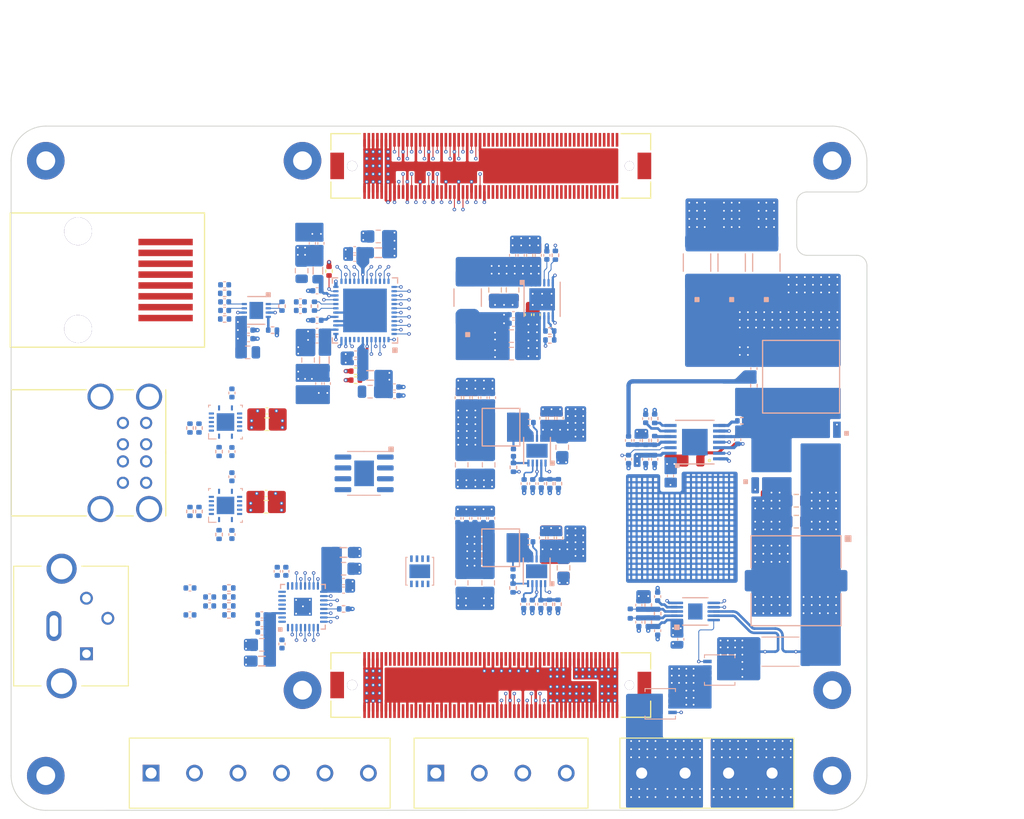
<source format=kicad_pcb>
(kicad_pcb (version 20211014) (generator pcbnew)
  (title_block (title "STM32MP1_SOM_V01") (rev "0"))
  (layers (0 "F.Cu" signal "SIGNAL- LS 1") (1 "In1.Cu" power "VCC") (2 "In2.Cu" signal "SIGNAL - HS 1") (3 "In3.Cu" signal "SIGNAL - HS 2") (4 "In4.Cu" power "GND") (31 "B.Cu" signal "SIGNAL - LS 2") (34 "B.Paste" user) (35 "F.Paste" user) (36 "B.SilkS" user "B.Silkscreen") (37 "F.SilkS" user "F.Silkscreen") (38 "B.Mask" user) (39 "F.Mask" user) (44 "Edge.Cuts" user))
  (net 0 "")
  (net 1 "GND")
  (net 2 "/ETH_RXD00")
  (net 3 "/ETH_RXD02")
  (net 4 "/ETH_GTXCLK")
  (net 5 "/ETH_MDC")
  (net 6 "/ETH_MDIO")
  (net 7 "/USART3_RX")
  (net 8 "/ETH_RXD01")
  (net 9 "/ETH_CRS")
  (net 10 "/ETH_TXD01")
  (net 11 "/ETH_TXD00")
  (net 12 "/FDCAN1_RX")
  (net 13 "/ETH_RXDV")
  (net 14 "/ETH_CLK")
  (net 15 "/ETH_TXEN")
  (net 16 "/ETH_TXD03")
  (net 17 "/ETH_TXD02")
  (net 18 "/FDCAN1_TX")
  (net 19 "/USART3_RTS")
  (net 20 "/DCMI_PXCLK")
  (net 21 "/DCMI_D12")
  (net 22 "/I2C1_SDA")
  (net 23 "/ETH_RXD03")
  (net 24 "/ETH_RXER")
  (net 25 "/DCMI_D08")
  (net 26 "/USART3_CTS")
  (net 27 "/USART3_TX")
  (net 28 "/I2C1_SCL")
  (net 29 "/ETH_RXCLK")
  (net 30 "/ETH_TXER")
  (net 31 "/ETH_TXCLK")
  (net 32 "/ETH_COL")
  (net 33 "/LTDC-R02")
  (net 34 "/LTDC-G00")
  (net 35 "/I2S1_SDO")
  (net 36 "/LTDC-R03")
  (net 37 "/DCMI_D05")
  (net 38 "/LTDC-B01")
  (net 39 "/LTDC-G03")
  (net 40 "/LTDC-R01")
  (net 41 "/LTDC-R04")
  (net 42 "/LTDC-G01")
  (net 43 "/I2S1_SDI")
  (net 44 "/I2C4_SDA")
  (net 45 "/LTDC-HSYNC")
  (net 46 "/LTDC-VSYNC")
  (net 47 "/DCMI_D06[TIM8_CH2]")
  (net 48 "/I2S1_MCK")
  (net 49 "/I2S1_CK")
  (net 50 "/I2C4_SCL")
  (net 51 "/LTDC-R06[TIM5_CH3]")
  (net 52 "/I2S1_WS")
  (net 53 "/LTDC-R00")
  (net 54 "/DCMI_D07")
  (net 55 "/LTDC-G07[TIM8_BKIN1]")
  (net 56 "/GPIO[TIM8_CH3N]")
  (net 57 "/DCMI_D00")
  (net 58 "/SPI4_SCK")
  (net 59 "/DCMI_D10[TIM8_ETR]")
  (net 60 "/LTDC-G06[TIM8_BKIN2]")
  (net 61 "/DCMI_D09[TIM8_CH4]")
  (net 62 "/LTDC-G05[TIM8_CH3]")
  (net 63 "/DCMI_D03")
  (net 64 "/DCMI_HSYNC[TIM5_ETR]")
  (net 65 "/SPI4_NSS")
  (net 66 "/LTDC-G02[TIM8_CH1N]")
  (net 67 "/LTDC-CLK")
  (net 68 "/DCMI_D13[TIM5_CH4]")
  (net 69 "/LTDC-B06")
  (net 70 "/DCMI_D02")
  (net 71 "/LTDC-R07")
  (net 72 "/DCMI_D04[TIM8_CH2N]")
  (net 73 "/DCMI_D11")
  (net 74 "/DSI_D1P")
  (net 75 "/DSI_CKP")
  (net 76 "/DSI_D0P")
  (net 77 "/LTDC-B00")
  (net 78 "/LTDC-B02")
  (net 79 "/LTDC-B04")
  (net 80 "/SPI4_MOSI")
  (net 81 "/LTDC-R05[TIM5_CH2]")
  (net 82 "/DCMI_D01[TIM5_CH1]")
  (net 83 "/DSI_D1N")
  (net 84 "/DSI_CKN")
  (net 85 "/DSI_D0N")
  (net 86 "/LTDC-B03")
  (net 87 "/LTDC-G04")
  (net 88 "/LTDC-B05")
  (net 89 "/LTDC-B07")
  (net 90 "/SPI4_MISO")
  (net 91 "/I2C2_SCL")
  (net 92 "/I2C2_SDA")
  (net 93 "/NRST")
  (net 94 "/USB_OTG_ID")
  (net 95 "/USB_VBUS")
  (net 96 "/WKUP3-TAMPOUT2")
  (net 97 "/WKUP4-TAMPIN2")
  (net 98 "/HDMI-CEC")
  (net 99 "/LTDC-DE")
  (net 100 "/DCMI_VSYNC[TIM8_CH1]")
  (net 101 "/USB_D2-")
  (net 102 "/USB_D2+")
  (net 103 "/USB_D1+")
  (net 104 "/USB_D1-")
  (net 105 "/VBAT_IN")
  (net 112 "DCDCOUT")
  (net 113 "/EN")
  (net 114 "/SW")
  (net 115 "/FB")
  (net 116 "Net-(C5-Pad2)")
  (net 117 "VOUT")
  (net 118 "Net-(C2-Pad2)")
  (net 119 "unconnected-(U3-Pad1)")
  (net 120 "Net-(C19-Pad2)")
  (net 121 "Net-(C21-Pad1)")
  (net 122 "Net-(C22-Pad2)")
  (net 123 "Net-(C23-Pad1)")
  (net 132 "Net-(R16-Pad2)")
  (net 136 "unconnected-(U4-Pad21)")
  (net 137 "Net-(C39-Pad2)")
  (net 138 "unconnected-(U4-Pad31)")
  (net 151 "Net-(C47-Pad2)")
  (net 154 "Net-(C62-Pad2)")
  (net 157 "Net-(R10-Pad2)")
  (net 158 "Net-(R11-Pad2)")
  (net 167 "Net-(C98-Pad2)")
  (net 171 "Net-(C100-Pad2)")
  (net 173 "Net-(R13-Pad2)")
  (net 175 "unconnected-(U8-Pad11)")
  (net 176 "unconnected-(U8-Pad12)")
  (net 177 "unconnected-(U8-Pad13)")
  (net 178 "unconnected-(U8-Pad14)")
  (net 179 "unconnected-(U8-Pad15)")
  (net 180 "unconnected-(U8-Pad16)")
  (net 181 "unconnected-(U8-Pad18)")
  (net 182 "unconnected-(U8-Pad19)")
  (net 183 "unconnected-(U8-Pad20)")
  (net 184 "unconnected-(U8-Pad22)")
  (net 185 "unconnected-(U8-Pad23)")
  (net 186 "unconnected-(U8-Pad24)")
  (net 187 "unconnected-(U8-Pad25)")
  (net 188 "unconnected-(U8-Pad26)")
  (net 189 "unconnected-(U8-Pad27)")
  (net 190 "unconnected-(U8-Pad28)")
  (net 191 "unconnected-(U8-Pad31)")
  (net 193 "3V3")
  (net 194 "Net-(C42-Pad1)")
  (net 195 "/VDDA")
  (net 196 "/VDDIO")
  (net 197 "unconnected-(U8-Pad29)")
  (net 198 "unconnected-(U8-Pad30)")
  (net 199 "Net-(C43-Pad1)")
  (net 200 "Net-(C43-Pad2)")
  (net 201 "Net-(C42-Pad2)")
  (net 202 "Net-(C40-Pad1)")
  (net 203 "Net-(C41-Pad1)")
  (net 204 "Net-(C66-Pad2)")
  (net 205 "/TX+")
  (net 206 "/RX+")
  (net 207 "/TX-")
  (net 208 "/RX-")
  (net 209 "Net-(C67-Pad2)")
  (net 210 "Net-(R19-Pad1)")
  (net 211 "Net-(R24-Pad2)")
  (net 212 "1V8")
  (net 213 "Net-(R26-Pad2)")
  (net 214 "Net-(C66-Pad1)")
  (net 215 "Net-(C67-Pad1)")
  (net 217 "Net-(C81-Pad2)")
  (net 219 "Net-(C91-Pad2)")
  (net 220 "Net-(R31-Pad1)")
  (net 221 "unconnected-(R32-Pad1)")
  (net 222 "Net-(R32-Pad2)")
  (net 223 "Net-(R33-Pad1)")
  (net 224 "Net-(R33-Pad2)")
  (net 225 "/VDDTXHS")
  (net 226 "/VDDL")
  (net 227 "/VDDP")
  (net 228 "Net-(C82-Pad2)")
  (net 229 "5V")
  (net 249 "Net-(C118-Pad2)")
  (net 250 "Net-(C131-Pad1)")
  (net 251 "Net-(C132-Pad2)")
  (net 252 "Net-(C133-Pad1)")
  (net 253 "Net-(R38-Pad2)")
  (net 254 "unconnected-(U13-Pad1)")
  (net 255 "Net-(C3-Pad2)")
  (net 256 "/VCC_DCDC")
  (net 257 "Net-(R1-Pad2)")
  (net 258 "Net-(R2-Pad2)")
  (net 259 "VIN")
  (net 260 "/UV")
  (net 261 "/OV")
  (net 262 "/RETRY")
  (net 263 "/GATE")
  (net 264 "/FAULT")
  (net 265 "/SHDN")
  (net 266 "/SENSE")
  (net 268 "Net-(R14-Pad2)")
  (net 275 "Net-(Q1-Pad1)")
  (net 276 "unconnected-(Q1-Pad4)")
  (net 277 "Net-(Q1-Pad5)")
  (net 278 "Net-(Q2-Pad1)")
  (net 280 "Net-(Q2-Pad5)")
  (net 281 "Net-(Q5-Pad1)")
  (net 282 "unconnected-(Q5-Pad4)")
  (net 283 "Net-(Q5-Pad5)")
  (net 284 "Net-(Q6-Pad1)")
  (net 286 "Net-(Q6-Pad5)")
  (net 287 "unconnected-(U1-Pad11)")
  (net 288 "unconnected-(U1-Pad13)")
  (footprint "Terminal_Block:CUI_TB006-508-06BE" (layer "F.Cu") (at 37.55 110.05)
    (fp_text reference "J2")
    (fp_text value "Connector_1x6" hide)
  )
  (footprint "Capacitor:C_0402" (layer "F.Cu") (at 82.8 49.5 -90)
    (fp_text reference "C95")
    (fp_text value "0.1uF")
  )
  (footprint "Resistor:R_0402" (layer "F.Cu") (at 58.35 51.35 -90)
    (fp_text reference "R26")
    (fp_text value "0.007")
  )
  (footprint "Capacitor:C_0805" (layer "F.Cu") (at 112.95 78.2)
    (fp_text reference "C103")
    (fp_text value "1uF")
  )
  (footprint "Capacitor:C_0805" (layer "F.Cu") (at 79.8 53.55 90)
    (fp_text reference "C97")
    (fp_text value "0.1uF")
  )
  (footprint "Resistor:R_0402" (layer "F.Cu") (at 61.45 64.1)
    (fp_text reference "R24")
    (fp_text value "0.007")
  )
  (footprint "Capacitor:C_0402" (layer "F.Cu") (at 81.65 56.45 -90)
    (fp_text reference "C73")
    (fp_text value "0.1uF")
  )
  (footprint "Capacitor:C_0402" (layer "F.Cu") (at 83.35 68.55 -90)
    (fp_text reference "C101")
    (fp_text value "0.1uF")
  )
  (footprint "Capacitor:C_0402" (layer "F.Cu") (at 75.45 66.15 -90)
    (fp_text reference "C30")
    (fp_text value "0.1uF")
  )
  (footprint "Terminal_Block:CUI_TB006-508-04BE" (layer "F.Cu") (at 70.83 110.05)
    (fp_text reference "J7")
    (fp_text value "Connector_1x4" hide)
  )
  (footprint "Capacitor:C_0402" (layer "F.Cu") (at 85.35 68.55 -90)
    (fp_text reference "C99")
    (fp_text value "0.1uF")
  )
  (footprint "Capacitor:C_0402" (layer "F.Cu") (at 51.1 67.7 180)
    (fp_text reference "C89")
    (fp_text value "10uF")
  )
  (footprint "Capacitor:C_0805" (layer "F.Cu") (at 51 78.9 180)
    (fp_text reference "C12")
    (fp_text value "47uF")
  )
  (footprint "Capacitor:C_0402" (layer "F.Cu") (at 74.45 66.15 -90)
    (fp_text reference "C27")
    (fp_text value "0.1uF")
  )
  (footprint "Capacitor:C_0402" (layer "F.Cu") (at 73.45 66.15 -90)
    (fp_text reference "C87")
    (fp_text value "0.1uF")
  )
  (footprint "Capacitor:C_0805" (layer "F.Cu") (at 85.75 86.035 90)
    (fp_text reference "C111")
    (fp_text value "0.1uF")
  )
  (footprint "Connector_SMD:FX10A-120P-SV" (layer "F.Cu") (at 77.250011 99.749991 180)
    (fp_text reference "J8")
    (fp_text value "FX10A-120S-P-SV" hide)
  )
  (footprint "Mechanical:MountingHole-[2.2]-PAD-M2" (layer "F.Cu") (at 55.25 100.35)
    (fp_text reference "H5" hide)
    (fp_text value "MountingHole_Pad" hide)
  )
  (footprint "Capacitor:C_0402" (layer "F.Cu") (at 83.3 82.535 -90)
    (fp_text reference "C114")
    (fp_text value "0.1uF")
  )
  (footprint "Connector_DIN:CUI_MD-30SM" (layer "F.Cu") (at 28.2 92.85 -90)
    (fp_text reference "J3")
    (fp_text value "Connector_1x6" hide)
  )
  (footprint "Capacitor:C_0805" (layer "F.Cu") (at 77.75 53.55 90)
    (fp_text reference "C96")
    (fp_text value "0.1uF")
  )
  (footprint "Mechanical:MountingHole-[2.2]-PAD-M2" (layer "F.Cu") (at 117.15 110.35)
    (fp_text reference "H4" hide)
    (fp_text value "MountingHole_Pad" hide)
  )
  (footprint "Mechanical:MountingHole-[2.2]-PAD-M2" (layer "F.Cu") (at 117.15 38.45)
    (fp_text reference "H3" hide)
    (fp_text value "MountingHole_Pad" hide)
  )
  (footprint "Capacitor:C_0402" (layer "F.Cu") (at 85.3 82.535 -90)
    (fp_text reference "C115")
    (fp_text value "0.1uF")
  )
  (footprint "Mechanical:MountingHole-[2.2]-PAD-M2" (layer "F.Cu") (at 25.25 110.35)
    (fp_text reference "H1" hide)
    (fp_text value "MountingHole_Pad" hide)
  )
  (footprint "Mechanical:MountingHole-[2.2]-PAD-M2" (layer "F.Cu") (at 55.25 38.45)
    (fp_text reference "H7" hide)
    (fp_text value "MountingHole_Pad" hide)
  )
  (footprint "Capacitor:C_0805" (layer "F.Cu") (at 51.1 69.25 180)
    (fp_text reference "C88")
    (fp_text value "47uF")
  )
  (footprint "Terminal_Block:CUI_TB006-508-04BE" (layer "F.Cu") (at 94.88 110.05)
    (fp_text reference "J1")
    (fp_text value "Connector_1x4" hide)
  )
  (footprint "Mechanical:MountingHole-[2.2]-PAD-M2" (layer "F.Cu") (at 25.25 38.45)
    (fp_text reference "H2" hide)
    (fp_text value "MountingHole_Pad" hide)
  )
  (footprint "Connector_RJ45:0955016890" (layer "F.Cu") (at 42.45 47.55 -90)
    (fp_text reference "J9")
    (fp_text value "8P8C_0955016890" hide)
  )
  (footprint "Diode:D_0805" (layer "F.Cu") (at 100.8 73.5 180)
    (fp_text reference "D2")
    (fp_text value "D")
  )
  (footprint "Capacitor:C_0402" (layer "F.Cu") (at 81.8 49.5 -90)
    (fp_text reference "C94")
    (fp_text value "0.1uF")
  )
  (footprint "Capacitor:C_0402" (layer "F.Cu") (at 84.35 68.55 -90)
    (fp_text reference "C106")
    (fp_text value "0.1uF")
  )
  (footprint "Connector_USB:AU-Y1008-2" (layer "F.Cu") (at 36.975 69.1 -90)
    (fp_text reference "J5")
    (fp_text value "USB_A_Stacked" hide)
  )
  (footprint "Mechanical:MountingHole-[2.2]-PAD-M2" (layer "F.Cu") (at 117.15 100.35)
    (fp_text reference "H6" hide)
    (fp_text value "MountingHole_Pad" hide)
  )
  (footprint "Capacitor:C_0402" (layer "F.Cu") (at 84.3 82.535 -90)
    (fp_text reference "C113")
    (fp_text value "0.1uF")
  )
  (footprint "Capacitor:C_0402" (layer "F.Cu") (at 82.65 56.45 -90)
    (fp_text reference "C71")
    (fp_text value "0.1uF")
  )
  (footprint "Resistor:R_0402" (layer "F.Cu") (at 61.45 63.05)
    (fp_text reference "R25")
    (fp_text value "0.007")
  )
  (footprint "Capacitor:C_0402" (layer "F.Cu") (at 51 77.35 180)
    (fp_text reference "C36")
    (fp_text value "10uF")
  )
  (footprint "Connector_SMD:FX10A-120P-SV" (layer "F.Cu") (at 77.249985 39.049985 180)
    (fp_text reference "J6")
    (fp_text value "FX10A-120S-P-SV" hide)
  )
  (footprint "Capacitor:C_0805" (layer "F.Cu") (at 112.95 80.65)
    (fp_text reference "C105")
    (fp_text value "0.1uF")
  )
  (footprint "Capacitor:C_0402" (layer "B.Cu") (at 77.45 66.15 -90)
    (fp_text reference "C26")
    (fp_text value "0.1uF")
  )
  (footprint "Capacitor:C_0402" (layer "B.Cu") (at 94.55 90.4 -90)
    (fp_text reference "C15")
    (fp_text value "0.1uF")
  )
  (footprint "Resistor:R_0402" (layer "B.Cu") (at 106.575 68.85 180)
    (fp_text reference "R2")
    (fp_text value "R")
  )
  (footprint "Capacitor_P:CP_10x10" (layer "B.Cu") (at 112.9254 87.55 180)
    (fp_text reference "C14")
    (fp_text value "220uF")
  )
  (footprint "Capacitor:C_0402" (layer "B.Cu") (at 56.95 58.4)
    (fp_text reference "C61")
    (fp_text value "0.1uF")
  )
  (footprint "Capacitor:C_0402" (layer "B.Cu") (at 66 64.9 180)
    (fp_text reference "C64")
    (fp_text value "0.1uF")
  )
  (footprint "Capacitor:C_0805" (layer "B.Cu") (at 76.95 87.8 90)
    (fp_text reference "C134")
    (fp_text value "0.1uF")
  )
  (footprint "Capacitor:C_0805" (layer "B.Cu") (at 73.85 74 90)
    (fp_text reference "C24")
    (fp_text value "0.1uF")
  )
  (footprint "Package_QFN_DFN:WQFN-48-[P0.5]" (layer "B.Cu") (at 62.55 55.95 90)
    (fp_text reference "U4")
    (fp_text value "DS90UR905QSQ/NOPB" hide)
  )
  (footprint "Capacitor:C_0402" (layer "B.Cu") (at 52.3 86.45 90)
    (fp_text reference "C40")
    (fp_text value "C")
  )
  (footprint "Capacitor:C_0805" (layer "B.Cu") (at 64.1 47.3)
    (fp_text reference "C46")
    (fp_text value "0.1uF")
  )
  (footprint "TP:TP-[R0402-PAD]" (layer "B.Cu") (at 79.85 86.2 -90)
    (fp_text reference "TP10" hide)
    (fp_text value "TP" hide)
  )
  (footprint "Resistor:R_0402" (layer "B.Cu") (at 42.1 69.7 90)
    (fp_text reference "R14")
    (fp_text value "R")
  )
  (footprint "Inductor:L_0805" (layer "B.Cu") (at 64.1 49.2 180)
    (fp_text reference "L4")
    (fp_text value "L")
  )
  (footprint "Capacitor:C_0402" (layer "B.Cu") (at 94.55 92.4 90)
    (fp_text reference "C13")
    (fp_text value "0.1uF")
  )
  (footprint "Package_SO:SOIC-08-[13.9x4.9]-[P1.27]" (layer "B.Cu") (at 62.45 75 180)
    (fp_text reference "U5")
    (fp_text value "LM3526" hide)
  )
  (footprint "Package_QFN_DFN:QFN-32-[5x5]-[P0.5]" (layer "B.Cu") (at 55.3 90.6)
    (fp_text reference "U8")
    (fp_text value "DP83TD510ERHBR" hide)
  )
  (footprint "Capacitor:C_0402" (layer "B.Cu") (at 75.4 80.25 -90)
    (fp_text reference "C140")
    (fp_text value "0.1uF")
  )
  (footprint "Capacitor:C_0402" (layer "B.Cu") (at 42.1 91.55)
    (fp_text reference "C44")
    (fp_text value "0.1uF")
  )
  (footprint "Capacitor:C_0402" (layer "B.Cu") (at 93.35 71.15 90)
    (fp_text reference "C5")
    (fp_text value "0.1uF")
  )
  (footprint "Package_SON:SON-[5x6]" (layer "B.Cu") (at 115.8 73.15 -90)
    (fp_text reference "Q5")
    (fp_text value "CSD17327Q5A" hide)
  )
  (footprint "Resistor:R_0402" (layer "B.Cu") (at 43.15 79.45 -90)
    (fp_text reference "R12")
    (fp_text value "R")
  )
  (footprint "Capacitor:C_0402" (layer "B.Cu") (at 42.1 88.4)
    (fp_text reference "C45")
    (fp_text value "0.1uF")
  )
  (footprint "Capacitor:C_0402" (layer "B.Cu") (at 108 62.75 90)
    (fp_text reference "C6")
    (fp_text value "0.1uF")
  )
  (footprint "Capacitor:C_0402" (layer "B.Cu") (at 53.3 86.45 90)
    (fp_text reference "C41")
    (fp_text value "C")
  )
  (footprint "Capacitor:C_0805" (layer "B.Cu") (at 85.75 86.05 90)
    (fp_text reference "C112")
    (fp_text value "0.1uF")
  )
  (footprint "Capacitor_P:CP_2312" (layer "B.Cu") (at 109.45 50.354402 90)
    (fp_text reference "C122")
    (fp_text value "100uF")
  )
  (footprint "L_PWR:XGL-4040" (layer "B.Cu") (at 78.45 69.6 180)
    (fp_text reference "L1")
    (fp_text value "4.7uH")
  )
  (footprint "Capacitor:C_0402" (layer "B.Cu") (at 66 65.9 180)
    (fp_text reference "C54")
    (fp_text value "0.1uF")
  )
  (footprint "L_PWR:XAL-8080" (layer "B.Cu") (at 113.5125 63.75 90)
    (fp_text reference "L100" hide)
    (fp_text value "4.7uH")
  )
  (footprint "Package_SON:WSON-08-[3x3]-[P0.5]" (layer "B.Cu") (at 49.85 55.95 180)
    (fp_text reference "U11")
    (fp_text value "DS15BA101" hide)
  )
  (footprint "Capacitor:C_0805" (layer "B.Cu") (at 79.8 53.55 90)
    (fp_text reference "C76")
    (fp_text value "0.1uF")
  )
  (footprint "Capacitor:C_0402" (layer "B.Cu") (at 55 55.95)
    (fp_text reference "C67")
    (fp_text value "C")
  )
  (footprint "Capacitor:C_0402" (layer "B.Cu") (at 79.9 56.45)
    (fp_text reference "C72")
    (fp_text value "0.1uF")
  )
  (footprint "Resistor:R_0402" (layer "B.Cu") (at 96.4 68.6 -90)
    (fp_text reference "R1")
    (fp_text value "R")
  )
  (footprint "TP:TP-[R0402-PAD]" (layer "B.Cu") (at 93.55 90.85 -90)
    (fp_text reference "TP2" hide)
    (fp_text value "TP" hide)
  )
  (footprint "Capacitor:C_0402" (layer "B.Cu") (at 94.35 71.15 90)
    (fp_text reference "C7")
    (fp_text value "0.1uF")
  )
  (footprint "Inductor:L_0805" (layer "B.Cu") (at 60.05 84.25 180)
    (fp_text reference "L3")
    (fp_text value "L")
  )
  (footprint "Capacitor:C_0402" (layer "B.Cu") (at 95.35 73.35 90)
    (fp_text reference "C9")
    (fp_text value "0.1uF")
  )
  (footprint "Capacitor:C_0402" (layer "B.Cu") (at 56.95 53.65)
    (fp_text reference "C59")
    (fp_text value "0.1uF")
  )
  (footprint "Capacitor:C_0402" (layer "B.Cu") (at 98.25 75.3 90)
    (fp_text reference "C4")
    (fp_text value "0.1uF")
  )
  (footprint "Resistor:R_0402" (layer "B.Cu") (at 45.5 72.45 90)
    (fp_text reference "R13")
    (fp_text value "0R")
  )
  (footprint "Resistor:R_0402" (layer "B.Cu") (at 84.149995 59.4 180)
    (fp_text reference "R34")
    (fp_text value "R")
  )
  (footprint "Capacitor:C_0402" (layer "B.Cu") (at 83.3 82.55 -90)
    (fp_text reference "C117")
    (fp_text value "0.1uF")
  )
  (footprint "Capacitor:C_0402" (layer "B.Cu") (at 81.75 69.05 180)
    (fp_text reference "C21")
    (fp_text value "0.1uF")
  )
  (footprint "Capacitor:C_0402" (layer "B.Cu") (at 73.4 80.25 -90)
    (fp_text reference "C139")
    (fp_text value "0.1uF")
  )
  (footprint "Capacitor:C_0402" (layer "B.Cu") (at 96.75 89.4 -90)
    (fp_text reference "C16")
    (fp_text value "0.1uF")
  )
  (footprint "Capacitor:C_0805" (layer "B.Cu") (at 112.95 78.2)
    (fp_text reference "C104")
    (fp_text value "0.1uF")
  )
  (footprint "Package_MOSFET:PowerPAK-1212-8S" (layer "B.Cu") (at 97.05 101.95 180)
    (fp_text reference "Q1")
    (fp_text value "SiSS76LDN" hide)
  )
  (footprint "Resistor:R_0402" (layer "B.Cu") (at 46.65 90.5 180)
    (fp_text reference "R21")
    (fp_text value "0R")
  )
  (footprint "Capacitor:C_0402" (layer "B.Cu") (at 61.35 49.85)
    (fp_text reference "C49")
    (fp_text value "0.1uF")
  )
  (footprint "Resistor:R_0402" (layer "B.Cu") (at 84.15 76.2 90)
    (fp_text reference "R17")
    (fp_text value "R")
  )
  (footprint "Capacitor:C_0805" (layer "B.Cu") (at 63.15 65.45)
    (fp_text reference "C51")
    (fp_text value "0.1uF")
  )
  (footprint "Capacitor:C_0402" (layer "B.Cu") (at 50.5 92.55)
    (fp_text reference "C33")
    (fp_text value "0.1uF")
  )
  (footprint "Package_QFN_DFN:WDFN-10L-[3x3]-[P0.5]" (layer "B.Cu") (at 82.606545 86.45 90)
    (fp_text reference "U13")
    (fp_text value "RT6206" hide)
  )
  (footprint "Capacitor:C_0402" (layer "B.Cu") (at 84.3 82.55 -90)
    (fp_text reference "C119")
    (fp_text value "0.1uF")
  )
  (footprint "Capacitor:C_0402" (layer "B.Cu") (at 46.15 52.95 180)
    (fp_text reference "C93")
    (fp_text value "0.1uF")
  )
  (footprint "Capacitor:C_0402" (layer "B.Cu") (at 106.1 71.075 -90)
    (fp_text reference "C3")
    (fp_text value "0.1uF")
  )
  (footprint "TP:TP-[R0402-PAD]" (layer "B.Cu") (at 79.85 87.05 -90)
    (fp_text reference "TP9" hide)
    (fp_text value "TP" hide)
  )
  (footprint "Resistor:R_0402" (layer "B.Cu") (at 56.65 55.45 -90)
    (fp_text reference "R27")
    (fp_text value "R")
  )
  (footprint "Capacitor_P:CP_2312" (layer "B.Cu") (at 74.55 54.45 90)
    (fp_text reference "C75")
    (fp_text value "0.1uF")
  )
  (footprint "Capacitor:C_0402" (layer "B.Cu") (at 76.4 80.25 -90)
    (fp_text reference "C138")
    (fp_text value "0.1uF")
  )
  (footprint "Resistor:R_0402" (layer "B.Cu") (at 60.05 90.85)
    (fp_text reference "R19")
    (fp_text value "0R")
  )
  (footprint "Capacitor:C_0805" (layer "B.Cu") (at 112.95 80.65)
    (fp_text reference "C102")
    (fp_text value "1uF")
  )
  (footprint "Capacitor:C_0402" (layer "B.Cu") (at 60.05 88.65 180)
    (fp_text reference "C37")
    (fp_text value "0.1uF")
  )
  (footprint "Capacitor:C_0402" (layer "B.Cu") (at 93.35 73.35 90)
    (fp_text reference "C1")
    (fp_text value "0.1uF")
  )
  (footprint "Capacitor:C_0805" (layer "B.Cu") (at 48.85 60.85 180)
    (fp_text reference "C83")
    (fp_text value "0.1uF")
  )
  (footprint "Resistor:R_0402" (layer "B.Cu") (at 43.15 69.7 -90)
    (fp_text reference "R15")
    (fp_text value "R")
  )
  (footprint "Capacitor:C_0402" (layer "B.Cu") (at 47 75.4 -90)
    (fp_text reference "C62")
    (fp_text value "0.1uF")
  )
  (footprint "Capacitor:C_0402" (layer "B.Cu") (at 85.3 82.55 -90)
    (fp_text reference "C116")
    (fp_text value "0.1uF")
  )
  (footprint "Capacitor:C_0402" (layer "B.Cu") (at 48.95 58.25 180)
    (fp_text reference "C84")
    (fp_text value "0.1uF")
  )
  (footprint "Resistor:R_0402" (layer "B.Cu") (at 96.4 71.15 -90)
    (fp_text reference "R5")
    (fp_text value "R")
  )
  (footprint "Resistor:R_0402" (layer "B.Cu") (at 46.15 53.95)
    (fp_text reference "R30")
    (fp_text value "R")
  )
  (footprint "Package_MOSFET:PowerPAK-1212-8S" (layer "B.Cu") (at 104 98)
    (fp_text reference "Q2")
    (fp_text value "SiSS76LDN" hide)
  )
  (footprint "Capacitor:C_0402" (layer "B.Cu") (at 46.15 55.95)
    (fp_text reference "C82")
    (fp_text value "C")
  )
  (footprint "Capacitor:C_0805" (layer "B.Cu") (at 50.5 95.05)
    (fp_text reference "C31")
    (fp_text value "47uF")
  )
  (footprint "Capacitor:C_0805" (layer "B.Cu") (at 77.75 53.55 90)
    (fp_text reference "C77")
    (fp_text value "0.1uF")
  )
  (footprint "Resistor:R_0402" (layer "B.Cu") (at 46.15 56.95)
    (fp_text reference "R29")
    (fp_text value "R")
  )
  (footprint "Package_SON:SON-[5x6]" (layer "B.Cu") (at 110.05 73.15 90)
    (fp_text reference "Q6")
    (fp_text value "CSD17327Q5A" hide)
  )
  (footprint "Resistor:R_0402" (layer "B.Cu") (at 45.5 82.15 90)
    (fp_text reference "R10")
    (fp_text value "0R")
  )
  (footprint "Package_QFN_DFN:VQFN-14" (layer "B.Cu") (at 46.25 69)
    (fp_text reference "U7")
    (fp_text value "TUSB213" hide)
  )
  (footprint "Resistor:R_0402" (layer "B.Cu") (at 46.65 91.55 180)
    (fp_text reference "R20")
    (fp_text value "0R")
  )
  (footprint "Resistor:R_0402" (layer "B.Cu") (at 108 64.75 90)
    (fp_text reference "R3")
    (fp_text value "R")
  )
  (footprint "Capacitor:C_0402" (layer "B.Cu") (at 83.35 68.55 -90)
    (fp_text reference "C20")
    (fp_text value "0.1uF")
  )
  (footprint "Capacitor_P:CP_2312" (layer "B.Cu") (at 101.35 50.354402 90)
    (fp_text reference "C124")
    (fp_text value "100uF")
  )
  (footprint "Capacitor:C_0805" (layer "B.Cu") (at 79.65 58.95)
    (fp_text reference "C69")
    (fp_text value "0.1uF")
  )
  (footprint "TP:TP-[R0402-PAD]" (layer "B.Cu") (at 93.55 91.95 -90)
    (fp_text reference "TP1" hide)
    (fp_text value "TP" hide)
  )
  (footprint "Capacitor:C_0402" (layer "B.Cu") (at 79.9 57.45)
    (fp_text reference "C70")
    (fp_text value "0.1uF")
  )
  (footprint "Capacitor:C_0805" (layer "B.Cu") (at 60.05 86.15 180)
    (fp_text reference "C35")
    (fp_text value "47uF")
  )
  (footprint "Package_SON:HVSON-8-[3x3]-[P0.65]" (layer "B.Cu") (at 68.95 86.45 -90)
    (fp_text reference "U12")
    (fp_text value "TJA1042" hide)
  )
  (footprint "Capacitor:C_0402" (layer "B.Cu") (at 83.1 90.3 -90)
    (fp_text reference "C133")
    (fp_text value "0.1uF")
  )
  (footprint "Capacitor:C_0402" (layer "B.Cu") (at 75.45 66.15 -90)
    (fp_text reference "C29")
    (fp_text value "0.1uF")
  )
  (footprint "Capacitor:C_0402" (layer "B.Cu") (at 44.4 90.5 180)
    (fp_text reference "C42")
    (fp_text value "C")
  )
  (footprint "Resistor:R_0402" (layer "B.Cu") (at 95.35 71.15 -90)
    (fp_text reference "R4")
    (fp_text value "R")
  )
  (footprint "Resistor:R_0402" (layer "B.Cu") (at 84.8 49.5 -90)
    (fp_text reference "R32")
    (fp_text value "0R")
  )
  (footprint "TP:TP-[R0402-PAD]" (layer "B.Cu") (at 79.9 72.15 90)
    (fp_text reference "TP7" hide)
    (fp_text value "TP" hide)
  )
  (footprint "Capacitor:C_0402" (layer "B.Cu") (at 96.4 73.35 90)
    (fp_text reference "C8")
    (fp_text value "0.1uF")
  )
  (footprint "TP:TP-[R0402-PAD]" (layer "B.Cu") (at 79.9 73 90)
    (fp_text reference "TP6" hide)
    (fp_text value "TP" hide)
  )
  (footprint "Capacitor:C_0402" (layer "B.Cu") (at 48.95 59.25 180)
    (fp_text reference "C85")
    (fp_text value "0.1uF")
  )
  (footprint "Capacitor:C_0805" (layer "B.Cu") (at 77 74 90)
    (fp_text reference "C25")
    (fp_text value "0.1uF")
  )
  (footprint "Capacitor:C_0402" (layer "B.Cu") (at 84.35 68.55 -90)
    (fp_text reference "C86")
    (fp_text value "0.1uF")
  )
  (footprint "Capacitor:C_0402" (layer "B.Cu") (at 81.15 76.2 90)
    (fp_text reference "C22")
    (fp_text value "0.1uF")
  )
  (footprint "Capacitor:C_0805" (layer "B.Cu") (at 55.15 51.3 90)
    (fp_text reference "C50")
    (fp_text value "0.1uF")
  )
  (footprint "Capacitor:C_0402" (layer "B.Cu") (at 56.95 59.4)
    (fp_text reference "C58")
    (fp_text value "0.1uF")
  )
  (footprint "Capacitor:C_0402" (layer "B.Cu") (at 55 54.95)
    (fp_text reference "C66")
    (fp_text value "C")
  )
  (footprint "Package_SON:WSON-12-[4x4]-[P0.5]" (layer "B.Cu") (at 83.250005 54.65 -90)
    (fp_text reference "U9")
    (fp_text value "LP38798" hide)
  )
  (footprint "Capacitor:C_0402" (layer "B.Cu") (at 82.15 76.2 90)
    (fp_text reference "C19")
    (fp_text value "0.1uF")
  )
  (footprint "Resistor:R_0402" (layer "B.Cu") (at 96.75 91.4 90)
    (fp_text reference "R7")
    (fp_text value "R")
  )
  (footprint "Capacitor:C_0402" (layer "B.Cu") (at 50.5 91.55)
    (fp_text reference "C32")
    (fp_text value "10uF")
  )
  (footprint "Capacitor:C_0402" (layer "B.Cu") (at 73.45 66.15 -90)
    (fp_text reference "C90")
    (fp_text value "0.1uF")
  )
  (footprint "Capacitor:C_0402" (layer "B.Cu") (at 44.4 89.45 180)
    (fp_text reference "C43")
    (fp_text value "C")
  )
  (footprint "Capacitor:C_0402" (layer "B.Cu") (at 82.800005 49.5 -90)
    (fp_text reference "C79")
    (fp_text value "0.1uF")
  )
  (footprint "Resistor:R_0402" (layer "B.Cu") (at 51.75 58.25)
    (fp_text reference "R31")
    (fp_text value "0.007")
  )
  (footprint "Capacitor:C_0402" (layer "B.Cu") (at 61.45 61.05)
    (fp_text reference "C60")
    (fp_text value "0.1uF")
  )
  (footprint "Capacitor:C_0402" (layer "B.Cu") (at 60.05 87.65 180)
    (fp_text reference "C38")
    (fp_text value "0.1uF")
  )
  (footprint "Capacitor:C_0402" (layer "B.Cu") (at 81.1 90.3 90)
    (fp_text reference "C132")
    (fp_text value "0.1uF")
  )
  (footprint "Capacitor:C_0402" (layer "B.Cu") (at 80.800005 49.5 -90)
    (fp_text reference "C80")
    (fp_text value "0.1uF")
  )
  (footprint "Capacitor:C_0402" (layer "B.Cu") (at 74.4 80.25 -90)
    (fp_text reference "C137")
    (fp_text value "0.1uF")
  )
  (footprint "Capacitor:C_0402" (layer "B.Cu") (at 61.45 62.05)
    (fp_text reference "C57")
    (fp_text value "0.1uF")
  )
  (footprint "Resistor:R_0402" (layer "B.Cu") (at 42.1 79.45 90)
    (fp_text reference "R11")
    (fp_text value "R")
  )
  (footprint "Resistor:R_0402" (layer "B.Cu") (at 46.65 89.45 180)
    (fp_text reference "R23")
    (fp_text value "0R")
  )
  (footprint "Inductor:L_0805" (layer "B.Cu") (at 63.15 63.55 180)
    (fp_text reference "L6")
    (fp_text value "L")
  )
  (footprint "Capacitor:C_0402" (layer "B.Cu") (at 77.35 80.25 -90)
    (fp_text reference "C141")
    (fp_text value "0.1uF")
  )
  (footprint "Capacitor:C_0402" (layer "B.Cu") (at 47 72.45 90)
    (fp_text reference "C98")
    (fp_text value "0.1uF")
  )
  (footprint "Resistor:R_0402" (layer "B.Cu") (at 84.15 58.35)
    (fp_text reference "R33")
    (fp_text value "R")
  )
  (footprint "Capacitor:C_0805" (layer "B.Cu") (at 79.65 61)
    (fp_text reference "C68")
    (fp_text value "0.1uF")
  )
  (footprint "Capacitor:C_0402" (layer "B.Cu") (at 56.95 57.1)
    (fp_text reference "C56")
    (fp_text value "0.1uF")
  )
  (footprint "Capacitor:C_0402" (layer "B.Cu") (at 99.45 94.4 90)
    (fp_text reference "C11")
    (fp_text value "0.1uF")
  )
  (footprint "Resistor:R_0402" (layer "B.Cu") (at 95.65 90.4 90)
    (fp_text reference "R8")
    (fp_text value "R")
  )
  (footprint "Inductor:L_0805" (layer "B.Cu") (at 50.5 96.95)
    (fp_text reference "L2")
    (fp_text value "L")
  )
  (footprint "Capacitor:C_0402" (layer "B.Cu") (at 47 65.6 -90)
    (fp_text reference "C100")
    (fp_text value "0.1uF")
  )
  (footprint "Package_QFN_DFN:VQFN-14" (layer "B.Cu") (at 46.25 78.75)
    (fp_text reference "U6")
    (fp_text value "TUSB213" hide)
  )
  (footprint "Resistor:R_0402" (layer "B.Cu") (at 52.85 55.45 -90)
    (fp_text reference "R28")
    (fp_text value "R")
  )
  (footprint "Capacitor:C_0402" (layer "B.Cu") (at 83.15 76.2 -90)
    (fp_text reference "C23")
    (fp_text value "0.1uF")
  )
  (footprint "Resistor:R_0402" (layer "B.Cu") (at 85.1 90.3 -90)
    (fp_text reference "R40")
    (fp_text value "R")
  )
  (footprint "Resistor:R_0402" (layer "B.Cu") (at 79.9 74.3 90)
    (fp_text reference "R16")
    (fp_text value "0R")
  )
  (footprint "Resistor:R_0402" (layer "B.Cu") (at 79.85 88.4 90)
    (fp_text reference "R38")
    (fp_text value "0R")
  )
  (footprint "Capacitor:C_0402" (layer "B.Cu") (at 81.800005 49.5 -90)
    (fp_text reference "C78")
    (fp_text value "0.1uF")
  )
  (footprint "Inductor:L_0805" (layer "B.Cu") (at 57.8 61.75 90)
    (fp_text reference "L7")
    (fp_text value "L")
  )
  (footprint "Inductor:L_0805" (layer "B.Cu") (at 57.05 51.3 -90)
    (fp_text reference "L5")
    (fp_text value "L")
  )
  (footprint "Capacitor:C_0402" (layer "B.Cu") (at 50.5 93.55)
    (fp_text reference "C34")
    (fp_text value "0.1uF")
  )
  (footprint "Package_SO:HTSSOP-14-[4.4x5]-[P0.65]" (layer "B.Cu") (at 101.093599 71.35)
    (fp_text reference "U1")
    (fp_text value "LM3150" hide)
  )
  (footprint "Capacitor:C_0805" (layer "B.Cu") (at 85.6 71.95 90)
    (fp_text reference "C17")
    (fp_text value "0.1uF")
  )
  (footprint "Capacitor:C_0402" (layer "B.Cu") (at 96.75 93.4 90)
    (fp_text reference "C10")
    (fp_text value "0.1uF")
  )
  (footprint "Capacitor:C_0402" (layer "B.Cu") (at 81.7 83 180)
    (fp_text reference "C131")
    (fp_text value "0.1uF")
  )
  (footprint "Capacitor:C_0402" (layer "B.Cu") (at 85.35 68.55 -90)
    (fp_text reference "C74")
    (fp_text value "0.1uF")
  )
  (footprint "Capacitor_P:CP_2312" (layer "B.Cu") (at 105.4 50.354402 90)
    (fp_text reference "C123")
    (fp_text value "100uF")
  )
  (footprint "Capacitor:C_0402" (layer "B.Cu") (at 58.15 64.5 90)
    (fp_text reference "C55")
    (fp_text value "0.1uF")
  )
  (footprint "Resistor:R_0402" (layer "B.Cu") (at 95.65 92.4 90)
    (fp_text reference "R6")
    (fp_text value "R")
  )
  (footprint "Capacitor:C_0402" (layer "B.Cu") (at 76.45 66.15 -90)
    (fp_text reference "C28")
    (fp_text value "0.1uF")
  )
  (footprint "Resistor:R_2512" (layer "B.Cu") (at 111.1 95.85)
    (fp_text reference "R9")
    (fp_text value "0R")
  )
  (footprint "Capacitor:C_0402" (layer "B.Cu") (at 61.35 48.85)
    (fp_text reference "C48")
    (fp_text value "0.1uF")
  )
  (footprint "Capacitor:C_0805" (layer "B.Cu") (at 73.85 87.8 90)
    (fp_text reference "C135")
    (fp_text value "0.1uF")
  )
  (footprint "Capacitor:C_0402" (layer "B.Cu") (at 57.4 48.1 -90)
    (fp_text reference "C63")
    (fp_text value "0.1uF")
  )
  (footprint "Capacitor:C_0402" (layer "B.Cu") (at 74.45 66.15 -90)
    (fp_text reference "C18")
    (fp_text value "0.1uF")
  )
  (footprint "Capacitor:C_0402" (layer "B.Cu") (at 52.85 94.95 90)
    (fp_text reference "C39")
    (fp_text value "0.1uF")
  )
  (footprint "Capacitor:C_0805" (layer "B.Cu") (at 55.9 61.75 -90)
    (fp_text reference "C52")
    (fp_text value "0.1uF")
  )
  (footprint "Capacitor:C_0402" (layer "B.Cu") (at 79.8 49.500012 -90)
    (fp_text reference "C92")
    (fp_text value "0.1uF")
  )
  (footprint "Capacitor:C_0402" (layer "B.Cu") (at 82.1 90.3 90)
    (fp_text reference "C118")
    (fp_text value "0.1uF")
  )
  (footprint "Capacitor:C_0402" (layer "B.Cu") (at 95.35 68.6 -90)
    (fp_text reference "C2")
    (fp_text value "0.1uF")
  )
  (footprint "Package_QFN_DFN:WDFN-10L-[3x3]-[P0.5]" (layer "B.Cu") (at 82.65 72.35 90)
    (fp_text reference "U3")
    (fp_text value "RT6206" hide)
  )
  (footprint "Package_SO:MSOP-10-[3x3]-[P0.5]" (layer "B.Cu") (at 101.15 91.15)
    (fp_text reference "U2")
    (fp_text value "LTC4368" hide)
  )
  (footprint "Capacitor:C_0402" (layer "B.Cu") (at 83.8 49.5 -90)
    (fp_text reference "C91")
    (fp_text value "0.1uF")
  )
  (footprint "Resistor:R_0402" (layer "B.Cu") (at 84.1 90.3 90)
    (fp_text reference "R39")
    (fp_text value "R")
  )
  (footprint "Capacitor:C_0402" (layer "B.Cu") (at 56.4 48.1 -90)
    (fp_text reference "C53")
    (fp_text value "0.1uF")
  )
  (footprint "L_PWR:XGL-4040" (layer "B.Cu") (at 78.406545 83.7 180)
    (fp_text reference "L9")
    (fp_text value "4.7uH")
  )
  (footprint "Resistor:R_0402" (layer "B.Cu") (at 46.65 88.4 180)
    (fp_text reference "R22")
    (fp_text value "0R")
  )
  (footprint "Capacitor:C_0402" (layer "B.Cu") (at 46.15 54.95)
    (fp_text reference "C81")
    (fp_text value "C")
  )
  (footprint "Capacitor:C_0402" (layer "B.Cu") (at 57.15 64.5 90)
    (fp_text reference "C65")
    (fp_text value "0.1uF")
  )
  (footprint "Resistor:R_0402" (layer "B.Cu") (at 85.15 76.2 -90)
    (fp_text reference "R18")
    (fp_text value "R")
  )
  (footprint "Capacitor:C_0402" (layer "B.Cu") (at 47 82.15 90)
    (fp_text reference "C47")
    (fp_text value "0.1uF")
  )
  (gr_line (start 121.202944 50.702953) (end 121.199109 110.335956) (layer "Edge.Cuts") (width 0.1))
  (gr_line (start 121.199109 38.450893) (end 121.201471 40.901474) (layer "Edge.Cuts") (width 0.1))
  (gr_arc (start 121.199109 110.335956) (mid 120.013153 113.2) (end 117.149109 114.385956) (layer "Edge.Cuts") (width 0.1))
  (gr_line (start 117.149109 114.385956) (end 25.25 114.4) (layer "Edge.Cuts") (width 0.1))
  (gr_line (start 114.201459 49.502955) (end 120.002946 49.502955) (layer "Edge.Cuts") (width 0.1))
  (gr_arc (start 114.201459 49.502955) (mid 113.352933 49.151483) (end 113.001462 48.302957) (layer "Edge.Cuts") (width 0.1))
  (gr_arc (start 121.201471 40.901474) (mid 120.85 41.75) (end 120.001473 42.101471) (layer "Edge.Cuts") (width 0.1))
  (gr_arc (start 21.2 38.45) (mid 22.385956 35.585956) (end 25.25 34.4) (layer "Edge.Cuts") (width 0.1))
  (gr_arc (start 112.999989 43.301469) (mid 113.351473 42.452937) (end 114.200012 42.101471) (layer "Edge.Cuts") (width 0.1))
  (gr_line (start 25.25 34.4) (end 117.149109 34.400893) (layer "Edge.Cuts") (width 0.1))
  (gr_arc (start 120.002946 49.502955) (mid 120.851473 49.854426) (end 121.202944 50.702953) (layer "Edge.Cuts") (width 0.1))
  (gr_arc (start 25.25 114.4) (mid 22.385956 113.214044) (end 21.2 110.35) (layer "Edge.Cuts") (width 0.1))
  (gr_line (start 21.2 110.35) (end 21.2 38.45) (layer "Edge.Cuts") (width 0.1))
  (gr_line (start 112.999989 43.301469) (end 113.001462 48.302957) (layer "Edge.Cuts") (width 0.1))
  (gr_line (start 120.001473 42.101471) (end 114.200012 42.101471) (layer "Edge.Cuts") (width 0.1))
  (gr_arc (start 117.149109 34.400893) (mid 120.013153 35.586849) (end 121.199109 38.450893) (layer "Edge.Cuts") (width 0.1))
  (segment (start 85.3 81.385) (end 85.3 82.055) (width 0.508) (layer "F.Cu") (net 1))
  (segment (start 58.350012 50.839988) (end 58.350012 50.300001) (width 0.508) (layer "F.Cu") (net 1))
  (segment (start 74.999977 42.099992) (end 74.999977 40.90002) (width 0.3048) (layer "F.Cu") (net 1))
  (segment (start 51.579999 67.699995) (end 52.199987 67.699995) (width 0.508) (layer "F.Cu") (net 1))
  (segment (start 77.500011 96.699989) (end 77.500011 98.099989) (width 0.3048) (layer "F.Cu") (net 1))
  (segment (start 73.499985 43.299985) (end 73.499985 42.099987) (width 0.3048) (layer "F.Cu") (net 1))
  (segment (start 83.000012 96.699989) (end 83.000012 97.849988) (width 0.3048) (layer "F.Cu") (net 1))
  (segment (start 85.000011 102.799993) (end 85.000011 101.550011) (width 0.3048) (layer "F.Cu") (net 1))
  (segment (start 68.500011 102.799993) (end 68.500011 101.550011) (width 0.3048) (layer "F.Cu") (net 1))
  (segment (start 85.75 97.95) (end 86.000011 97.699989) (width 0.3048) (layer "F.Cu") (net 1))
  (segment (start 85.3 87.785) (end 85.3 86.985) (width 0.508) (layer "F.Cu") (net 1))
  (segment (start 84.35 68.07) (end 84.35 67.5) (width 0.508) (layer "F.Cu") (net 1))
  (segment (start 81.50001 98.09999) (end 81.5 98.1) (width 0.3048) (layer "F.Cu") (net 1))
  (segment (start 70.499986 40.900014) (end 70.5 40.9) (width 0.3048) (layer "F.Cu") (net 1))
  (segment (start 86.50001 96.699989) (end 86.50001 97.94999) (width 0.3048) (layer "F.Cu") (net 1))
  (segment (start 89.00001 101.80001) (end 89.00001 102.799993) (width 0.3048) (layer "F.Cu") (net 1))
  (segment (start 64.999984 43.049984) (end 65.25 43.3) (width 0.3048) (layer "F.Cu") (net 1))
  (segment (start 71.500012 102.799993) (end 71.500012 101.550012) (width 0.3048) (layer "F.Cu") (net 1))
  (segment (start 77.500011 98.099989) (end 77.5 98.1) (width 0.3048) (layer "F.Cu") (net 1))
  (segment (start 74.500011 102.799993) (end 74.500011 101.550011) (width 0.3048) (layer "F.Cu") (net 1))
  (segment (start 83.3 81.385) (end 83.3 82.055) (width 0.508) (layer "F.Cu") (net 1))
  (segment (start 65.500012 102.799993) (end 65.500012 101.550012) (width 0.3048) (layer "F.Cu") (net 1))
  (segment (start 88.75 101.55) (end 88.500011 101.799989) (width 0.3048) (layer "F.Cu") (net 1))
  (segment (start 68.999989 42.099992) (end 68.999989 40.90002) (width 0.3048) (layer "F.Cu") (net 1))
  (segment (start 85.500012 97.700012) (end 85.500012 96.699989) (width 0.3048) (layer "F.Cu") (net 1))
  (segment (start 76.500013 98.099987) (end 76.5 98.1) (width 0.1016) (layer "F.Cu") (net 1))
  (segment (start 74.45 65.67) (end 74.45 65.1) (width 0.508) (layer "F.Cu") (net 1))
  (segment (start 86.2 87.785) (end 86.2 86.985) (width 0.508) (layer "F.Cu") (net 1))
  (segment (start 71.999983 42.099992) (end 71.999983 40.90002) (width 0.3048) (layer "F.Cu") (net 1))
  (segment (start 87.25 101.55) (end 87.500011 101.800011) (width 0.3048) (layer "F.Cu") (net 1))
  (segment (start 65.499986 43.050014) (end 65.25 43.3) (width 0.3048) (layer "F.Cu") (net 1))
  (segment (start 69.500011 102.799993) (end 69.500011 101.550011) (width 0.3048) (layer "F.Cu") (net 1))
  (segment (start 86.50001 97.94999) (end 86.5 97.95) (width 0.3048) (layer "F.Cu") (net 1))
  (segment (start 52.8 78.5) (end 51.95 78.5) (width 0.508) (layer "F.Cu") (net 1))
  (segment (start 84.25 97.95) (end 84.500012 97.699988) (width 0.3048) (layer "F.Cu") (net 1))
  (segment (start 65.999985 42.099987) (end 65.999985 40.900015) (width 0.3048) (layer "F.Cu") (net 1))
  (segment (start 86.000011 102.799993) (end 86.000011 101.800011) (width 0.3048) (layer "F.Cu") (net 1))
  (segment (start 65.999985 43.299985) (end 66 43.3) (width 0.3048) (layer "F.Cu") (net 1))
  (segment (start 87.25 101.55) (end 87.000012 101.799988) (width 0.3048) (layer "F.Cu") (net 1))
  (segment (start 85.35 68.07) (end 85.35 67.5) (width 0.508) (layer "F.Cu") (net 1))
  (segment (start 82.500011 97.850011) (end 82.75 98.1) (width 0.3048) (layer "F.Cu") (net 1))
  (segment (start 75.500012 102.799993) (end 75.500012 101.550012) (width 0.3048) (layer "F.Cu") (net 1))
  (segment (start 87.000012 101.799988) (end 87.000012 102.799993) (width 0.3048) (layer "F.Cu") (net 1))
  (segment (start 76.5 43.3) (end 76.499987 43.299987) (width 0.3048) (layer "F.Cu") (net 1))
  (segment (start 67.50001 102.799993) (end 67.50001 101.55001) (width 0.3048) (layer "F.Cu") (net 1))
  (segment (start 64.999984 37.149984) (end 65.25 37.4) (width 0.3048) (layer "F.Cu") (net 1))
  (segment (start 73.499985 40.900015) (end 73.5 40.9) (width 0.3048) (layer "F.Cu") (net 1))
  (segment (start 65.499986 35.999983) (end 65.499986 37.150014) (width 0.3048) (layer "F.Cu") (net 1))
  (segment (start 79.8 55.3) (end 79.8 54.5) (width 0.508) (layer "F.Cu") (net 1))
  (segment (start 75.999985 35.999983) (end 75.999985 37.249985) (width 0.3048) (layer "F.Cu") (net 1))
  (segment (start 67.5 43.3) (end 67.499984 43.299984) (width 0.3048) (layer "F.Cu") (net 1))
  (segment (start 81.000016 102.799998) (end 81.000016 101.550013) (width 0.3048) (layer "F.Cu") (net 1))
  (segment (start 65.499986 42.099987) (end 65.499986 41.149986) (width 0.3048) (layer "F.Cu") (net 1))
  (segment (start 80.500012 98.099988) (end 80.5 98.1) (width 0.3048) (layer "F.Cu") (net 1))
  (segment (start 84.3 81.385) (end 84.3 82.055) (width 0.508) (layer "F.Cu") (net 1))
  (segment (start 67.499984 43.299984) (end 67.499984 42.099987) (width 0.3048) (layer "F.Cu") (net 1))
  (segment (start 75.999985 37.249985) (end 76 37.25) (width 0.3048) (layer "F.Cu") (net 1))
  (segment (start 72.50001 102.799993) (end 72.50001 101.55001) (width 0.3048) (layer "F.Cu") (net 1))
  (segment (start 88.500011 101.799989) (end 88.500011 102.799993) (width 0.3048) (layer "F.Cu") (net 1))
  (segment (start 85.000011 96.699989) (end 85.000011 97.949989) (width 0.3048) (layer "F.Cu") (net 1))
  (segment (start 66.999985 37.399985) (end 67 37.4) (width 0.3048) (layer "F.Cu") (net 1))
  (segment (start 70.5 43.3) (end 70.499986 43.299986) (width 0.3048) (layer "F.Cu") (net 1))
  (segment (start 65.00001 102.799993) (end 65.00001 101.55001) (width 0.3048) (layer "F.Cu") (net 1))
  (segment (start 66.500012 102.799993) (end 66.500012 101.550012) (width 0.3048) (layer "F.Cu") (net 1))
  (segment (start 85.75 97.95) (end 85.500012 97.700012) (width 0.3048) (layer "F.Cu") (net 1))
  (segment (start 65.499986 41.149986) (end 65.25 40.9) (width 0.3048) (layer "F.Cu") (net 1))
  (segment (start 52.1 77.35) (end 51.48 77.35) (width 0.508) (layer "F.Cu") (net 1))
  (segment (start 79.500019 102.799998) (end 79.500019 101.550013) (width 0.3048) (layer "F.Cu") (net 1))
  (segment (start 82.500011 96.699989) (end 82.500011 97.850011) (width 0.3048) (layer "F.Cu") (net 1))
  (segment (start 75.45 65.67) (end 75.45 65.1) (width 0.508) (layer "F.Cu") (net 1))
  (segment (start 65.499986 42.099987) (end 65.499986 43.050014) (width 0.3048) (layer "F.Cu") (net 1))
  (segment (start 84.00001 101.55001) (end 84 101.55) (width 0.3048) (layer "F.Cu") (net 1))
  (segment (start 68.999986 40.900014) (end 69 40.9) (width 0.1016) (layer "F.Cu") (net 1))
  (segment (start 86.000011 97.699989) (end 86.000011 96.699989) (width 0.3048) (layer "F.Cu") (net 1))
  (segment (start 81.50001 96.699989) (end 81.50001 98.09999) (width 0.3048) (layer "F.Cu") (net 1))
  (segment (start 73.5 43.3) (end 73.499985 43.299985) (width 0.3048) (layer "F.Cu") (net 1))
  (segment (start 84.500012 97.699988) (end 84.500012 96.699989) (width 0.3048) (layer "F.Cu") (net 1))
  (segment (start 77.75 55.3) (end 77.75 54.5) (width 0.508) (layer "F.Cu") (net 1))
  (segment (start 76.499987 43.299987) (end 76.499987 42.099987) (width 0.3048) (layer "F.Cu") (net 1))
  (segment (start 85.500012 101.799988) (end 85.75 101.55) (width 0.3048) (layer "F.Cu") (net 1))
  (segment (start 88 101.55) (end 88.000012 101.550012) (width 0.3048) (layer "F.Cu") (net 1))
  (segment (start 73.45 65.67) (end 73.45 65.1) (width 0.508) (layer "F.Cu") (net 1))
  (segment (start 69.999984 37.399984) (end 70 37.4) (width 0.3048) (layer "F.Cu") (net 1))
  (segment (start 78.500011 98.099989) (end 78.5 98.1) (width 0.3048) (layer "F.Cu") (net 1))
  (segment (start 66.000011 102.799993) (end 66.000011 101.550011) (width 0.3048) (layer "F.Cu") (net 1))
  (segment (start 70.499986 43.299986) (end 70.499986 42.099987) (width 0.3048) (layer "F.Cu") (net 1))
  (segment (start 89.500012 101.550012) (end 89.5 101.55) (width 0.3048) (layer "F.Cu") (net 1))
  (segment (start 60.939999 63.04999) (end 60.299996 63.04999) (width 0.508) (layer "F.Cu") (net 1))
  (segment (start 65.499986 37.150014) (end 65.25 37.4) (width 0.3048) (layer "F.Cu") (net 1))
  (segment (start 86.000011 101.800011) (end 85.75 101.55) (width 0.3048) (layer "F.Cu") (net 1))
  (segment (start 80.500012 96.699989) (end 80.500012 98.099988) (width 0.3048) (layer "F.Cu") (net 1))
  (segment (start 71.999985 40.900015) (end 72 40.9) (width 0.1016) (layer "F.Cu") (net 1))
  (segment (start 66 40.9) (end 65.999985 40.900015) (width 0.3048) (layer "F.Cu") (net 1))
  (segment (start 73.500011 102.799993) (end 73.500011 101.550011) (width 0.3048) (layer "F.Cu") (net 1))
  (segment (start 84.00001 102.799993) (end 84.00001 101.55001) (width 0.3048) (layer "F.Cu") (net 1))
  (segment (start 52.8 79.3) (end 51.95 79.3) (width 0.508) (layer "F.Cu") (net 1))
  (segment (start 76.500013 102.799993) (end 76.500013 101.550013) (width 0.3048) (layer "F.Cu") (net 1))
  (segment (start 73.499985 42.099987) (end 73.499985 40.900015) (width 0.3048) (layer "F.Cu") (net 1))
  (segment (start 88.75 101.55) (end 89.00001 101.80001) (width 0.3048) (layer "F.Cu") (net 1))
  (segment (start 76.500025 96.699984) (end 76.500025 98.099982) (width 0.3048) (layer "F.Cu") (net 1))
  (segment (start 67.499984 42.099987) (end 67.499984 40.900016) (width 0.3048) (layer "F.Cu") (net 1))
  (segment (start 79.500012 98.099988) (end 79.5 98.1) (width 0.3048) (layer "F.Cu") (net 1))
  (segment (start 72.999986 37.399986) (end 73 37.4) (width 0.3048) (layer "F.Cu") (net 1))
  (segment (start 86.50001 102.799993) (end 86.50001 101.55) (width 0.3048) (layer "F.Cu") (net 1))
  (segment (start 65.999985 42.099987) (end 65.999985 43.299985) (width 0.3048) (layer "F.Cu") (net 1))
  (segment (start 88.000012 101.550012) (end 88.000012 102.799993) (width 0.3048) (layer "F.Cu") (net 1))
  (segment (start 58.35 50.84) (end 58.350012 50.839988) (width 0.508) (layer "F.Cu") (net 1))
  (segment (start 64.999984 41.150016) (end 65.25 40.9) (width 0.3048) (layer "F.Cu") (net 1))
  (segment (start 85.500012 102.799993) (end 85.500012 101.799988) (width 0.3048) (layer "F.Cu") (net 1))
  (segment (start 83.35 68.07) (end 83.35 67.5) (width 0.508) (layer "F.Cu") (net 1))
  (segment (start 85.000011 97.949989) (end 85 97.95) (width 0.3048) (layer "F.Cu") (net 1))
  (segment (start 64.999984 35.999983) (end 64.999984 37.149984) (width 0.3048) (layer "F.Cu") (net 1))
  (segment (start 64.999984 42.099987) (end 64.999984 43.049984) (width 0.3048) (layer "F.Cu") (net 1))
  (segment (start 83.000012 97.849988) (end 82.75 98.1) (width 0.3048) (layer "F.Cu") (net 1))
  (segment (start 64.999984 42.099987) (end 64.999984 41.150016) (width 0.3048) (layer "F.Cu") (net 1))
  (segment (start 82.500011 102.799993) (end 82.500011 101.550011) (width 0.3048) (layer "F.Cu") (net 1))
  (segment (start 78.000022 102.799998) (end 78.000022 101.550013) (width 0.3048) (layer "F.Cu") (net 1))
  (segment (start 74.999984 40.900016) (end 75 40.9) (width 0.1016) (layer "F.Cu") (net 1))
  (segment (start 78.500011 96.699989) (end 78.500011 98.099989) (width 0.3048) (layer "F.Cu") (net 1))
  (segment (start 87.500011 101.800011) (end 87.500011 102.799993) (width 0.3048) (layer "F.Cu") (net 1))
  (segment (start 67.499984 40.900016) (end 67.5 40.9) (width 0.3048) (layer "F.Cu") (net 1))
  (segment (start 79.500012 96.699989) (end 79.500012 98.099988) (width 0.3048) (layer "F.Cu") (net 1))
  (segment (start 89.500012 102.799993) (end 89.500012 101.550012) (width 0.3048) (layer "F.Cu") (net 1))
  (segment (start 70.500012 102.799993) (end 70.500012 101.550012) (width 0.3048) (layer "F.Cu") (net 1))
  (via (at 67.05 64.9) (size 0.4064) (drill 0.2032) (layers "F.Cu" "B.Cu") (net 1))
  (via (at 111 78.2) (size 0.4064) (drill 0.2032) (layers "F.Cu" "B.Cu") (net 1))
  (via (at 112.3 112.85) (size 0.4064) (drill 0.2032) (layers "F.Cu" "B.Cu") (net 1))
  (via (at 54.5 91.4) (size 0.4064) (drill 0.2032) (layers "F.Cu" "B.Cu") (net 1))
  (via (at 111 84.4) (size 0.4064) (drill 0.2032) (layers "F.Cu" "B.Cu") (net 1))
  (via (at 85 97.95) (size 0.4064) (drill 0.2032) (layers "F.Cu" "B.Cu") (net 1))
  (via (at 96.4 74.4) (size 0.4064) (drill 0.2032) (layers "F.Cu" "B.Cu") (net 1))
  (via (at 104.25 112.85) (size 0.4064) (drill 0.2032) (layers "F.Cu" "B.Cu") (net 1))
  (via (at 110.35 43.35) (size 0.4064) (drill 0.2032) (layers "F.Cu" "B.Cu") (net 1))
  (via (at 106.15 111.9) (size 0.4064) (drill 0.2032) (layers "F.Cu" "B.Cu") (net 1))
  (via (at 108.55 44.3) (size 0.4064) (drill 0.2032) (layers "F.Cu" "B.Cu") (net 1))
  (via (at 75.45 75.8) (size 0.4064) (drill 0.2032) (layers "F.Cu" "B.Cu") (net 1))
  (via (at 79.8 47.5) (size 0.4064) (drill 0.2032) (layers "F.Cu" "B.Cu") (net 1))
  (via (at 84.25 99.95) (size 0.4064) (drill 0.2032) (layers "F.Cu" "B.Cu") (net 1))
  (via (at 77.35 79.2) (size 0.4064) (drill 0.2032) (layers "F.Cu" "B.Cu") (net 1))
  (via (at 80.8 47.5) (size 0.4064) (drill 0.2032) (layers "F.Cu" "B.Cu") (net 1))
  (via (at 110.05 89.45) (size 0.4064) (drill 0.2032) (layers "F.Cu" "B.Cu") (net 1))
  (via (at 107.1 107.25) (size 0.4064) (drill 0.2032) (layers "F.Cu" "B.Cu") (net 1))
  (via (at 58.15 65.6) (size 0.4064) (drill 0.2032) (layers "F.Cu" "B.Cu") (net 1))
  (via (at 110.05 90.4) (size 0.4064) (drill 0.2032) (layers "F.Cu" "B.Cu") (net 1))
  (via (at 105.1 73.55) (size 0.4064) (drill 0.2032) (layers "F.Cu" "B.Cu") (net 1))
  (via (at 103.3 108.2) (size 0.4064) (drill 0.2032) (layers "F.Cu" "B.Cu") (net 1))
  (via (at 111 77.25) (size 0.4064) (drill 0.2032) (layers "F.Cu" "B.Cu") (net 1))
  (via (at 85.75 98.75) (size 0.4064) (drill 0.2032) (layers "F.Cu" "B.Cu") (net 1))
  (via (at 86.5 100.75) (size 0.4064) (drill 0.2032) (layers "F.Cu" "B.Cu") (net 1))
  (via (at 87.25 100.75) (size 0.4064) (drill 0.2032) (layers "F.Cu" "B.Cu") (net 1))
  (via (at 77.75 60.6) (size 0.4064) (drill 0.2032) (layers "F.Cu" "B.Cu") (net 1))
  (via (at 105.2 111.9) (size 0.4064) (drill 0.2032) (layers "F.Cu" "B.Cu") (net 1))
  (via (at 76.45 75.8) (size 0.4064) (drill 0.2032) (layers "F.Cu" "B.Cu") (net 1))
  (via (at 85.15 77.3) (size 0.4064) (drill 0.2032) (layers "F.Cu" "B.Cu") (net 1))
  (via (at 110.05 78.2) (size 0.4064) (drill 0.2032) (layers "F.Cu" "B.Cu") (net 1))
  (via (at 50 58.25) (size 0.4064) (drill 0.2032) (layers "F.Cu" "B.Cu") (net 1))
  (via (at 88 99.95) (size 0.4064) (drill 0.2032) (layers "F.Cu" "B.Cu") (net 1))
  (via (at 74.45 65.1) (size 0.4064) (drill 0.2032) (layers "F.Cu" "B.Cu") (net 1))
  (via (at 79.5 98.1) (size 0.4064) (drill 0.2032) (layers "F.Cu" "B.Cu") (net 1))
  (via (at 65.25 40) (size 0.4064) (drill 0.2032) (layers "F.Cu" "B.Cu") (net 1))
  (via (at 104.25 107.25) (size 0.4064) (drill 0.2032) (layers "F.Cu" "B.Cu") (net 1))
  (via (at 102.25 45.25) (size 0.4064) (drill 0.2032) (layers "F.Cu" "B.Cu") (net 1))
  (via (at 95.65 89.35) (size 0.4064) (drill 0.2032) (layers "F.Cu" "B.Cu") (net 1))
  (via (at 85.35 67.5) (size 0.4064) (drill 0.2032) (layers "F.Cu" "B.Cu") (net 1))
  (via (at 108.15 78.2) (size 0.4064) (drill 0.2032) (layers "F.Cu" "B.Cu") (net 1))
  (via (at 73.4 76.55) (size 0.4064) (drill 0.2032) (layers "F.Cu" "B.Cu") (net 1))
  (via (at 104.25 111.9) (size 0.4064) (drill 0.2032) (layers "F.Cu" "B.Cu") (net 1))
  (via (at 110.05 81.55) (size 0.4064) (drill 0.2032) (layers "F.Cu" "B.Cu") (net 1))
  (via (at 107.1 106.3) (size 0.4064) (drill 0.2032) (layers "F.Cu" "B.Cu") (net 1))
  (via (at 47.7 56.2) (size 0.4064) (drill 0.2032) (layers "F.Cu" "B.Cu") (net 1))
  (via (at 52.8 79.3) (size 0.4064) (drill 0.2032) (layers "F.Cu" "B.Cu") (net 1))
  (via (at 84.25 97.95) (size 0.4064) (drill 0.2032) (layers "F.Cu" "B.Cu") (net 1))
  (via (at 81.1 91.35) (size 0.4064) (drill 0.2032) (layers "F.Cu" "B.Cu") (net 1))
  (via (at 111.95 84.4) (size 0.4064) (drill 0.2032) (layers "F.Cu" "B.Cu") (net 1))
  (via (at 73.4 79.2) (size 0.4064) (drill 0.2032) (layers "F.Cu" "B.Cu") (net 1))
  (via (at 76.45 64.15) (size 0.4064) (drill 0.2032) (layers "F.Cu" "B.Cu") (net 1))
  (via (at 101.35 43.35) (size 0.4064) (drill 0.2032) (layers "F.Cu" "B.Cu") (net 1))
  (via (at 77.75 59.35) (size 0.4064) (drill 0.2032) (layers "F.Cu" "B.Cu") (net 1))
  (via (at 109.45 46.2) (size 0.4064) (drill 0.2032) (layers "F.Cu" "B.Cu") (net 1))
  (via (at 77.35 89.6) (size 0.4064) (drill 0.2032) (layers "F.Cu" "B.Cu") (net 1))
  (via (at 95.35 67.6) (size 0.4064) (drill 0.2032) (layers "F.Cu" "B.Cu") (net 1))
  (via (at 104.5 44.3) (size 0.4064) (drill 0.2032) (layers "F.Cu" "B.Cu") (net 1))
  (via (at 110.05 77.25) (size 0.4064) (drill 0.2032) (layers "F.Cu" "B.Cu") (net 1))
  (via (at 110.05 91.35) (size 0.4064) (drill 0.2032) (layers "F.Cu" "B.Cu") (net 1))
  (via (at 105.4 43.35) (size 0.4064) (drill 0.2032) (layers "F.Cu" "B.Cu") (net 1))
  (via (at 74.4 76.55) (size 0.4064) (drill 0.2032) (layers "F.Cu" "B.Cu") (net 1))
  (via (at 110.35 44.3) (size 0.4064) (drill 0.2032) (layers "F.Cu" "B.Cu") (net 1))
  (via (at 75 40.9) (size 0.4064) (drill 0.2032) (layers "F.Cu" "B.Cu") (net 1))
  (via (at 85 99.95) (size 0.4064) (drill 0.2032) (layers "F.Cu" "B.Cu") (net 1))
  (via (at 82.1 91.35) (size 0.4064) (drill 0.2032) (layers "F.Cu" "B.Cu") (net 1))
  (via (at 109.1 78.2) (size 0.4064) (drill 0.2032) (layers "F.Cu" "B.Cu") (net 1))
  (via (at 102.25 43.35) (size 0.4064) (drill 0.2032) (layers "F.Cu" "B.Cu") (net 1))
  (via (at 85 98.75) (size 0.4064) (drill 0.2032) (layers "F.Cu" "B.Cu") (net 1))
  (via (at 73.5 40.9) (size 0.4064) (drill 0.2032) (layers "F.Cu" "B.Cu") (net 1))
  (via (at 55.3 90.55) (size 0.4064) (drill 0.2032) (layers "F.Cu" "B.Cu") (net 1))
  (via (at 60.3 60.15) (size 0.4064) (drill 0.2032) (layers "F.Cu" "B.Cu") (net 1))
  (via (at 101.35 44.3) (size 0.4064) (drill 0.2032) (layers "F.Cu" "B.Cu") (net 1))
  (via (at 52.9 69.65) (size 0.4064) (drill 0.2032) (layers "F.Cu" "B.Cu") (net 1))
  (via (at 111.95 90.4) (size 0.4064) (drill 0.2032) (layers "F.Cu" "B.Cu") (net 1))
  (via (at 110.4 106.3) (size 0.4064) (drill 0.2032) (layers "F.Cu" "B.Cu") (net 1))
  (via (at 52.8 78.5) (size 0.4064) (drill 0.2032) (layers "F.Cu" "B.Cu") (net 1))
  (via (at 60.3 48.85) (size 0.4064) (drill 0.2032) (layers "F.Cu" "B.Cu") (net 1))
  (via (at 83.8 48.35) (size 0.4064) (drill 0.2032) (layers "F.Cu" "B.Cu") (net 1))
  (via (at 109.1 80.65) (size 0.4064) (drill 0.2032) (layers "F.Cu" "B.Cu") (net 1))
  (via (at 82.75 98.1) (size 0.4064) (drill 0.2032) (layers "F.Cu" "B.Cu") (net 1))
  (via (at 108.15 89.45) (size 0.4064) (drill 0.2032) (layers "F.Cu" "B.Cu") (net 1))
  (via (at 85.75 97.95) (size 0.4064) (drill 0.2032) (layers "F.Cu" "B.Cu") (net 1))
  (via (at 110.05 79.1) (size 0.4064) (drill 0.2032) (layers "F.Cu" "B.Cu") (net 1))
  (via (at 109.45 107.25) (size 0.4064) (drill 0.2032) (layers "F.Cu" "B.Cu") (net 1))
  (via (at 111 89.45) (size 0.4064) (drill 0.2032) (layers "F.Cu" "B.Cu") (net 1))
  (via (at 110.05 85.35) (size 0.4064) (drill 0.2032) (layers "F.Cu" "B.Cu") (net 1))
  (via (at 81.8 48.35) (size 0.4064) (drill 0.2032) (layers "F.Cu" "B.Cu") (net 1))
  (via (at 109.1 91.35) (size 0.4064) (drill 0.2032) (layers "F.Cu" "B.Cu") (net 1))
  (via (at 76.45 89.6) (size 0.4064) (drill 0.2032) (layers "F.Cu" "B.Cu") (net 1))
  (via (at 61.9 85.7) (size 0.4064) (drill 0.2032) (layers "F.Cu" "B.Cu") (net 1))
  (via (at 111.35 106.3) (size 0.4064) (drill 0.2032) (layers "F.Cu" "B.Cu") (net 1))
  (via (at 108.15 91.35) (size 0.4064) (drill 0.2032) (layers "F.Cu" "B.Cu") (net 1))
  (via (at 84.35 55.3) (size 0.4064) (drill 0.2032) (layers "F.Cu" "B.Cu") (net 1))
  (via (at 74.4 79.2) (size 0.4064) (drill 0.2032) (layers "F.Cu" "B.Cu") (net 1))
  (via (at 78.8 56.45) (size 0.4064) (drill 0.2032) (layers "F.Cu" "B.Cu") (net 1))
  (via (at 77.5 98.1) (size 0.4064) (drill 0.2032) (layers "F.Cu" "B.Cu") (net 1))
  (via (at 104.25 106.3) (size 0.4064) (drill 0.2032) (layers "F.Cu" "B.Cu") (net 1))
  (via (at 73.4 75.8) (size 0.4064) (drill 0.2032) (layers "F.Cu" "B.Cu") (net 1))
  (via (at 109.45 106.3) (size 0.4064) (drill 0.2032) (layers "F.Cu" "B.Cu") (net 1))
  (via (at 112.3 111.9) (size 0.4064) (drill 0.2032) (layers "F.Cu" "B.Cu") (net 1))
  (via (at 104.5 43.35) (size 0.4064) (drill 0.2032) (layers "F.Cu" "B.Cu") (net 1))
  (via (at 67.5 40.9) (size 0.4064) (drill 0.2032) (layers "F.Cu" "B.Cu") (net 1))
  (via (at 105.4 46.2) (size 0.4064) (drill 0.2032) (layers "F.Cu" "B.Cu") (net 1))
  (via (at 82.15 54) (size 0.4064) (drill 0.2032) (layers "F.Cu" "B.Cu") (net 1))
  (via (at 86.5 99.95) (size 0.4064) (drill 0.2032) (layers "F.Cu" "B.Cu") (net 1))
  (via (at 84.25 98.75) (size 0.4064) (drill 0.2032) (layers "F.Cu" "B.Cu") (net 1))
  (via (at 75.45 65.1) (size 0.4064) (drill 0.2032) (layers "F.Cu" "B.Cu") (net 1))
  (via (at 74.4 75.8) (size 0.4064) (drill 0.2032) (layers "F.Cu" "B.Cu") (net 1))
  (via (at 97.85 89.9) (size 0.4064) (drill 0.2032) (layers "F.Cu" "B.Cu") (net 1))
  (via (at 108.55 46.2) (size 0.4064) (drill 0.2032) (layers "F.Cu" "B.Cu") (net 1))
  (via (at 103.3 112.85) (size 0.4064) (drill 0.2032) (layers "F.Cu" "B.Cu") (net 1))
  (via (at 96.75 88.4) (size 0.4064) (drill 0.2032) (layers "F.Cu" "B.Cu") (net 1))
  (via (at 102.25 44.3) (size 0.4064) (drill 0.2032) (layers "F.Cu" "B.Cu") (net 1))
  (via (at 55.9 53.65) (size 0.4064) (drill 0.2032) (layers "F.Cu" "B.Cu") (net 1))
  (via (at 75.45 64.15) (size 0.4064) (drill 0.2032) (layers "F.Cu" "B.Cu") (net 1))
  (via (at 83.25 55.3) (size 0.4064) (drill 0.2032) (layers "F.Cu" "B.Cu") (net 1))
  (via (at 78.8 55.3) (size 0.4064) (drill 0.2032) (layers "F.Cu" "B.Cu") (net 1))
  (via (at 61.1 88.65) (size 0.4064) (drill 0.2032) (layers "F.Cu" "B.Cu") (net 1))
  (via (at 59.15 59.35) (size 0.4064) (drill 0.2032) (layers "F.Cu" "B.Cu") (net 1))
  (via (at 108.15 81.55) (size 0.4064) (drill 0.2032) (layers "F.Cu" "B.Cu") (net 1))
  (via (at 107.1 111.9) (size 0.4064) (drill 0.2032) (layers "F.Cu" "B.Cu") (net 1))
  (via (at 65.25 37.4) (size 0.4064) (drill 0.2032) (layers "F.Cu" "B.Cu") (net 1))
  (via (at 108.55 45.25) (size 0.4064) (drill 0.2032) (layers "F.Cu" "B.Cu") (net 1))
  (via (at 67 37.4) (size 0.4064) (drill 0.2032) (layers "F.Cu" "B.Cu") (net 1))
  (via (at 101.35 45.25) (size 0.4064) (drill 0.2032) (layers "F.Cu" "B.Cu") (net 1))
  (via (at 112.3 108.2) (size 0.4064) (drill 0.2032) (layers "F.Cu" "B.Cu") (net 1))
  (via (at 85.000011 101.550011) (size 0.4064) (drill 0.2032) (layers "F.Cu" "B.Cu") (net 1))
  (via (at 106.3 46.2) (size 0.4064) (drill 0.2032) (layers "F.Cu" "B.Cu") (net 1))
  (via (at 57.15 65.6) (size 0.4064) (drill 0.2032) (layers "F.Cu" "B.Cu") (net 1))
  (via (at 93.35 74.4) (size 0.4064) (drill 0.2032) (layers "F.Cu" "B.Cu") (net 1))
  (via (at 65.25 38.2) (size 0.4064) (drill 0.2032) (layers "F.Cu" "B.Cu") (net 1))
  (via (at 83.3 81.4) (size 0.4064) (drill 0.2032) (layers "F.Cu" "B.Cu") (net 1))
  (via (at 111 85.35) (size 0.4064) (drill 0.2032) (layers "F.Cu" "B.Cu") (net 1))
  (via (at 110.05 84.4) (size 0.4064) (drill 0.2032) (layers "F.Cu" "B.Cu") (net 1))
  (via (at 54.5 89.8) (size 0.4064) (drill 0.2032) (layers "F.Cu" "B.Cu") (net 1))
  (via (at 84.25 101.55) (size 0.4064) (drill 0.2032) (layers "F.Cu" "B.Cu") (net 1))
  (via (at 66 43.3) (size 0.4064) (drill 0.2032) (layers "F.Cu" "B.Cu") (net 1))
  (via (at 70.5 43.3) (size 0.4064) (drill 0.2032) (layers "F.Cu" "B.Cu") (net 1))
  (via (at 88 101.55) (size 0.4064) (drill 0.2032) (layers "F.Cu" "B.Cu") (net 1))
  (via (at 96.75 94.4) (size 0.4064) (drill 0.2032) (layers "F.Cu" "B.Cu") (net 1))
  (via (at 75.45 76.55) (size 0.4064) (drill 0.2032) (layers "F.Cu" "B.Cu") (net 1))
  (via (at 108.5 112.85) (size 0.4064) (drill 0.2032) (layers "F.Cu" "B.Cu") (net 1))
  (via (at 110.05 80.65) (size 0.4064) (drill 0.2032) (layers "F.Cu" "B.Cu") (net 1))
  (via (at 76.5 43.3) (size 0.4064) (drill 0.2032) (layers "F.Cu" "B.Cu") (net 1))
  (via (at 62.35 46.9) (size 0.4064) (drill 0.2032) (layers "F.Cu" "B.Cu") (net 1))
  (via (at 100.45 43.35) (size 0.4064) (drill 0.2032) (layers "F.Cu" "B.Cu") (net 1))
  (via (at 77.75 61.4) (size 0.4064) (drill 0.2032) (layers "F.Cu" "B.Cu") (net 1))
  (via (at 67.05 65.9) (size 0.4064) (drill 0.2032) (layers "F.Cu" "B.Cu") (net 1))
  (via (at 108.5 106.3) (size 0.4064) (drill 0.2032) (layers "F.Cu" "B.Cu") (net 1))
  (via (at 83.65 60.1) (size 0.4064) (drill 0.2032) (layers "F.Cu" "B.Cu") (net 1))
  (via (at 55.9 57.1) (size 0.4064) (drill 0.2032) (layers "F.Cu" "B.Cu") (net 1))
  (via (at 84.35 54) (size 0.4064) (drill 0.2032) (layers "F.Cu" "B.Cu") (net 1))
  (via (at 105.1 70.05) (size 0.4064) (drill 0.2032) (layers "F.Cu" "B.Cu") (net 1))
  (via (at 110.4 111.9) (size 0.4064) (drill 0.2032) (layers "F.Cu" "B.Cu") (net 1))
  (via (at 85 100.75) (size 0.4064) (drill 0.2032) (layers "F.Cu" "B.Cu") (net 1))
  (via (at 81.15 77.3) (size 0.4064) (drill 0.2032) (layers "F.Cu" "B.Cu") (net 1))
  (via (at 110.35 46.2) (size 0.4064) (drill 0.2032) (layers "F.Cu" "B.Cu") (net 1))
  (via (at 79.8 48.35) (size 0.4064) (drill 0.2032) (layers "F.Cu" "B.Cu") (net 1))
  (via (at 111 79.1) (size 0.4064) (drill 0.2032) (layers "F.Cu" "B.Cu") (net 1))
  (via (at 105.2 107.25) (size 0.4064) (drill 0.2032) (layers "F.Cu" "B.Cu") (net 1))
  (via (at 62.35 47.7) (size 0.4064) (drill 0.2032) (layers "F.Cu" "B.Cu") (net 1))
  (via (at 52.9 68.85) (size 0.4064) (drill 0.2032) (layers "F.Cu" "B.Cu") (net 1))
  (via (at 111 83.45) (size 0.4064) (drill 0.2032) (layers "F.Cu" "B.Cu") (net 1))
  (via (at 102.25 46.2) (size 0.4064) (drill 0.2032) (layers "F.Cu" "B.Cu") (net 1))
  (via (at 110.4 107.25) (size 0.4064) (drill 0.2032) (layers "F.Cu" "B.Cu") (net 1))
  (via (at 56.4 47) (size 0.4064) (drill 0.2032) (layers "F.Cu" "B.Cu") (net 1))
  (via (at 52.2 67.7) (size 0.4064) (drill 0.2032) (layers "F.Cu" "B.Cu") (net 1))
  (via (at 80.5 98.1) (size 0.4064) (drill 0.2032) (layers "F.Cu" "B.Cu") (net 1))
  (via (at 73.45 64.15) (size 0.4064) (drill 0.2032) (layers "F.Cu" "B.Cu") (net 1))
  (via (at 106.15 107.25) (size 0.4064) (drill 0.2032) (layers "F.Cu" "B.Cu") (net 1))
  (via (at 103.3 106.3) (size 0.4064) (drill 0.2032) (layers "F.Cu" "B.Cu") (net 1))
  (via (at 73 37.4) (size 0.4064) (drill 0.2032) (layers "F.Cu" "B.Cu") (net 1))
  (via (at 86.50001 101.55) (size 0.4064) (drill 0.2032) (layers "F.Cu" "B.Cu") (net 1))
  (via (at 87.25 99.95) (size 0.4064) (drill 0.2032) (layers "F.Cu" "B.Cu") (net 1))
  (via (at 111.95 89.45) (size 0.4064) (drill 0.2032) (layers "F.Cu" "B.Cu") (net 1))
  (via (at 76.45 90.45) (size 0.4064) (drill 0.2032) (layers "F.Cu" "B.Cu") (net 1))
  (via (at 111.95 83.45) (size 0.4064) (drill 0.2032) (layers "F.Cu" "B.Cu") (net 1))
  (via (at 48.65 95.5) (size 0.4064) (drill 0.2032) (layers "F.Cu" "B.Cu") (net 1))
  (via (at 81.5 98.1) (size 0.4064) (drill 0.2032) (layers "F.Cu" "B.Cu") (net 1))
  (via (at 109.1 83.45) (size 0.4064) (drill 0.2032) (layers "F.Cu" "B.Cu") (net 1))
  (via (at 83.25 54) (size 0.4064) (drill 0.2032) (layers "F.Cu" "B.Cu") (net 1))
  (via (at 65.25 43.3) (size 0.4064) (drill 0.2032) (layers "F.Cu" "B.Cu") (net 1))
  (via (at 100.45 44.3) (size 0.4064) (drill 0.2032) (layers "F.Cu" "B.Cu") (net 1))
  (via (at 86.2 87.8) (size 0.4064) (drill 0.2032) (layers "F.Cu" "B.Cu") (net 1))
  (via (at 85.15 73.7) (size 0.4064) (drill 0.2032) (layers "F.Cu" "B.Cu") (net 1))
  (via (at 77.75 58.55) (size 0.4064) (drill 0.2032) (layers "F.Cu" "B.Cu") (net 1))
  (via (at 108.15 83.45) (size 0.4064) (drill 0.2032) (layers "F.Cu" "B.Cu") (net 1))
  (via (at 111.35 111.9) (size 0.4064) (drill 0.2032) (layers "F.Cu" "B.Cu") (net 1))
  (via (at 54.75 60.25) (size 0.4064) (drill 0.2032) (layers "F.Cu" "B.Cu") (net 1))
  (via (at 84.3 81.4) (size 0.4064) (drill 0.2032) (layers "F.Cu" "B.Cu") (net 1))
  (via (at 109.1 84.4) (size 0.4064) (drill 0.2032) (layers "F.Cu" "B.Cu") (net 1))
  (via (at 100.45 45.25) (size 0.4064) (drill 0.2032) (layers "F.Cu" "B.Cu") (net 1))
  (via (at 109.45 112.85) (size 0.4064) (drill 0.2032) (layers "F.Cu" "B.Cu") (net 1))
  (via (at 110.35 45.25) (size 0.4064) (drill 0.2032) (layers "F.Cu" "B.Cu") (net 1))
  (via (at 109.45 108.2) (size 0.4064) (drill 0.2032) (layers "F.Cu" "B.Cu") (net 1))
  (via (at 88.75 101.55) (size 0.4064) (drill 0.2032) (layers "F.Cu" "B.Cu") (net 1))
  (via (at 73.45 65.1) (size 0.4064) (drill 0.2032) (layers "F.Cu" "B.Cu") (net 1))
  (via (at 84.25 100.75) (size 0.4064) (drill 0.2032) (layers "F.Cu" "B.Cu") (net 1))
  (via (at 94.55 89.35) (size 0.4064) (drill 0.2032) (layers "F.Cu" "B.Cu") (net 1))
  (via (at 85.75 99.95) (size 0.4064) (drill 0.2032) (layers "F.Cu" "B.Cu") (net 1))
  (via (at 111.35 108.2) (size 0.4064) (drill 0.2032) (layers "F.Cu" "B.Cu") (net 1))
  (via (at 108.15 80.65) (size 0.4064) (drill 0.2032) (layers "F.Cu" "B.Cu") (net 1))
  (via (at 56.1 91.4) (size 0.4064) (drill 0.2032) (layers "F.Cu" "B.Cu") (net 1))
  (via (at 54.75 61) (size 0.4064) (drill 0.2032) (layers "F.Cu" "B.Cu") (net 1))
  (via (at 77.75 55.3) (size 0.4064) (drill 0.2032) (layers "F.Cu" "B.Cu") (net 1))
  (via (at 111.35 112.85) (size 0.4064) (drill 0.2032) (layers "F.Cu" "B.Cu") (net 1))
  (via (at 108.15 90.4) (size 0.4064) (drill 0.2032) (layers "F.Cu" "B.Cu") (net 1))
  (via (at 61.9 86.6) (size 0.4064) (drill 0.2032) (layers "F.Cu" "B.Cu") (net 1))
  (via (at 109.45 44.3) (size 0.4064) (drill 0.2032) (layers "F.Cu" "B.Cu") (net 1))
  (via (at 111 81.55) (size 0.4064) (drill 0.2032) (layers "F.Cu" "B.Cu") (net 1))
  (via (at 77.35 90.45) (size 0.4064) (drill 0.2032) (layers "F.Cu" "B.Cu") (net 1))
  (via (at 95.35 74.4) (size 0.4064) (drill 0.2032) (layers "F.Cu" "B.Cu") (net 1))
  (via (at 82.8 47.5) (size 0.4064) (drill 0.2032) (layers "F.Cu" "B.Cu") (net 1))
  (via (at 109.1 89.45) (size 0.4064) (drill 0.2032) (layers "F.Cu" "B.Cu") (net 1))
  (via (at 65.25 39.05) (size 0.4064) (drill 0.2032) (layers "F.Cu" "B.Cu") (net 1))
  (via (at 111.35 107.25) (size 0.4064) (drill 0.2032) (layers "F.Cu" "B.Cu") (net 1))
  (via (at 111 90.4) (size 0.4064) (drill 0.2032) (layers "F.Cu" "B.Cu") (net 1))
  (via (at 88.75 100.75) (size 0.4064) (drill 0.2032) (layers "F.Cu" "B.Cu") (net 1))
  (via (at 108.15 79.1) (size 0.4064) (drill 0.2032) (layers "F.Cu" "B.Cu") (net 1))
  (via (at 110.4 108.2) (size 0.4064) (drill 0.2032) (layers "F.Cu" "B.Cu") (net 1))
  (via (at 73.5 43.3) (size 0.4064) (drill 0.2032) (layers "F.Cu" "B.Cu") (net 1))
  (via (at 76.4 79.189869) (size 0.4064) (drill 0.2032) (layers "F.Cu" "B.Cu") (net 1))
  (via (at 60.3 63.05) (size 0.4064) (drill 0.2032) (layers "F.Cu" "B.Cu") (net 1))
  (via (at 110.05 83.45) (size 0.4064) (drill 0.2032) (layers "F.Cu" "B.Cu") (net 1))
  (via (at 103.3 111.9) (size 0.4064) (drill 0.2032) (layers "F.Cu" "B.Cu") (net 1))
  (via (at 106.3 44.3) (size 0.4064) (drill 0.2032) (layers "F.Cu" "B.Cu") (net 1))
  (via (at 55.9 59.4) (size 0.4064) (drill 0.2032) (layers "F.Cu" "B.Cu") (net 1))
  (via (at 65.25 40.9) (size 0.4064) (drill 0.2032) (layers "F.Cu" "B.Cu") (net 1))
  (via (at 98.55 94.9) (size 0.4064) (drill 0.2032) (layers "F.Cu" "B.Cu") (net 1))
  (via (at 80.8 48.35) (size 0.4064) (drill 0.2032) (layers "F.Cu" "B.Cu") (net 1))
  (via (at 94.55 93.4) (size 0.4064) (drill 0.2032) (layers "F.Cu" "B.Cu") (net 1))
  (via (at 84.75 57.4) (size 0.4064) (drill 0.2032) (layers "F.Cu" "B.Cu") (net 1))
  (via (at 105.2 108.2) (size 0.4064) (drill 0.2032) (layers "F.Cu" "B.Cu") (net 1))
  (via (at 60.3 49.85) (size 0.4064) (drill 0.2032) (layers "F.Cu" "B.Cu") (net 1))
  (via (at 111.95 91.35) (size 0.4064) (drill 0.2032) (layers "F.Cu" "B.Cu") (net 1))
  (via (at 88 100.75) (size 0.4064) (drill 0.2032) (layers "F.Cu" "B.Cu") (net 1))
  (via (at 100.45 46.2) (size 0.4064) (drill 0.2032) (layers "F.Cu" "B.Cu") (net 1))
  (via (at 106.15 106.3) (size 0.4064) (drill 0.2032) (layers "F.Cu" "B.Cu") (net 1))
  (via (at 82.15 55.3) (size 0.4064) (drill 0.2032) (layers "F.Cu" "B.Cu") (net 1))
  (via (at 82.500011 101.550011) (size 0.4064) (drill 0.2032) (layers "F.Cu" "B.Cu") (net 1))
  (via (at 111 91.35) (size 0.4064) (drill 0.2032) (layers "F.Cu" "B.Cu") (net 1))
  (via (at 61.1 87.65) (size 0.4064) (drill 0.2032) (layers "F.Cu" "B.Cu") (net 1))
  (via (at 56.1 89.8) (size 0.4064) (drill 0.2032) (layers "F.Cu" "B.Cu") (net 1))
  (via (at 107.1 108.2) (size 0.4064) (drill 0.2032) (layers "F.Cu" "B.Cu") (net 1))
  (via (at 77.4 75.8) (size 0.4064) (drill 0.2032) (layers "F.Cu" "B.Cu") (net 1))
  (via (at 107.1 112.85) (size 0.4064) (drill 0.2032) (layers "F.Cu" "B.Cu") (net 1))
  (via (at 104.5 45.25) (size 0.4064) (drill 0.2032) (layers "F.Cu" "B.Cu") (net 1))
  (via (at 86.05 73.7) (size 0.4064) (drill 0.2032) (layers "F.Cu" "B.Cu") (net 1))
  (via (at 72 40.9) (size 0.4064) (drill 0.2032) (layers "F.Cu" "B.Cu") (net 1))
  (via (at 82.8 48.35) (size 0.4064) (drill 0.2032) (layers "F.Cu" "B.Cu") (net 1))
  (via (at 109.1 79.1) (size 0.4064) (drill 0.2032) (layers "F.Cu" "B.Cu") (net 1))
  (via (at 111 80.65) (size 0.4064) (drill 0.2032) (layers "F.Cu" "B.Cu") (net 1))
  (via (at 48.65 94.6) (size 0.4064) (drill 0.2032) (layers "F.Cu" "B.Cu") (net 1))
  (via (at 108.15 85.35) (size 0.4064) (drill 0.2032) (layers "F.Cu" "B.Cu") (net 1))
  (via (at 108.5 111.9) (size 0.4064) (drill 0.2032) (layers "F.Cu" "B.Cu") (net 1))
  (via (at 109.45 45.25) (size 0.4064) (drill 0.2032) (layers "F.Cu" "B.Cu") (net 1))
  (via (at 103.3 107.25) (size 0.4064) (drill 0.2032) (layers "F.Cu" "B.Cu") (net 1))
  (via (at 76.5 98.1) (size 0.4064) (drill 0.2032) (layers "F.Cu" "B.Cu") (net 1))
  (via (at 70.5 40.9) (size 0.4064) (drill 0.2032) (layers "F.Cu" "B.Cu") (net 1))
  (via (at 79.8 55.3) (size 0.4064) (drill 0.2032) (layers "F.Cu" "B.Cu") (net 1))
  (via (at 77.4 76.55) (size 0.4064) (drill 0.2032) (layers "F.Cu" "B.Cu") (net 1))
  (via (at 106.15 108.2) (size 0.4064) (drill 0.2032) (layers "F.Cu" "B.Cu") (net 1))
  (via (at 108.15 84.4) (size 0.4064) (drill 0.2032) (layers "F.Cu" "B.Cu") (net 1))
  (via (at 74.45 64.15) (size 0.4064) (drill 0.2032) (layers "F.Cu" "B.Cu") (net 1))
  (via (at 78.8 57.45) (size 0.4064) (drill 0.2032) (layers "F.Cu" "B.Cu") (net 1))
  (via (at 98.25 76.35) (size 0.4064) (drill 0.2032) (layers "F.Cu" "B.Cu") (net 1))
  (via (at 110.4 112.85) (size 0.4064) (drill 0.2032) (layers "F.Cu" "B.Cu") (net 1))
  (via (at 77.45 64.15) (size 0.4064) (drill 0.2032) (layers "F.Cu" "B.Cu") (net 1))
  (via (at 109.1 81.55) (size 0.4064) (drill 0.2032) (layers "F.Cu" "B.Cu") (net 1))
  (via (at 106.3 43.35) (size 0.4064) (drill 0.2032) (layers "F.Cu" "B.Cu") (net 1))
  (via (at 108.5 107.25) (size 0.4064) (drill 0.2032) (layers "F.Cu" "B.Cu") (net 1))
  (via (at 85.1 91.35) (size 0.4064) (drill 0.2032) (layers "F.Cu" "B.Cu") (net 1))
  (via (at 69 40.9) (size 0.4064) (drill 0.2032) (layers "F.Cu" "B.Cu") (net 1))
  (via (at 52.1 77.35) (size 0.4064) (drill 0.2032) (layers "F.Cu" "B.Cu") (net 1))
  (via (at 87.25 101.55) (size 0.4064) (drill 0.2032) (layers "F.Cu" "B.Cu") (net 1))
  (via (at 57.4 47) (size 0.4064) (drill 0.2032) (layers "F.Cu" "B.Cu") (net 1))
  (via (at 105.2 112.85) (size 0.4064) (drill 0.2032) (layers "F.Cu" "B.Cu") (net 1))
  (via (at 75.4 79.2) (size 0.4064) (drill 0.2032) (layers "F.Cu" "B.Cu") (net 1))
  (via (at 112.3 107.25) (size 0.4064) (drill 0.2032) (layers "F.Cu" "B.Cu") (net 1))
  (via (at 55.9 58.4) (size 0.4064) (drill 0.2032) (layers "F.Cu" "B.Cu") (net 1))
  (via (at 104.5 46.2) (size 0.4064) (drill 0.2032) (layers "F.Cu" "B.Cu") (net 1))
  (via (at 111.95 85.35) (size 0.4064) (drill 0.2032) (layers "F.Cu" "B.Cu") (net 1))
  (via (at 84.35 67.5) (size 0.4064) (drill 0.2032) (layers "F.Cu" "B.Cu") (net 1))
  (via (at 81.8 47.5) (size 0.4064) (drill 0.2032) (layers "F.Cu" "B.Cu") (net 1))
  (via (at 109.1 85.35) (size 0.4064) (drill 0.2032) (layers "F.Cu" "B.Cu") (net 1))
  (via (at 88.75 99.95) (size 0.4064) (drill 0.2032) (layers "F.Cu" "B.Cu") (net 1))
  (via (at 60.3 61.05) (size 0.4064) (drill 0.2032) (layers "F.Cu" "B.Cu") (net 1))
  (via (at 112.3 106.3) (size 0.4064) (drill 0.2032) (layers "F.Cu" "B.Cu") (net 1))
  (via (at 85.3 87.8) (size 0.4064) (drill 0.2032) (layers "F.Cu" "B.Cu") (net 1))
  (via (at 59.55 60.15) (size 0.4064) (drill 0.2032) (layers "F.Cu" "B.Cu") (net 1))
  (via (at 106.3 45.25) (size 0.4064) (drill 0.2032) (layers "F.Cu" "B.Cu") (net 1))
  (via (at 101.35 46.2) (size 0.4064) (drill 0.2032) (layers "F.Cu" "B.Cu") (net 1))
  (via (at 105.2 106.3) (size 0.4064) (drill 0.2032) (layers "F.Cu" "B.Cu") (net 1))
  (via (at 73.45 90.45) (size 0.4064) (drill 0.2032) (layers "F.Cu" "B.Cu") (net 1))
  (via (at 109.45 43.35) (size 0.4064) (drill 0.2032) (layers "F.Cu" "B.Cu") (net 1))
  (via (at 77.45 65.1) (size 0.4064) (drill 0.2032) (layers "F.Cu" "B.Cu") (net 1))
  (via (at 109.45 111.9) (size 0.4064) (drill 0.2032) (layers "F.Cu" "B.Cu") (net 1))
  (via (at 60.3 62.05) (size 0.4064) (drill 0.2032) (layers "F.Cu" "B.Cu") (net 1))
  (via (at 76.45 65.1) (size 0.4064) (drill 0.2032) (layers "F.Cu" "B.Cu") (net 1))
  (via (at 82.15 77.3) (size 0.4064) (drill 0.2032) (layers "F.Cu" "B.Cu") (net 1))
  (via (at 105.4 44.3) (size 0.4064) (drill 0.2032) (layers "F.Cu" "B.Cu") (net 1))
  (via (at 108.55 43.35) (size 0.4064) (drill 0.2032) (layers "F.Cu" "B.Cu") (net 1))
  (via (at 52.05 56.2) (size 0.4064) (drill 0.2032) (layers "F.Cu" "B.Cu") (net 1))
  (via (at 85.3 81.4) (size 0.4064) (drill 0.2032) (layers "F.Cu" "B.Cu") (net 1))
  (via (at 79.500019 101.550013) (size 0.4064) (drill 0.2032) (layers "F.Cu" "B.Cu") (net 1))
  (via (at 108.5 108.2) (size 0.4064) (drill 0.2032) (layers "F.Cu" "B.Cu") (net 1))
  (via (at 85.75 101.55) (size 0.4064) (drill 0.2032) (layers "F.Cu" "B.Cu") (net 1))
  (via (at 74.35 89.6) (size 0.4064) (drill 0.2032) (layers "F.Cu" "B.Cu") (net 1))
  (via (at 78.5 98.1) (size 0.4064) (drill 0.2032) (layers "F.Cu" "B.Cu") (net 1))
  (via (at 83.35 67.5) (size 0.4064) (drill 0.2032) (layers "F.Cu" "B.Cu") (net 1))
  (via (at 84.75 51.85) (size 0.4064) (drill 0.2032) (layers "F.Cu" "B.Cu") (net 1))
  (via (at 74.35 90.45) (size 0.4064) (drill 0.2032) (layers "F.Cu" "B.Cu") (net 1))
  (via (at 50 59.25) (size 0.4064) (drill 0.2032) (layers "F.Cu" "B.Cu") (net 1))
  (via (at 76.45 76.55) (size 0.4064) (drill 0.2032) (layers "F.Cu" "B.Cu") (net 1))
  (via (at 58.35 50.3) (size 0.4064) (drill 0.2032) (layers "F.Cu" "B.Cu") (net 1))
  (via (at 70 37.4) (size 0.4064) (drill 0.2032) (layers "F.Cu" "B.Cu") (net 1))
  (via (at 106.15 112.85) (size 0.4064) (drill 0.2032) (layers "F.Cu" "B.Cu") (net 1))
  (via (at 85.75 100.75) (size 0.4064) (drill 0.2032) (layers "F.Cu" "B.Cu") (net 1))
  (via (at 105.4 45.25) (size 0.4064) (drill 0.2032) (layers "F.Cu" "B.Cu") (net 1))
  (via (at 104.25 108.2) (size 0.4064) (drill 0.2032) (layers "F.Cu" "B.Cu") (net 1))
  (via (at 73.45 89.6) (size 0.4064) (drill 0.2032) (layers "F.Cu" "B.Cu") (net 1))
  (via (at 109.1 90.4) (size 0.4064) (drill 0.2032) (layers "F.Cu" "B.Cu") (net 1))
  (via (at 67.5 43.3) (size 0.4064) (drill 0.2032) (layers "F.Cu" "B.Cu") (net 1))
  (segment (start 74.45 65.67) (end 74.45 65.1) (width 0.508) (layer "B.Cu") (net 1))
  (segment (start 95.65 89.89) (end 95.65 89.35) (width 0.508) (layer "B.Cu") (net 1))
  (segment (start 78.700011 58.550004) (end 77.75 58.550004) (width 0.508) (layer "B.Cu") (net 1))
  (segment (start 84.500005 52.099995) (end 84.75 51.85) (width 0.254) (layer "B.Cu") (net 1))
  (segment (start 47.7 56.2) (end 48.45 56.2) (width 0.254) (layer "B.Cu") (net 1))
  (segment (start 56.4 47.62) (end 56.4 47) (width 0.508) (layer "B.Cu") (net 1))
  (segment (start 77.75 54.5) (end 77.75 55.3) (width 0.508) (layer "B.Cu") (net 1))
  (segment (start 66.48 65.9) (end 67.05 65.9) (width 0.508) (layer "B.Cu") (net 1))
  (segment (start 95.35 73.83) (end 95.35 74.4) (width 0.508) (layer "B.Cu") (net 1))
  (segment (start 76.45 65.67) (end 76.45 65.1) (width 0.508) (layer "B.Cu") (net 1))
  (segment (start 60.53 87.65) (end 61.1 87.65) (width 0.508) (layer "B.Cu") (net 1))
  (segment (start 82.1 90.78) (end 82.1 91.35) (width 0.508) (layer "B.Cu") (net 1))
  (segment (start 81.1 90.78) (end 81.1 91.35) (width 0.508) (layer "B.Cu") (net 1))
  (segment (start 77.45 65.67) (end 77.45 65.1) (width 0.508) (layer "B.Cu") (net 1))
  (segment (start 58.15 64.98) (end 58.15 65.6) (width 0.508) (layer "B.Cu") (net 1))
  (segment (start 96.75 88.92) (end 96.75 88.4) (width 0.508) (layer "B.Cu") (net 1))
  (segment (start 97.85 89.9) (end 98.1 90.15) (width 0.3048) (layer "B.Cu") (net 1))
  (segment (start 96.75 93.88) (end 96.75 94.4) (width 0.508) (layer "B.Cu") (net 1))
  (segment (start 84.35 55.25) (end 84.500005 55.400005) (width 0.254) (layer "B.Cu") (net 1))
  (segment (start 94.55 89.92) (end 94.55 89.35) (width 0.508) (layer "B.Cu") (net 1))
  (segment (start 84.500005 57.150005) (end 84.500005 56.5875) (width 0.254) (layer "B.Cu") (net 1))
  (segment (start 81.149999 76.680013) (end 81.149999 77.300002) (width 0.508) (layer "B.Cu") (net 1))
  (segment (start 60.97 62.05) (end 60.3 62.05) (width 0.508) (layer "B.Cu") (net 1))
  (segment (start 60.97 61.05) (end 60.3 61.05) (width 0.508) (layer "B.Cu") (net 1))
  (segment (start 75.45 65.67) (end 75.45 65.1) (width 0.508) (layer "B.Cu") (net 1))
  (segment (start 59.8 59.3536) (end 59.8 59.9) (width 0.254) (layer "B.Cu") (net 1))
  (segment (start 56.470006 57.099987) (end 55.900004 57.099987) (width 0.508) (layer "B.Cu") (net 1))
  (segment (start 76.4 79.77) (end 76.4 79.189869) (width 0.508) (layer "B.Cu") (net 1))
  (segment (start 84.75 57.4) (end 84.500005 57.150005) (width 0.254) (layer "B.Cu") (net 1))
  (segment (start 66.48 64.9) (end 67.05 64.9) (width 0.508) (layer "B.Cu") (net 1))
  (segment (start 93.349988 73.830003) (end 93.349988 74.400005) (width 0.508) (layer "B.Cu") (net 1))
  (segment (start 56.470006 53.650007) (end 55.900004 53.650007) (width 0.508) (layer "B.Cu") (net 1))
  (segment (start 60.53 88.65) (end 61.1 88.65) (width 0.508) (layer "B.Cu") (net 1))
  (segment (start 104.849999 73.299999) (end 103.938399 73.299999) (width 0.3556) (layer "B.Cu") (net 1))
  (segment (start 60.869997 48.850004) (end 60.299996 48.850004) (width 0.508) (layer "B.Cu") (net 1))
  (segment (start 75.4 79.77) (end 75.4 79.2) (width 0.508) (layer "B.Cu") (net 1))
  (segment (start 60 56.2) (end 59.146406 56.2) (width 0.254) (layer "B.Cu") (net 1))
  (segment (start 84.500005 52.7125) (end 84.500005 52.099995) (width 0.254) (layer "B.Cu") (net 1))
  (segment (start 59.15 58.7036) (end 59.1464 58.7) (width 0.254) (layer "B.Cu") (net 1))
  (segment (start 74.4 79.77) (end 74.4 79.2) (width 0.508) (layer "B.Cu") (net 1))
  (segment (start 95.35 67.6) (end 95.349993 67.600007) (width 0.508) (layer "B.Cu") (net 1))
  (segment (start 105.1 73.55) (end 104.849999 73.299999) (width 0.3556) (layer "B.Cu") (net 1))
  (segment (start 83.639989 59.399987) (end 83.639989 60.090004) (width 0.254) (layer "B.Cu") (net 1))
  (segment (start 95.349993 67.600007) (end 95.349993 68.119999) (width 0.508) (layer "B.Cu") (net 1))
  (segment (start 85.35 68.07) (end 85.35 67.5) (width 0.508) (layer "B.Cu") (net 1))
  (segment (start 57.15 64.98) (end 57.15 65.6) (width 0.508) (layer "B.Cu") (net 1))
  (segment (start 60.299996 59.353602) (end 60.299996 60.149994) (width 0.254) (layer "B.Cu") (net 1))
  (segment (start 98.25 76.35) (end 98.250002 76.349998) (width 0.508) (layer "B.Cu") (net 1))
  (segment (start 59.15 59.35) (end 59.15 58.7036) (width 0.254) (layer "B.Cu") (net 1))
  (segment (start 84.500005 55.400005) (end 84.500005 56.5875) (width 0.254) (layer "B.Cu") (net 1))
  (segment (start 98.1 90.15) (end 99 90.15) (width 0.3048) (layer "B.Cu") (net 1))
  (segment (start 79.8 54.5) (end 79.8 55.3) (width 0.508) (layer "B.Cu") (net 1))
  (segment (start 98.250002 76.349998) (end 98.250002 75.780005) (width 0.508) (layer "B.Cu") (net 1))
  (segment (start 56.47 59.4) (end 55.9 59.4) (width 0.508) (layer "B.Cu") (net 1))
  (segment (start 83.35 68.07) (end 83.35 67.5) (width 0.508) (layer "B.Cu") (net 1))
  (segment (start 85.1 90.81) (end 85.1 91.35) (width 0.508) (layer "B.Cu") (net 1))
  (segment (start 59.146406 56.2) (end 59.146397 56.199991) (width 0.254) (layer "B.Cu") (net 1))
  (segment (start 73.4 79.77) (end 73.4 79.2) (width 0.508) (layer "B.Cu") (net 1))
  (segment (start 79.42 56.45) (end 78.8 56.45) (width 0.508) (layer "B.Cu") (net 1))
  (segment (start 49.43 58.25) (end 50 58.25) (width 0.508) (layer "B.Cu") (net 1))
  (segment (start 59.8 59.9) (end 59.55 60.15) (width 0.254) (layer "B.Cu") (net 1))
  (segment (start 78.700011 59.350004) (end 77.75 59.350004) (width 0.508) (layer "B.Cu") (net 1))
  (segment (start 49.43 59.25) (end 50 59.25) (width 0.508) (layer "B.Cu") (net 1))
  (segment (start 59.1464 57.699999) (end 60 57.699999) (width 0.254) (layer "B.Cu") (net 1))
  (segment (start 77.35 79.77) (end 77.35 79.2) (width 0.508) (layer "B.Cu") (net 1))
  (segment (start 82.149997 76.680013) (end 82.149997 77.300002) (width 0.508) (layer "B.Cu") (net 1))
  (segment (start 103.93841 70.050001) (end 105.1 70.05) (width 0.3556) (layer "B.Cu") (net 1))
  (segment (start 79.42 57.45) (end 78.8 57.45) (width 0.508) (layer "B.Cu") (net 1))
  (segment (start 60.869997 49.850002) (end 60.299996 49.850002) (width 0.508) (layer "B.Cu") (net 1))
  (segment (start 78.700011 60.600004) (end 77.75 60.600004) (width 0.508) (layer "B.Cu") (net 1))
  (segment (start 83.639995 60.089995) (end 83.65 60.1) (width 0.1016) (layer "B.Cu") (net 1))
  (segment (start 83.8 49.02) (end 83.8 48.35) (width 0.508) (layer "B.Cu") (net 1))
  (segment (start 84.500005 53.849995) (end 84.500005 52.7125) (width 0.254) (layer "B.Cu") (net 1))
  (segment (start 84.35 54) (end 84.500005 53.849995) (width 0.254) (layer "B.Cu") (net 1))
  (segment (start 85.149991 76.71001) (end 85.149991 77.300002) (width 0.508) (layer "B.Cu") (net 1))
  (segment (start 73.45 65.67) (end 73.45 65.1) (width 0.508) (layer "B.Cu") (net 1))
  (segment (start 59.1464 57.2) (end 60 57.2) (width 0.254) (layer "B.Cu") (net 1))
  (segment (start 57.4 47.62) (end 57.4 47) (width 0.508) (layer "B.Cu") (net 1))
  (segment (start 98.248799 70.700011) (end 96.460004 70.700011) (width 0.3556) (layer "B.Cu") (net 1))
  (segment (start 56.47 58.4) (end 55.9 58.4) (width 0.508) (layer "B.Cu") (net 1))
  (segment (start 84.35 68.07) (end 84.35 67.5) (width 0.508) (layer "B.Cu") (net 1))
  (segment (start 96.4 73.83) (end 96.4 74.4) (width 0.508) (layer "B.Cu") (net 1))
  (segment (start 94.55 92.88) (end 94.55 93.4) (width 0.508) (layer "B.Cu") (net 1))
  (segment (start 78.700011 61.400004) (end 77.75 61.400004) (width 0.508) (layer "B.Cu") (net 1))
  (segment (start 51.249988 56.199989) (end 52.050011 56.199989) (width 0.254) (layer "B.Cu") (net 1))
  (segment (start 80.5 101.55) (end 80.500012 101.550012) (width 0.1016) (layer "F.Cu") (net 7))
  (segment (start 80.500012 101.550012) (end 80.500012 102.799993) (width 0.1016) (layer "F.Cu") (net 7))
  (via (at 80.5 101.55) (size 0.4064) (drill 0.2032) (layers "F.Cu" "B.Cu") (net 7))
  (segment (start 81.5 101.55) (end 81.50001 101.55001) (width 0.1016) (layer "F.Cu") (net 19))
  (segment (start 81.50001 101.55001) (end 81.50001 102.799993) (width 0.1016) (layer "F.Cu") (net 19))
  (via (at 81.5 101.55) (size 0.4064) (drill 0.2032) (layers "F.Cu" "B.Cu") (net 19))
  (segment (start 82 100.75) (end 82.000012 100.750012) (width 0.1016) (layer "F.Cu") (net 26))
  (segment (start 82.000012 100.750012) (end 82.000012 102.799993) (width 0.1016) (layer "F.Cu") (net 26))
  (via (at 82 100.75) (size 0.4064) (drill 0.2032) (layers "F.Cu" "B.Cu") (net 26))
  (segment (start 80.000011 100.750011) (end 80.000011 102.799993) (width 0.1016) (layer "F.Cu") (net 27))
  (segment (start 80 100.75) (end 80.000011 100.750011) (width 0.1016) (layer "F.Cu") (net 27))
  (via (at 80 100.75) (size 0.4064) (drill 0.2032) (layers "F.Cu" "B.Cu") (net 27))
  (segment (start 66.5 40.9) (end 66.5 42.099973) (width 0.1016) (layer "F.Cu") (net 33))
  (segment (start 66.5 42.099973) (end 66.499986 42.099987) (width 0.1016) (layer "F.Cu") (net 33))
  (via (at 60.3 50.85) (size 0.4064) (drill 0.2032) (layers "F.Cu" "B.Cu") (net 33))
  (via (at 66.5 40.9) (size 0.4064) (drill 0.2032) (layers "F.Cu" "B.Cu") (net 33))
  (segment (start 60.3 50.85) (end 60.725606 51.275606) (width 0.1016) (layer "B.Cu") (net 33))
  (segment (start 60.800001 51.455211) (end 60.800001 52.5464) (width 0.1016) (layer "B.Cu") (net 33))
  (arc (start 60.800001 51.455211) (mid 60.780666 51.358009) (end 60.725606 51.275606) (width 0.1016) (layer "B.Cu") (net 33))
  (segment (start 68.999986 37.399986) (end 69 37.4) (width 0.1016) (layer "F.Cu") (net 34))
  (segment (start 68.999986 35.999983) (end 68.999986 37.399986) (width 0.1016) (layer "F.Cu") (net 34))
  (via (at 65.3 50.85) (size 0.4064) (drill 0.2032) (layers "F.Cu" "B.Cu") (net 34))
  (via (at 69 37.4) (size 0.4064) (drill 0.2032) (layers "F.Cu" "B.Cu") (net 34))
  (segment (start 64.8 51.45521) (end 64.8 52.5482) (width 0.1016) (layer "B.Cu") (net 34))
  (segment (start 65.3 50.85) (end 64.874395 51.275605) (width 0.1016) (layer "B.Cu") (net 34))
  (arc (start 64.8 51.45521) (mid 64.819335 51.358008) (end 64.874395 51.275605) (width 0.1016) (layer "B.Cu") (net 34))
  (segment (start 67 42.099972) (end 66.999985 42.099987) (width 0.1016) (layer "F.Cu") (net 36))
  (segment (start 67 40) (end 67 42.099972) (width 0.1016) (layer "F.Cu") (net 36))
  (via (at 61.3 51.75) (size 0.4064) (drill 0.2032) (layers "F.Cu" "B.Cu") (net 36))
  (via (at 67 40) (size 0.4064) (drill 0.2032) (layers "F.Cu" "B.Cu") (net 36))
  (segment (start 61.3 52.5464) (end 61.3 51.75) (width 0.1016) (layer "B.Cu") (net 36))
  (segment (start 75.499986 38.199986) (end 75.499986 35.999983) (width 0.1016) (layer "F.Cu") (net 37))
  (segment (start 75.5 38.2) (end 75.499986 38.199986) (width 0.1016) (layer "F.Cu") (net 37))
  (via (at 75.5 38.2) (size 0.4064) (drill 0.2032) (layers "F.Cu" "B.Cu") (net 37))
  (segment (start 72.499984 38.199984) (end 72.499984 35.999983) (width 0.1016) (layer "F.Cu") (net 38))
  (segment (start 72.5 38.2) (end 72.499984 38.199984) (width 0.1016) (layer "F.Cu") (net 38))
  (via (at 67.7 56.7) (size 0.4064) (drill 0.2032) (layers "F.Cu" "B.Cu") (net 38))
  (via (at 72.5 38.2) (size 0.4064) (drill 0.2032) (layers "F.Cu" "B.Cu") (net 38))
  (segment (start 65.9536 56.700001) (end 67.7 56.7) (width 0.1016) (layer "B.Cu") (net 38))
  (segment (start 70 42.099971) (end 69.999984 42.099987) (width 0.1016) (layer "F.Cu") (net 39))
  (segment (start 70 40) (end 70 42.099971) (width 0.1016) (layer "F.Cu") (net 39))
  (via (at 70 40) (size 0.4064) (drill 0.2032) (layers "F.Cu" "B.Cu") (net 39))
  (via (at 67.7 53.7) (size 0.4064) (drill 0.2032) (layers "F.Cu" "B.Cu") (net 39))
  (segment (start 65.9536 53.699999) (end 67.7 53.7) (width 0.1016) (layer "B.Cu") (net 39))
  (segment (start 66.499986 38.199986) (end 66.499986 35.999983) (width 0.1016) (layer "F.Cu") (net 40))
  (segment (start 66.5 38.2) (end 66.499986 38.199986) (width 0.1016) (layer "F.Cu") (net 40))
  (via (at 60.3 51.75) (size 0.4064) (drill 0.2032) (layers "F.Cu" "B.Cu") (net 40))
  (via (at 66.5 38.2) (size 0.4064) (drill 0.2032) (layers "F.Cu" "B.Cu") (net 40))
  (segment (start 60.299999 52.5464) (end 60.3 51.75) (width 0.1016) (layer "B.Cu") (net 40))
  (segment (start 67.5 38.2) (end 67.499984 38.199984) (width 0.1016) (layer "F.Cu") (net 41))
  (segment (start 67.499984 38.199984) (end 67.499984 35.999983) (width 0.1016) (layer "F.Cu") (net 41))
  (via (at 61.3 50.85) (size 0.4064) (drill 0.2032) (layers "F.Cu" "B.Cu") (net 41))
  (via (at 67.5 38.2) (size 0.4064) (drill 0.2032) (layers "F.Cu" "B.Cu") (net 41))
  (segment (start 61.3 50.85) (end 61.725604 51.275604) (width 0.1016) (layer "B.Cu") (net 41))
  (segment (start 61.799999 51.455209) (end 61.799999 52.5464) (width 0.1016) (layer "B.Cu") (net 41))
  (arc (start 61.725604 51.275604) (mid 61.780664 51.358007) (end 61.799999 51.455209) (width 0.1016) (layer "B.Cu") (net 41))
  (segment (start 69.499985 38.199985) (end 69.499985 35.999983) (width 0.1016) (layer "F.Cu") (net 42))
  (segment (start 69.5 38.2) (end 69.499985 38.199985) (width 0.1016) (layer "F.Cu") (net 42))
  (via (at 69.5 38.2) (size 0.4064) (drill 0.2032) (layers "F.Cu" "B.Cu") (net 42))
  (via (at 65.3 51.75) (size 0.4064) (drill 0.2032) (layers "F.Cu" "B.Cu") (net 42))
  (segment (start 65.3 51.75) (end 65.3 52.5464) (width 0.1016) (layer "B.Cu") (net 42))
  (segment (start 68.499985 43.299985) (end 68.499985 42.099987) (width 0.1016) (layer "F.Cu") (net 45))
  (segment (start 68.5 43.3) (end 68.499985 43.299985) (width 0.1016) (layer "F.Cu") (net 45))
  (via (at 68.5 43.3) (size 0.4064) (drill 0.2032) (layers "F.Cu" "B.Cu") (net 45))
  (via (at 64.3 61.05) (size 0.4064) (drill 0.2032) (layers "F.Cu" "B.Cu") (net 45))
  (segment (start 64.3 61.05) (end 64.299999 59.3536) (width 0.1016) (layer "B.Cu") (net 45))
  (segment (start 69.5 43.3) (end 69.499985 43.299985) (width 0.1016) (layer "F.Cu") (net 46))
  (segment (start 69.499985 43.299985) (end 69.499985 42.099987) (width 0.1016) (layer "F.Cu") (net 46))
  (via (at 63.8 60.15) (size 0.4064) (drill 0.2032) (layers "F.Cu" "B.Cu") (net 46))
  (via (at 69.5 43.3) (size 0.4064) (drill 0.2032) (layers "F.Cu" "B.Cu") (net 46))
  (segment (start 63.8 60.15) (end 63.8 59.3536) (width 0.1016) (layer "B.Cu") (net 46))
  (segment (start 68 42.099973) (end 67.999986 42.099987) (width 0.1016) (layer "F.Cu") (net 51))
  (segment (start 68 40) (end 68 42.099973) (width 0.1016) (layer "F.Cu") (net 51))
  (via (at 64.3 50.85) (size 0.4064) (drill 0.2032) (layers "F.Cu" "B.Cu") (net 51))
  (via (at 68 40) (size 0.4064) (drill 0.2032) (layers "F.Cu" "B.Cu") (net 51))
  (segment (start 64.3 50.85) (end 63.874395 51.275605) (width 0.1016) (layer "B.Cu") (net 51))
  (segment (start 63.8 51.45521) (end 63.8 52.5464) (width 0.1016) (layer "B.Cu") (net 51))
  (arc (start 63.874395 51.275605) (mid 63.819335 51.358008) (end 63.8 51.45521) (width 0.1016) (layer "B.Cu") (net 51))
  (segment (start 65.999985 35.999983) (end 65.999985 37.399985) (width 0.1016) (layer "F.Cu") (net 53))
  (segment (start 65.999985 37.399985) (end 66 37.4) (width 0.1016) (layer "F.Cu") (net 53))
  (via (at 59.3 50.85) (size 0.4064) (drill 0.2032) (layers "F.Cu" "B.Cu") (net 53))
  (via (at 66 37.4) (size 0.4064) (drill 0.2032) (layers "F.Cu" "B.Cu") (net 53))
  (segment (start 59.8 51.45521) (end 59.8 52.5464) (width 0.1016) (layer "B.Cu") (net 53))
  (segment (start 59.3 50.85) (end 59.725605 51.275605) (width 0.1016) (layer "B.Cu") (net 53))
  (arc (start 59.725605 51.275605) (mid 59.780665 51.358008) (end 59.8 51.45521) (width 0.1016) (layer "B.Cu") (net 53))
  (segment (start 74.999984 35.999983) (end 74.999984 37.399984) (width 0.1016) (layer "F.Cu") (net 55))
  (segment (start 74.999984 37.399984) (end 75 37.4) (width 0.1016) (layer "F.Cu") (net 55))
  (via (at 75 37.4) (size 0.4064) (drill 0.2032) (layers "F.Cu" "B.Cu") (net 55))
  (via (at 67.7 55.7) (size 0.4064) (drill 0.2032) (layers "F.Cu" "B.Cu") (net 55))
  (segment (start 65.9536 55.7) (end 67.7 55.7) (width 0.1016) (layer "B.Cu") (net 55))
  (segment (start 71 40) (end 71 42.099972) (width 0.1016) (layer "F.Cu") (net 60))
  (segment (start 71 42.099972) (end 70.999985 42.099987) (width 0.1016) (layer "F.Cu") (net 60))
  (via (at 66.75 55.2) (size 0.4064) (drill 0.2032) (layers "F.Cu" "B.Cu") (net 60))
  (via (at 71 40) (size 0.4064) (drill 0.2032) (layers "F.Cu" "B.Cu") (net 60))
  (segment (start 65.9536 55.199999) (end 66.75 55.2) (width 0.1016) (layer "B.Cu") (net 60))
  (segment (start 76 40) (end 76 42.099972) (width 0.1016) (layer "F.Cu") (net 62))
  (segment (start 76 42.099972) (end 75.999985 42.099987) (width 0.1016) (layer "F.Cu") (net 62))
  (via (at 76 40) (size 0.4064) (drill 0.2032) (layers "F.Cu" "B.Cu") (net 62))
  (via (at 67.7 54.7) (size 0.4064) (drill 0.2032) (layers "F.Cu" "B.Cu") (net 62))
  (segment (start 65.9536 54.7) (end 67.7 54.7) (width 0.1016) (layer "B.Cu") (net 62))
  (segment (start 70.999985 35.999983) (end 70.999985 37.399985) (width 0.1016) (layer "F.Cu") (net 66))
  (segment (start 70.999985 37.399985) (end 71 37.4) (width 0.1016) (layer "F.Cu") (net 66))
  (via (at 66.75 53.2) (size 0.4064) (drill 0.2032) (layers "F.Cu" "B.Cu") (net 66))
  (via (at 71 37.4) (size 0.4064) (drill 0.2032) (layers "F.Cu" "B.Cu") (net 66))
  (segment (start 65.9536 53.2) (end 66.75 53.2) (width 0.1016) (layer "B.Cu") (net 66))
  (segment (start 71.499986 43.299986) (end 71.499986 42.099987) (width 0.1016) (layer "F.Cu") (net 67))
  (segment (start 71.5 43.3) (end 71.499986 43.299986) (width 0.1016) (layer "F.Cu") (net 67))
  (via (at 71.5 43.3) (size 0.4064) (drill 0.2032) (layers "F.Cu" "B.Cu") (net 67))
  (via (at 61.05 60.15) (size 0.4064) (drill 0.2032) (layers "F.Cu" "B.Cu") (net 67))
  (segment (start 60.800001 59.3536) (end 60.800001 59.847396) (width 0.1016) (layer "B.Cu") (net 67))
  (segment (start 60.837199 59.937199) (end 61.05 60.15) (width 0.1016) (layer "B.Cu") (net 67))
  (arc (start 60.800001 59.847396) (mid 60.809668 59.895997) (end 60.837199 59.937199) (width 0.1016) (layer "B.Cu") (net 67))
  (segment (start 74 44.15) (end 73.999986 44.149986) (width 0.1016) (layer "F.Cu") (net 69))
  (segment (start 73.999986 44.149986) (end 73.999986 42.099987) (width 0.1016) (layer "F.Cu") (net 69))
  (via (at 65.95 59.35) (size 0.4064) (drill 0.2032) (layers "F.Cu" "B.Cu") (net 69))
  (via (at 74 44.15) (size 0.4064) (drill 0.2032) (layers "F.Cu" "B.Cu") (net 69))
  (segment (start 65.9464 59.3536) (end 65.95 59.35) (width 0.1016) (layer "B.Cu") (net 69))
  (segment (start 65.3 59.3536) (end 65.9464 59.3536) (width 0.1016) (layer "B.Cu") (net 69))
  (segment (start 67.999986 37.399986) (end 67.999986 35.999983) (width 0.1016) (layer "F.Cu") (net 71))
  (segment (start 68 37.4) (end 67.999986 37.399986) (width 0.1016) (layer "F.Cu") (net 71))
  (via (at 68 37.4) (size 0.4064) (drill 0.2032) (layers "F.Cu" "B.Cu") (net 71))
  (via (at 64.3 51.75) (size 0.4064) (drill 0.2032) (layers "F.Cu" "B.Cu") (net 71))
  (segment (start 64.299999 52.5464) (end 64.3 51.75) (width 0.1016) (layer "B.Cu") (net 71))
  (segment (start 71.999985 37.399985) (end 72 37.4) (width 0.1016) (layer "F.Cu") (net 77))
  (segment (start 71.999985 35.999983) (end 71.999985 37.399985) (width 0.1016) (layer "F.Cu") (net 77))
  (via (at 72 37.4) (size 0.4064) (drill 0.2032) (layers "F.Cu" "B.Cu") (net 77))
  (via (at 66.75 56.2) (size 0.4064) (drill 0.2032) (layers "F.Cu" "B.Cu") (net 77))
  (segment (start 65.9536 56.2) (end 66.75 56.2) (width 0.1016) (layer "B.Cu") (net 77))
  (segment (start 72.499984 43.299984) (end 72.499984 42.099987) (width 0.1016) (layer "F.Cu") (net 78))
  (segment (start 72.5 43.3) (end 72.499984 43.299984) (width 0.1016) (layer "F.Cu") (net 78))
  (via (at 66.75 57.2) (size 0.4064) (drill 0.2032) (layers "F.Cu" "B.Cu") (net 78))
  (via (at 72.5 43.3) (size 0.4064) (drill 0.2032) (layers "F.Cu" "B.Cu") (net 78))
  (segment (start 65.9536 57.2) (end 66.75 57.2) (width 0.1016) (layer "B.Cu") (net 78))
  (segment (start 73.5 38.2) (end 73.499985 38.199985) (width 0.1016) (layer "F.Cu") (net 79))
  (segment (start 73.499985 38.199985) (end 73.499985 35.999983) (width 0.1016) (layer "F.Cu") (net 79))
  (via (at 73.5 38.2) (size 0.4064) (drill 0.2032) (layers "F.Cu" "B.Cu") (net 79))
  (via (at 66.75 58.2) (size 0.4064) (drill 0.2032) (layers "F.Cu" "B.Cu") (net 79))
  (segment (start 65.9536 58.200001) (end 66.75 58.2) (width 0.1016) (layer "B.Cu") (net 79))
  (segment (start 72.999986 44.149986) (end 72.999986 42.099987) (width 0.1016) (layer "F.Cu") (net 81))
  (segment (start 73 44.15) (end 72.999986 44.149986) (width 0.1016) (layer "F.Cu") (net 81))
  (via (at 73 44.15) (size 0.4064) (drill 0.2032) (layers "F.Cu" "B.Cu") (net 81))
  (via (at 63.3 51.75) (size 0.4064) (drill 0.2032) (layers "F.Cu" "B.Cu") (net 81))
  (segment (start 63.300001 52.5464) (end 63.3 51.75) (width 0.1016) (layer "B.Cu") (net 81))
  (via (at 67.7 57.7) (size 0.4064) (drill 0.2032) (layers "F.Cu" "B.Cu") (net 86))
  (segment (start 65.9536 57.699999) (end 67.7 57.7) (width 0.1016) (layer "B.Cu") (net 86))
  (segment (start 70.499986 38.199986) (end 70.499986 35.999983) (width 0.1016) (layer "F.Cu") (net 87))
  (segment (start 70.5 38.2) (end 70.499986 38.199986) (width 0.1016) (layer "F.Cu") (net 87))
  (via (at 70.5 38.2) (size 0.4064) (drill 0.2032) (layers "F.Cu" "B.Cu") (net 87))
  (via (at 66.75 54.2) (size 0.4064) (drill 0.2032) (layers "F.Cu" "B.Cu") (net 87))
  (segment (start 65.9536 54.200001) (end 66.75 54.2) (width 0.1016) (layer "B.Cu") (net 87))
  (segment (start 73.999986 37.399986) (end 74 37.4) (width 0.1016) (layer "F.Cu") (net 88))
  (segment (start 73.999986 35.999983) (end 73.999986 37.399986) (width 0.1016) (layer "F.Cu") (net 88))
  (via (at 67.7 58.7) (size 0.4064) (drill 0.2032) (layers "F.Cu" "B.Cu") (net 88))
  (via (at 74 37.4) (size 0.4064) (drill 0.2032) (layers "F.Cu" "B.Cu") (net 88))
  (segment (start 65.9536 58.7) (end 67.7 58.7) (width 0.1016) (layer "B.Cu") (net 88))
  (segment (start 74.5 43.3) (end 74.499985 43.299985) (width 0.1016) (layer "F.Cu") (net 89))
  (segment (start 74.499985 43.299985) (end 74.499985 42.099987) (width 0.1016) (layer "F.Cu") (net 89))
  (via (at 64.8 60.15) (size 0.4064) (drill 0.2032) (layers "F.Cu" "B.Cu") (net 89))
  (via (at 74.5 43.3) (size 0.4064) (drill 0.2032) (layers "F.Cu" "B.Cu") (net 89))
  (segment (start 64.8 60.15) (end 64.8 59.3518) (width 0.1016) (layer "B.Cu") (net 89))
  (segment (start 84.5 102.800005) (end 84.500012 102.799993) (width 0.1016) (layer "F.Cu") (net 93))
  (segment (start 83 100.75) (end 83.000012 100.750012) (width 0.1016) (layer "F.Cu") (net 94))
  (segment (start 83.000012 100.750012) (end 83.000012 102.799993) (width 0.1016) (layer "F.Cu") (net 94))
  (via (at 83 100.75) (size 0.4064) (drill 0.2032) (layers "F.Cu" "B.Cu") (net 94))
  (segment (start 83.500011 101.550011) (end 83.5 101.55) (width 0.1016) (layer "F.Cu") (net 95))
  (segment (start 83.500011 102.799993) (end 83.500011 101.550011) (width 0.1016) (layer "F.Cu") (net 95))
  (via (at 83.5 101.55) (size 0.4064) (drill 0.2032) (layers "F.Cu" "B.Cu") (net 95))
  (segment (start 79 100.75) (end 79.000013 100.750013) (width 0.1016) (layer "F.Cu") (net 96))
  (segment (start 79.000013 100.750013) (end 79.000013 102.799993) (width 0.1016) (layer "F.Cu") (net 96))
  (via (at 79 100.75) (size 0.4064) (drill 0.2032) (layers "F.Cu" "B.Cu") (net 96))
  (segment (start 78.500011 101.550011) (end 78.500011 102.799993) (width 0.1016) (layer "F.Cu") (net 97))
  (segment (start 78.5 101.55) (end 78.500011 101.550011) (width 0.1016) (layer "F.Cu") (net 97))
  (via (at 78.5 101.55) (size 0.4064) (drill 0.2032) (layers "F.Cu" "B.Cu") (net 97))
  (segment (start 75.5 43.3) (end 75.499986 43.299986) (width 0.1016) (layer "F.Cu") (net 99))
  (segment (start 75.499986 43.299986) (end 75.499986 42.099987) (width 0.1016) (layer "F.Cu") (net 99))
  (via (at 75.5 43.3) (size 0.4064) (drill 0.2032) (layers "F.Cu" "B.Cu") (net 99))
  (via (at 63.3 61.05) (size 0.4064) (drill 0.2032) (layers "F.Cu" "B.Cu") (net 99))
  (segment (start 63.3 61.05) (end 63.300001 59.3536) (width 0.1016) (layer "B.Cu") (net 99))
  (segment (start 62.999986 41.149986) (end 62.75 40.9) (width 0.3048) (layer "F.Cu") (net 112))
  (segment (start 91.75 101.55) (end 91.999985 101.799985) (width 0.3048) (layer "F.Cu") (net 112))
  (segment (start 63.999986 35.999983) (end 63.999986 37.149986) (width 0.3048) (layer "F.Cu") (net 112))
  (segment (start 83.35 69.03) (end 83.35 69.9) (width 0.508) (layer "F.Cu") (net 112))
  (segment (start 62.999986 35.999983) (end 62.999986 37.150014) (width 0.3048) (layer "F.Cu") (net 112))
  (segment (start 87.499984 97.700016) (end 87.499984 96.699983) (width 0.3048) (layer "F.Cu") (net 112))
  (segment (start 63.999986 41.150014) (end 64.25 40.9) (width 0.3048) (layer "F.Cu") (net 112))
  (segment (start 91 97.95) (end 90.999985 97.949985) (width 0.3048) (layer "F.Cu") (net 112))
  (segment (start 91.499986 97.699986) (end 91.499986 96.699983) (width 0.3048) (layer "F.Cu") (net 112))
  (segment (start 89.499985 97.949985) (end 89.499985 96.699983) (width 0.3048) (layer "F.Cu") (net 112))
  (segment (start 91 101.55) (end 90.999985 101.550015) (width 0.3048) (layer "F.Cu") (net 112))
  (segment (start 85.3 83.685) (end 85.3 83.015) (width 0.508) (layer "F.Cu") (net 112))
  (segment (start 88 97.95) (end 87.999986 97.949986) (width 0.3048) (layer "F.Cu") (net 112))
  (segment (start 88.75 97.95) (end 88.499985 97.699985) (width 0.3048) (layer "F.Cu") (net 112))
  (segment (start 87.25 97.95) (end 87.000004 97.700004) (width 0.3048) (layer "F.Cu") (net 112))
  (segment (start 63.499985 96.699983) (end 63.499985 98.099985) (width 0.3048) (layer "F.Cu") (net 112))
  (segment (start 91.999985 97.700015) (end 91.999985 96.699983) (width 0.3048) (layer "F.Cu") (net 112))
  (segment (start 64.499985 97.850015) (end 64.25 98.1) (width 0.3048) (layer "F.Cu") (net 112))
  (segment (start 87.000004 97.700004) (end 87.000004 96.699984) (width 0.3048) (layer "F.Cu") (net 112))
  (segment (start 63.999986 102.799987) (end 63.999986 101.850014) (width 0.3048) (layer "F.Cu") (net 112))
  (segment (start 87.999986 97.949986) (end 87.999986 96.699983) (width 0.3048) (layer "F.Cu") (net 112))
  (segment (start 90.25 101.55) (end 89.999984 101.800016) (width 0.3048) (layer "F.Cu") (net 112))
  (segment (start 88.75 97.95) (end 88.999986 97.700014) (width 0.3048) (layer "F.Cu") (net 112))
  (segment (start 91.499986 101.800014) (end 91.499986 102.799987) (width 0.3048) (layer "F.Cu") (net 112))
  (segment (start 89.5 97.95) (end 89.499985 97.949985) (width 0.3048) (layer "F.Cu") (net 112))
  (segment (start 62.999986 101.849986) (end 62.75 101.6) (width 0.3048) (layer "F.Cu") (net 112))
  (segment (start 90.499986 101.799986) (end 90.499986 102.799987) (width 0.3048) (layer "F.Cu") (net 112))
  (segment (start 63.499985 40.900015) (end 63.5 40.9) (width 0.3048) (layer "F.Cu") (net 112))
  (segment (start 88.999986 97.700014) (end 88.999986 96.699983) (width 0.3048) (layer "F.Cu") (net 112))
  (segment (start 62.999986 96.699983) (end 62.999986 97.850014) (width 0.3048) (layer "F.Cu") (net 112))
  (segment (start 62.499984 41.150016) (end 62.75 40.9) (width 0.3048) (layer "F.Cu") (net 112))
  (segment (start 89.999984 101.800016) (end 89.999984 102.799987) (width 0.3048) (layer "F.Cu") (net 112))
  (segment (start 91.999985 101.799985) (end 91.999985 102.799987) (width 0.3048) (layer "F.Cu") (net 112))
  (segment (start 84.35 69.03) (end 84.35 69.9) (width 0.508) (layer "F.Cu") (net 112))
  (segment (start 63.499985 35.999983) (end 63.499985 37.399985) (width 0.3048) (layer "F.Cu") (net 112))
  (segment (start 62.499984 101.850016) (end 62.75 101.6) (width 0.3048) (layer "F.Cu") (net 112))
  (segment (start 84.3 83.885131) (end 84.3 83.015) (width 0.508) (layer "F.Cu") (net 112))
  (segment (start 63.999986 37.149986) (end 64.25 37.4) (width 0.3048) (layer "F.Cu") (net 112))
  (segment (start 85.35 69.03) (end 85.35 69.9) (width 0.508) (layer "F.Cu") (net 112))
  (segment (start 90.999985 101.550015) (end 90.999985 102.799987) (width 0.3048) (layer "F.Cu") (net 112))
  (segment (start 88.499985 97.699985) (end 88.499985 96.699983) (width 0.3048) (layer "F.Cu") (net 112))
  (segment (start 62.499984 102.799987) (end 62.499984 101.850016) (width 0.3048) (layer "F.Cu") (net 112))
  (segment (start 63.499985 102.799987) (end 63.499985 101.600015) (width 0.3048) (layer "F.Cu") (net 112))
  (segment (start 91.75 101.55) (end 91.499986 101.800014) (width 0.3048) (layer "F.Cu") (net 112))
  (segment (start 64.499985 35.999983) (end 64.499985 37.150015) (width 0.3048) (layer "F.Cu") (net 112))
  (segment (start 90.25 97.95) (end 89.999984 97.699984) (width 0.3048) (layer "F.Cu") (net 112))
  (segment (start 91.75 97.95) (end 91.499986 97.699986) (width 0.3048) (layer "F.Cu") (net 112))
  (segment (start 83.3 83.885131) (end 83.3 83.015) (width 0.508) (layer "F.Cu") (net 112))
  (segment (start 62.999986 97.850014) (end 62.75 98.1) (width 0.3048) (layer "F.Cu") (net 112))
  (segment (start 62.999986 102.799987) (end 62.999986 101.849986) (width 0.3048) (layer "F.Cu") (net 112))
  (segment (start 89.999984 97.699984) (end 89.999984 96.699983) (width 0.3048) (layer "F.Cu") (net 112))
  (segment (start 64.499985 37.150015) (end 64.25 37.4) (width 0.3048) (layer "F.Cu") (net 112))
  (segment (start 90.25 97.95) (end 90.499986 97.700014) (width 0.3048) (layer "F.Cu") (net 112))
  (segment (start 90.25 101.55) (end 90.499986 101.799986) (width 0.3048) (layer "F.Cu") (net 112))
  (segment (start 64.499985 42.099987) (end 64.499985 41.149985) (width 0.3048) (layer "F.Cu") (net 112))
  (segment (start 62.499984 96.699983) (end 62.499984 97.849984) (width 0.3048) (layer "F.Cu") (net 112))
  (segment (start 64.499985 102.799987) (end 64.499985 101.849985) (width 0.3048) (layer "F.Cu") (net 112))
  (segment (start 63.999986 42.099987) (end 63.999986 41.150014) (width 0.3048) (layer "F.Cu") (net 112))
  (segment (start 63.999986 96.699983) (end 63.999986 97.849986) (width 0.3048) (layer "F.Cu") (net 112))
  (segment (start 90.499986 97.700014) (end 90.499986 96.699983) (width 0.3048) (layer "F.Cu") (net 112))
  (segment (start 62.499984 97.849984) (end 62.75 98.1) (width 0.3048) (layer "F.Cu") (net 112))
  (segment (start 62.999986 37.150014) (end 62.75 37.4) (width 0.3048) (layer "F.Cu") (net 112))
  (segment (start 63.499985 101.600015) (end 63.5 101.6) (width 0.3048) (layer "F.Cu") (net 112))
  (segment (start 63.499985 42.099987) (end 63.499985 40.900015) (width 0.3048) (layer "F.Cu") (net 112))
  (segment (start 63.999986 97.849986) (end 64.25 98.1) (width 0.3048) (layer "F.Cu") (net 112))
  (segment (start 63.499985 37.399985) (end 63.5 37.4) (width 0.3048) (layer "F.Cu") (net 112))
  (segment (start 90.999985 97.949985) (end 90.999985 96.699983) (width 0.3048) (layer "F.Cu") (net 112))
  (segment (start 63.499985 98.099985) (end 63.5 98.1) (width 0.3048) (layer "F.Cu") (net 112))
  (segment (start 64.499985 41.149985) (end 64.25 40.9) (width 0.3048) (layer "F.Cu") (net 112))
  (segment (start 87.25 97.95) (end 87.499984 97.700016) (width 0.3048) (layer "F.Cu") (net 112))
  (segment (start 64.499985 96.699983) (end 64.499985 97.850015) (width 0.3048) (layer "F.Cu") (net 112))
  (segment (start 85.3 83.685) (end 85.3 85.085) (width 0.508) (layer "F.Cu") (net 112))
  (segment (start 62.999986 42.099987) (end 62.999986 41.149986) (width 0.3048) (layer "F.Cu") (net 112))
  (segment (start 63.999986 101.850014) (end 64.25 101.6) (width 0.3048) (layer "F.Cu") (net 112))
  (segment (start 91.75 97.95) (end 91.999985 97.700015) (width 0.3048) (layer "F.Cu") (net 112))
  (segment (start 62.499984 42.099987) (end 62.499984 41.150016) (width 0.3048) (layer "F.Cu") (net 112))
  (segment (start 62.499984 35.999983) (end 62.499984 37.149984) (width 0.3048) (layer "F.Cu") (net 112))
  (segment (start 64.499985 101.849985) (end 64.25 101.6) (width 0.3048) (layer "F.Cu") (net 112))
  (segment (start 62.499984 37.149984) (end 62.75 37.4) (width 0.3048) (layer "F.Cu") (net 112))
  (via (at 91.75 98.75) (size 0.4064) (drill 0.2032) (layers "F.Cu" "B.Cu") (net 112))
  (via (at 116.8 56.15) (size 0.4064) (drill 0.2032) (layers "F.Cu" "B.Cu") (net 112))
  (via (at 84.35 69.9) (size 0.4064) (drill 0.2032) (layers "F.Cu" "B.Cu") (net 112))
  (via (at 91.75 100.75) (size 0.4064) (drill 0.2032) (layers "F.Cu" "B.Cu") (net 112))
  (via (at 87.15 82.25) (size 0.4064) (drill 0.2032) (layers "F.Cu" "B.Cu") (net 112))
  (via (at 114.9 56.15) (size 0.4064) (drill 0.2032) (layers "F.Cu" "B.Cu") (net 112))
  (via (at 64.25 101.6) (size 0.4064) (drill 0.2032) (layers "F.Cu" "B.Cu") (net 112))
  (via (at 110.15 56.15) (size 0.4064) (drill 0.2032) (layers "F.Cu" "B.Cu") (net 112))
  (via (at 90.25 99.9) (size 0.4064) (drill 0.2032) (layers "F.Cu" "B.Cu") (net 112))
  (via (at 83.3 83.875) (size 0.4064) (drill 0.2032) (layers "F.Cu" "B.Cu") (net 112))
  (via (at 115.85 57.05) (size 0.4064) (drill 0.2032) (layers "F.Cu" "B.Cu") (net 112))
  (via (at 62.75 37.4) (size 0.4064) (drill 0.2032) (layers "F.Cu" "B.Cu") (net 112))
  (via (at 62.75 98.9) (size 0.4064) (drill 0.2032) (layers "F.Cu" "B.Cu") (net 112))
  (via (at 117.75 52.05) (size 0.4064) (drill 0.2032) (layers "F.Cu" "B.Cu") (net 112))
  (via (at 112.05 52.95) (size 0.4064) (drill 0.2032) (layers "F.Cu" "B.Cu") (net 112))
  (via (at 111.1 57.05) (size 0.4064) (drill 0.2032) (layers "F.Cu" "B.Cu") (net 112))
  (via (at 87.25 97.95) (size 0.4064) (drill 0.2032) (layers "F.Cu" "B.Cu") (net 112))
  (via (at 63.5 99.75) (size 0.4064) (drill 0.2032) (layers "F.Cu" "B.Cu") (net 112))
  (via (at 90.25 97.95) (size 0.4064) (drill 0.2032) (layers "F.Cu" "B.Cu") (net 112))
  (via (at 62.75 40.9) (size 0.4064) (drill 0.2032) (layers "F.Cu" "B.Cu") (net 112))
  (via (at 88.05 70.7) (size 0.4064) (drill 0.2032) (layers "F.Cu" "B.Cu") (net 112))
  (via (at 107.3 61.15) (size 0.4064) (drill 0.2032) (layers "F.Cu" "B.Cu") (net 112))
  (via (at 63.5 38.2) (size 0.4064) (drill 0.2032) (layers "F.Cu" "B.Cu") (net 112))
  (via (at 115.85 56.15) (size 0.4064) (drill 0.2032) (layers "F.Cu" "B.Cu") (net 112))
  (via (at 107.3 57.05) (size 0.4064) (drill 0.2032) (layers "F.Cu" "B.Cu") (net 112))
  (via (at 91 101.55) (size 0.4064) (drill 0.2032) (layers "F.Cu" "B.Cu") (net 112))
  (via (at 87.15 84.65) (size 0.4064) (drill 0.2032) (layers "F.Cu" "B.Cu") (net 112))
  (via (at 116.8 57.95) (size 0.4064) (drill 0.2032) (layers "F.Cu" "B.Cu") (net 112))
  (via (at 113 56.15) (size 0.4064) (drill 0.2032) (layers "F.Cu" "B.Cu") (net 112))
  (via (at 113.95 53.85) (size 0.4064) (drill 0.2032) (layers "F.Cu" "B.Cu") (net 112))
  (via (at 84.3 83.875) (size 0.4064) (drill 0.2032) (layers "F.Cu" "B.Cu") (net 112))
  (via (at 88.05 83.85) (size 0.4064) (drill 0.2032) (layers "F.Cu" "B.Cu") (net 112))
  (via (at 62.75 101.6) (size 0.4064) (drill 0.2032) (layers "F.Cu" "B.Cu") (net 112))
  (via (at 113.95 52.95) (size 0.4064) (drill 0.2032) (layers "F.Cu" "B.Cu") (net 112))
  (via (at 108.25 56.15) (size 0.4064) (drill 0.2032) (layers "F.Cu" "B.Cu") (net 112))
  (via (at 106.35 60.25) (size 0.4064) (drill 0.2032) (layers "F.Cu" "B.Cu") (net 112))
  (via (at 62.75 99.75) (size 0.4064) (drill 0.2032) (layers "F.Cu" "B.Cu") (net 112))
  (via (at 64.25 99.75) (size 0.4064) (drill 0.2032) (layers "F.Cu" "B.Cu") (net 112))
  (via (at 117.75 52.95) (size 0.4064) (drill 0.2032) (layers "F.Cu" "B.Cu") (net 112))
  (via (at 91 98.75) (size 0.4064) (drill 0.2032) (layers "F.Cu" "B.Cu") (net 112))
  (via (at 89.5 98.75) (size 0.4064) (drill 0.2032) (layers "F.Cu" "B.Cu") (net 112))
  (via (at 87.25 98.75) (size 0.4064) (drill 0.2032) (layers "F.Cu" "B.Cu") (net 112))
  (via (at 109.2 56.15) (size 0.4064) (drill 0.2032) (layers "F.Cu" "B.Cu") (net 112))
  (via (at 90.25 101.55) (size 0.4064) (drill 0.2032) (layers "F.Cu" "B.Cu") (net 112))
  (via (at 90.25 98.75) (size 0.4064) (drill 0.2032) (layers "F.Cu" "B.Cu") (net 112))
  (via (at 117.75 53.85) (size 0.4064) (drill 0.2032) (layers "F.Cu" "B.Cu") (net 112))
  (via (at 94.35 70.1) (size 0.4064) (drill 0.2032) (layers "F.Cu" "B.Cu") (net 112))
  (via (at 108.25 57.05) (size 0.4064) (drill 0.2032) (layers "F.Cu" "B.Cu") (net 112))
  (via (at 106.35 56.15) (size 0.4064) (drill 0.2032) (layers "F.Cu" "B.Cu") (net 112))
  (via (at 114.9 57.05) (size 0.4064) (drill 0.2032) (layers "F.Cu" "B.Cu") (net 112))
  (via (at 107.3 57.95) (size 0.4064) (drill 0.2032) (layers "F.Cu" "B.Cu") (net 112))
  (via (at 115.85 52.95) (size 0.4064) (drill 0.2032) (layers "F.Cu" "B.Cu") (net 112))
  (via (at 87.15 68.3) (size 0.4064) (drill 0.2032) (layers "F.Cu" "B.Cu") (net 112))
  (via (at 91 99.9) (size 0.4064) (drill 0.2032) (layers "F.Cu" "B.Cu") (net 112))
  (via (at 106.35 57.95) (size 0.4064) (drill 0.2032) (layers "F.Cu" "B.Cu") (net 112))
  (via (at 107.3 56.15) (size 0.4064) (drill 0.2032) (layers "F.Cu" "B.Cu") (net 112))
  (via (at 109.2 57.95) (size 0.4064) (drill 0.2032) (layers "F.Cu" "B.Cu") (net 112))
  (via (at 62.75 38.2) (size 0.4064) (drill 0.2032) (layers "F.Cu" "B.Cu") (net 112))
  (via (at 117.75 57.95) (size 0.4064) (drill 0.2032) (layers "F.Cu" "B.Cu") (net 112))
  (via (at 110.15 57.05) (size 0.4064) (drill 0.2032) (layers "F.Cu" "B.Cu") (net 112))
  (via (at 86.2 83.05) (size 0.4064) (drill 0.2032) (layers "F.Cu" "B.Cu") (net 112))
  (via (at 88 98.75) (size 0.4064) (drill 0.2032) (layers "F.Cu" "B.Cu") (net 112))
  (via (at 63.5 100.7) (size 0.4064) (drill 0.2032) (layers "F.Cu" "B.Cu") (net 112))
  (via (at 115.85 57.95) (size 0.4064) (drill 0.2032) (layers "F.Cu" "B.Cu") (net 112))
  (via (at 86.2 81.45) (size 0.4064) (drill 0.2032) (layers "F.Cu" "B.Cu") (net 112))
  (via (at 88.05 69.9) (size 0.4064) (drill 0.2032) (layers "F.Cu" "B.Cu") (net 112))
  (via (at 112.05 57.05) (size 0.4064) (drill 0.2032) (layers "F.Cu" "B.Cu") (net 112))
  (via (at 64.25 40.9) (size 0.4064) (drill 0.2032) (layers "F.Cu" "B.Cu") (net 112))
  (via (at 64.25 37.4) (size 0.4064) (drill 0.2032) (layers "F.Cu" "B.Cu") (net 112))
  (via (at 62.75 40) (size 0.4064) (drill 0.2032) (layers "F.Cu" "B.Cu") (net 112))
  (via (at 63.5 98.1) (size 0.4064) (drill 0.2032) (layers "F.Cu" "B.Cu") (net 112))
  (via (at 113.95 52.05) (size 0.4064) (drill 0.2032) (layers "F.Cu" "B.Cu") (net 112))
  (via (at 88.05 69.1) (size 0.4064) (drill 0.2032) (layers "F.Cu" "B.Cu") (net 112))
  (via (at 115.85 53.85) (size 0.4064) (drill 0.2032) (layers "F.Cu" "B.Cu") (net 112))
  (via (at 64.25 39.05) (size 0.4064) (drill 0.2032) (layers "F.Cu" "B.Cu") (net 112))
  (via (at 87.15 69.1) (size 0.4064) (drill 0.2032) (layers "F.Cu" "B.Cu") (net 112))
  (via (at 63.5 40) (size 0.4064) (drill 0.2032) (layers "F.Cu" "B.Cu") (net 112))
  (via (at 107.3 60.25) (size 0.4064) (drill 0.2032) (layers "F.Cu" "B.Cu") (net 112))
  (via (at 88.05 67.5) (size 0.4064) (drill 0.2032) (layers "F.Cu" "B.Cu") (net 112))
  (via (at 112.05 52.05) (size 0.4064) (drill 0.2032) (layers "F.Cu" "B.Cu") (net 112))
  (via (at 106.35 57.05) (size 0.4064) (drill 0.2032) (layers "F.Cu" "B.Cu") (net 112))
  (via (at 86.2 83.875) (size 0.4064) (drill 0.2032) (layers "F.Cu" "B.Cu") (net 112))
  (via (at 109.2 57.05) (size 0.4064) (drill 0.2032) (layers "F.Cu" "B.Cu") (net 112))
  (via (at 88.05 81.45) (size 0.4064) (drill 0.2032) (layers "F.Cu" "B.Cu") (net 112))
  (via (at 62.75 98.1) (size 0.4064) (drill 0.2032) (layers "F.Cu" "B.Cu") (net 112))
  (via (at 88.05 84.65) (size 0.4064) (drill 0.2032) (layers "F.Cu" "B.Cu") (net 112))
  (via (at 87.15 70.7) (size 0.4064) (drill 0.2032) (layers "F.Cu" "B.Cu") (net 112))
  (via (at 88.05 82.25) (size 0.4064) (drill 0.2032) (layers "F.Cu" "B.Cu") (net 112))
  (via (at 64.25 98.1) (size 0.4064) (drill 0.2032) (layers "F.Cu" "B.Cu") (net 112))
  (via (at 112.05 53.85) (size 0.4064) (drill 0.2032) (layers "F.Cu" "B.Cu") (net 112))
  (via (at 116.8 52.05) (size 0.4064) (drill 0.2032) (layers "F.Cu" "B.Cu") (net 112))
  (via (at 63.5 39.05) (size 0.4064) (drill 0.2032) (layers "F.Cu" "B.Cu") (net 112))
  (via (at 64.25 40) (size 0.4064) (drill 0.2032) (layers "F.Cu" "B.Cu") (net 112))
  (via (at 91.75 97.95) (size 0.4064) (drill 0.2032) (layers "F.Cu" "B.Cu") (net 112))
  (via (at 88.75 98.75) (size 0.4064) (drill 0.2032) (layers "F.Cu" "B.Cu") (net 112))
  (via (at 91 97.95) (size 0.4064) (drill 0.2032) (layers "F.Cu" "B.Cu") (net 112))
  (via (at 117.75 56.15) (size 0.4064) (drill 0.2032) (layers "F.Cu" "B.Cu") (net 112))
  (via (at 86.25 67.5) (size 0.4064) (drill 0.2032) (layers "F.Cu" "B.Cu") (net 112))
  (via (at 63.5 37.4) (size 0.4064) (drill 0.2032) (layers "F.Cu" "B.Cu") (net 112))
  (via (at 117.75 57.05) (size 0.4064) (drill 0.2032) (layers "F.Cu" "B.Cu") (net 112))
  (via (at 114.9 53.85) (size 0.4064) (drill 0.2032) (layers "F.Cu" "B.Cu") (net 112))
  (via (at 86.2 82.25) (size 0.4064) (drill 0.2032) (layers "F.Cu" "B.Cu") (net 112))
  (via (at 88.05 83.05) (size 0.4064) (drill 0.2032) (layers "F.Cu" "B.Cu") (net 112))
  (via (at 90.25 100.75) (size 0.4064) (drill 0.2032) (layers "F.Cu" "B.Cu") (net 112))
  (via (at 113.95 56.15) (size 0.4064) (drill 0.2032) (layers "F.Cu" "B.Cu") (net 112))
  (via (at 62.75 100.7) (size 0.4064) (drill 0.2032) (layers "F.Cu" "B.Cu") (net 112))
  (via (at 113 52.95) (size 0.4064) (drill 0.2032) (layers "F.Cu" "B.Cu") (net 112))
  (via (at 111.1 56.15) (size 0.4064) (drill 0.2032) (layers "F.Cu" "B.Cu") (net 112))
  (via (at 113 53.85) (size 0.4064) (drill 0.2032) (layers "F.Cu" "B.Cu") (net 112))
  (via (at 116.8 52.95) (size 0.4064) (drill 0.2032) (layers "F.Cu" "B.Cu") (net 112))
  (via (at 63.5 98.9) (size 0.4064) (drill 0.2032) (layers "F.Cu" "B.Cu") (net 112))
  (via (at 113.95 57.05) (size 0.4064) (drill 0.2032) (layers "F.Cu" "B.Cu") (net 112))
  (via (at 87.15 69.9) (size 0.4064) (drill 0.2032) (layers "F.Cu" "B.Cu") (net 112))
  (via (at 116.8 57.05) (size 0.4064) (drill 0.2032) (layers "F.Cu" "B.Cu") (net 112))
  (via (at 114.9 52.05) (size 0.4064) (drill 0.2032) (layers "F.Cu" "B.Cu") (net 112))
  (via (at 86.25 68.3) (size 0.4064) (drill 0.2032) (layers "F.Cu" "B.Cu") (net 112))
  (via (at 83.35 69.9) (size 0.4064) (drill 0.2032) (layers "F.Cu" "B.Cu") (net 112))
  (via (at 87.15 83.875) (size 0.4064) (drill 0.2032) (layers "F.Cu" "B.Cu") (net 112))
  (via (at 113 57.05) (size 0.4064) (drill 0.2032) (layers "F.Cu" "B.Cu") (net 112))
  (via (at 87.15 83.05) (size 0.4064) (drill 0.2032) (layers "F.Cu" "B.Cu") (net 112))
  (via (at 112.05 56.15) (size 0.4064) (drill 0.2032) (layers "F.Cu" "B.Cu") (net 112))
  (via (at 111.1 57.95) (size 0.4064) (drill 0.2032) (layers "F.Cu" "B.Cu") (net 112))
  (via (at 108.25 57.95) (size 0.4064) (drill 0.2032) (layers "F.Cu" "B.Cu") (net 112))
  (via (at 114.9 57.95) (size 0.4064) (drill 0.2032) (layers "F.Cu" "B.Cu") (net 112))
  (via (at 95.35 70.1) (size 0.4064) (drill 0.2032) (layers "F.Cu" "B.Cu") (net 112))
  (via (at 115.85 52.05) (size 0.4064) (drill 0.2032) (layers "F.Cu" "B.Cu") (net 112))
  (via (at 63.5 40.9) (size 0.4064) (drill 0.2032) (layers "F.Cu" "B.Cu") (net 112))
  (via (at 110.15 57.95) (size 0.4064) (drill 0.2032) (layers "F.Cu" "B.Cu") (net 112))
  (via (at 64.25 100.7) (size 0.4064) (drill 0.2032) (layers "F.Cu" "B.Cu") (net 112))
  (via (at 112.05 57.95) (size 0.4064) (drill 0.2032) (layers "F.Cu" "B.Cu") (net 112))
  (via (at 64.25 98.9) (size 0.4064) (drill 0.2032) (layers "F.Cu" "B.Cu") (net 112))
  (via (at 87.15 67.5) (size 0.4064) (drill 0.2032) (layers "F.Cu" "B.Cu") (net 112))
  (via (at 114.9 52.95) (size 0.4064) (drill 0.2032) (layers "F.Cu" "B.Cu") (net 112))
  (via (at 106.35 61.15) (size 0.4064) (drill 0.2032) (layers "F.Cu" "B.Cu") (net 112))
  (via (at 113 57.95) (size 0.4064) (drill 0.2032) (layers "F.Cu" "B.Cu") (net 112))
  (via (at 85.35 69.9) (size 0.4064) (drill 0.2032) (layers "F.Cu" "B.Cu") (net 112))
  (via (at 91.75 101.55) (size 0.4064) (drill 0.2032) (layers "F.Cu" "B.Cu") (net 112))
  (via (at 91 100.75) (size 0.4064) (drill 0.2032) (layers "F.Cu" "B.Cu") (net 112))
  (via (at 85.3 83.875) (size 0.4064) (drill 0.2032) (layers "F.Cu" "B.Cu") (net 112))
  (via (at 116.8 53.85) (size 0.4064) (drill 0.2032) (layers "F.Cu" "B.Cu") (net 112))
  (via (at 86.25 69.1) (size 0.4064) (drill 0.2032) (layers "F.Cu" "B.Cu") (net 112))
  (via (at 113.95 57.95) (size 0.4064) (drill 0.2032) (layers "F.Cu" "B.Cu") (net 112))
  (via (at 62.75 39.05) (size 0.4064) (drill 0.2032) (layers "F.Cu" "B.Cu") (net 112))
  (via (at 86.25 69.9) (size 0.4064) (drill 0.2032) (layers "F.Cu" "B.Cu") (net 112))
  (via (at 89.5 97.95) (size 0.4064) (drill 0.2032) (layers "F.Cu" "B.Cu") (net 112))
  (via (at 88 97.95) (size 0.4064) (drill 0.2032) (layers "F.Cu" "B.Cu") (net 112))
  (via (at 63.5 101.6) (size 0.4064) (drill 0.2032) (layers "F.Cu" "B.Cu") (net 112))
  (via (at 91.75 99.9) (size 0.4064) (drill 0.2032) (layers "F.Cu" "B.Cu") (net 112))
  (via (at 87.15 81.45) (size 0.4064) (drill 0.2032) (layers "F.Cu" "B.Cu") (net 112))
  (via (at 113 52.05) (size 0.4064) (drill 0.2032) (layers "F.Cu" "B.Cu") (net 112))
  (via (at 88.75 97.95) (size 0.4064) (drill 0.2032) (layers "F.Cu" "B.Cu") (net 112))
  (via (at 64.25 38.2) (size 0.4064) (drill 0.2032) (layers "F.Cu" "B.Cu") (net 112))
  (via (at 88.05 68.3) (size 0.4064) (drill 0.2032) (layers "F.Cu" "B.Cu") (net 112))
  (segment (start 94.350012 70.100012) (end 95.35001 70.100012) (width 0.508) (layer "B.Cu") (net 112))
  (via (at 92.6 72.9) (size 0.4064) (drill 0.2032) (layers "F.Cu" "B.Cu") (net 113))
  (segment (start 93.35 72.87) (end 93.895605 72.324395) (width 0.1016) (layer "B.Cu") (net 113))
  (segment (start 93.32 72.9) (end 92.6 72.9) (width 0.1016) (layer "B.Cu") (net 113))
  (segment (start 94.07521 72.25) (end 97 72.25) (width 0.1016) (layer "B.Cu") (net 113))
  (segment (start 97.250001 71.999999) (end 98.248799 71.999999) (width 0.1016) (layer "B.Cu") (net 113))
  (segment (start 97 72.25) (end 97.250001 71.999999) (width 0.1016) (layer "B.Cu") (net 113))
  (arc (start 93.895605 72.324395) (mid 93.978008 72.269335) (end 94.07521 72.25) (width 0.1016) (layer "B.Cu") (net 113))
  (segment (start 105.330012 70.7) (end 106.1 70.7) (width 0.3556) (layer "B.Cu") (net 114))
  (segment (start 79.84154 83.699994) (end 79.84154 86.19154) (width 0.2032) (layer "B.Cu") (net 114))
  (segment (start 79.899995 72.149995) (end 79.9 72.15) (width 0.254) (layer "B.Cu") (net 114))
  (segment (start 79.899995 69.764995) (end 79.899995 72.149995) (width 0.254) (layer "B.Cu") (net 114))
  (segment (start 103.938389 70.700006) (end 105.330006 70.700006) (width 0.3556) (layer "B.Cu") (net 114))
  (segment (start 105.330006 70.700006) (end 105.330012 70.7) (width 0.3556) (layer "B.Cu") (net 114))
  (segment (start 79.635 69.5) (end 79.899995 69.764995) (width 0.254) (layer "B.Cu") (net 114))
  (segment (start 97.15 71.35) (end 96.85 71.65) (width 0.3556) (layer "B.Cu") (net 115))
  (segment (start 93.38 71.66) (end 93.35 71.63) (width 0.3556) (layer "B.Cu") (net 115))
  (segment (start 96.85 71.65) (end 93.37 71.65) (width 0.3556) (layer "B.Cu") (net 115))
  (segment (start 98.248799 71.35) (end 97.15 71.35) (width 0.3556) (layer "B.Cu") (net 115))
  (segment (start 93.37 71.65) (end 93.35 71.63) (width 0.3556) (layer "B.Cu") (net 115))
  (segment (start 108 64.24) (end 93.858 64.24) (width 0.508) (layer "B.Cu") (net 116))
  (segment (start 93.35 64.748) (end 93.35 70.67) (width 0.508) (layer "B.Cu") (net 116))
  (arc (start 93.35 64.748) (mid 93.49879 64.38879) (end 93.858 64.24) (width 0.508) (layer "B.Cu") (net 116))
  (via (at 115.7 78.2) (size 0.4064) (drill 0.2032) (layers "F.Cu" "B.Cu") (net 117))
  (via (at 115.7 79.1) (size 0.4064) (drill 0.2032) (layers "F.Cu" "B.Cu") (net 117))
  (via (at 115.7 77.25) (size 0.4064) (drill 0.2032) (layers "F.Cu" "B.Cu") (net 117))
  (via (at 117.6 89.45) (size 0.4064) (drill 0.2032) (layers "F.Cu" "B.Cu") (net 117))
  (via (at 114.75 78.2) (size 0.4064) (drill 0.2032) (layers "F.Cu" "B.Cu") (net 117))
  (via (at 116.65 90.4) (size 0.4064) (drill 0.2032) (layers "F.Cu" "B.Cu") (net 117))
  (via (at 114.75 81.55) (size 0.4064) (drill 0.2032) (layers "F.Cu" "B.Cu") (net 117))
  (via (at 117.6 91.35) (size 0.4064) (drill 0.2032) (layers "F.Cu" "B.Cu") (net 117))
  (via (at 113.8 90.4) (size 0.4064) (drill 0.2032) (layers "F.Cu" "B.Cu") (net 117))
  (via (at 117.6 79.1) (size 0.4064) (drill 0.2032) (layers "F.Cu" "B.Cu") (net 117))
  (via (at 94.35 73) (size 0.4064) (drill 0.2032) (layers "F.Cu" "B.Cu") (net 117))
  (via (at 116.65 79.1) (size 0.4064) (drill 0.2032) (layers "F.Cu" "B.Cu") (net 117))
  (via (at 114.75 91.35) (size 0.4064) (drill 0.2032) (layers "F.Cu" "B.Cu") (net 117))
  (via (at 114.75 77.25) (size 0.4064) (drill 0.2032) (layers "F.Cu" "B.Cu") (net 117))
  (via (at 116.65 78.2) (size 0.4064) (drill 0.2032) (layers "F.Cu" "B.Cu") (net 117))
  (via (at 114.75 79.1) (size 0.4064) (drill 0.2032) (layers "F.Cu" "B.Cu") (net 117))
  (via (at 94.35 73.85) (size 0.4064) (drill 0.2032) (layers "F.Cu" "B.Cu") (net 117))
  (via (at 112.9 95.85) (size 0.4064) (drill 0.2032) (layers "F.Cu" "B.Cu") (net 117))
  (via (at 116.65 77.25) (size 0.4064) (drill 0.2032) (layers "F.Cu" "B.Cu") (net 117))
  (via (at 117.6 78.2) (size 0.4064) (drill 0.2032) (layers "F.Cu" "B.Cu") (net 117))
  (via (at 117.6 90.4) (size 0.4064) (drill 0.2032) (layers "F.Cu" "B.Cu") (net 117))
  (via (at 113.8 91.35) (size 0.4064) (drill 0.2032) (layers "F.Cu" "B.Cu") (net 117))
  (via (at 116.65 81.55) (size 0.4064) (drill 0.2032) (layers "F.Cu" "B.Cu") (net 117))
  (via (at 116.65 89.45) (size 0.4064) (drill 0.2032) (layers "F.Cu" "B.Cu") (net 117))
  (via (at 114.75 89.45) (size 0.4064) (drill 0.2032) (layers "F.Cu" "B.Cu") (net 117))
  (via (at 117.6 80.65) (size 0.4064) (drill 0.2032) (layers "F.Cu" "B.Cu") (net 117))
  (via (at 115.7 80.65) (size 0.4064) (drill 0.2032) (layers "F.Cu" "B.Cu") (net 117))
  (via (at 115.7 91.35) (size 0.4064) (drill 0.2032) (layers "F.Cu" "B.Cu") (net 117))
  (via (at 114.75 90.4) (size 0.4064) (drill 0.2032) (layers "F.Cu" "B.Cu") (net 117))
  (via (at 115.7 90.4) (size 0.4064) (drill 0.2032) (layers "F.Cu" "B.Cu") (net 117))
  (via (at 115.7 89.45) (size 0.4064) (drill 0.2032) (layers "F.Cu" "B.Cu") (net 117))
  (via (at 114.75 80.65) (size 0.4064) (drill 0.2032) (layers "F.Cu" "B.Cu") (net 117))
  (via (at 117.6 81.55) (size 0.4064) (drill 0.2032) (layers "F.Cu" "B.Cu") (net 117))
  (via (at 96.4 67.6) (size 0.4064) (drill 0.2032) (layers "F.Cu" "B.Cu") (net 117))
  (via (at 116.65 91.35) (size 0.4064) (drill 0.2032) (layers "F.Cu" "B.Cu") (net 117))
  (via (at 117.6 77.25) (size 0.4064) (drill 0.2032) (layers "F.Cu" "B.Cu") (net 117))
  (via (at 116.65 80.65) (size 0.4064) (drill 0.2032) (layers "F.Cu" "B.Cu") (net 117))
  (via (at 115.7 81.55) (size 0.4064) (drill 0.2032) (layers "F.Cu" "B.Cu") (net 117))
  (via (at 113.8 89.45) (size 0.4064) (drill 0.2032) (layers "F.Cu" "B.Cu") (net 117))
  (segment (start 97.350011 72.649989) (end 97.13 72.87) (width 0.3556) (layer "B.Cu") (net 117))
  (segment (start 97.13 72.87) (end 95.35 72.87) (width 0.3556) (layer "B.Cu") (net 117))
  (segment (start 111.350773 95.519058) (end 111.350773 94.001437) (width 0.3048) (layer "B.Cu") (net 117))
  (segment (start 96.4 67.6) (end 96.400002 67.600002) (width 0.508) (layer "B.Cu") (net 117))
  (segment (start 105.523675 91.15) (end 103.3 91.15) (width 0.3048) (layer "B.Cu") (net 117))
  (segment (start 112.9 95.85) (end 111.731 95.85) (width 0.3048) (layer "B.Cu") (net 117))
  (segment (start 110.499336 93.15) (end 108.057815 93.15) (width 0.3048) (layer "B.Cu") (net 117))
  (segment (start 98.248808 72.649989) (end 97.350011 72.649989) (width 0.3556) (layer "B.Cu") (net 117))
  (segment (start 107.788407 93.038407) (end 106.166102 91.416102) (width 0.3048) (layer "B.Cu") (net 117))
  (segment (start 114.06251 95.849999) (end 112.9 95.85) (width 0.3048) (layer "B.Cu") (net 117))
  (segment (start 95.42 72.65) (end 95.4 72.67) (width 0.1016) (layer "B.Cu") (net 117))
  (segment (start 96.400002 67.600002) (end 96.400002 68.090005) (width 0.508) (layer "B.Cu") (net 117))
  (arc (start 111.731 95.85) (mid 111.479789 95.755451) (end 111.350773 95.519058) (width 0.3048) (layer "B.Cu") (net 117))
  (arc (start 107.788407 93.038407) (mid 107.912012 93.120998) (end 108.057815 93.15) (width 0.3048) (layer "B.Cu") (net 117))
  (arc (start 111.350773 94.001437) (mid 111.101393 93.39938) (end 110.499336 93.15) (width 0.3048) (layer "B.Cu") (net 117))
  (arc (start 106.166102 91.416102) (mid 105.871354 91.219158) (end 105.523675 91.15) (width 0.3048) (layer "B.Cu") (net 117))
  (segment (start 98.248799 70.05) (end 97.075 70.05) (width 0.3048) (layer "B.Cu") (net 118))
  (segment (start 96.02 69.75) (end 95.35 69.08) (width 0.3048) (layer "B.Cu") (net 118))
  (segment (start 96.775 69.75) (end 96.02 69.75) (width 0.3048) (layer "B.Cu") (net 118))
  (segment (start 97.075 70.05) (end 96.775 69.75) (width 0.3048) (layer "B.Cu") (net 118))
  (via (at 84.1 74.8) (size 0.4064) (drill 0.2032) (layers "F.Cu" "B.Cu") (net 119))
  (segment (start 83.65 73.795) (end 83.65 74.668059) (width 0.1016) (layer "B.Cu") (net 119))
  (segment (start 83.781941 74.8) (end 84.1 74.8) (width 0.1016) (layer "B.Cu") (net 119))
  (arc (start 83.65 74.668059) (mid 83.688645 74.761355) (end 83.781941 74.8) (width 0.1016) (layer "B.Cu") (net 119))
  (via (at 80.55 74.8) (size 0.4064) (drill 0.2032) (layers "F.Cu" "B.Cu") (net 120))
  (via (at 82.65 74.8) (size 0.4064) (drill 0.2032) (layers "F.Cu" "B.Cu") (net 120))
  (segment (start 82.650002 74.799998) (end 82.65 74.8) (width 0.1778) (layer "B.Cu") (net 120))
  (segment (start 82.650002 73.794999) (end 82.650002 74.799998) (width 0.1778) (layer "B.Cu") (net 120))
  (segment (start 82.577727 75.292273) (end 82.15 75.72) (width 0.1778) (layer "B.Cu") (net 120))
  (segment (start 80.54 74.81) (end 80.55 74.8) (width 0.1016) (layer "B.Cu") (net 120))
  (segment (start 79.899995 74.810008) (end 80.539999 74.810008) (width 0.254) (layer "B.Cu") (net 120))
  (segment (start 82.65 74.8) (end 82.65 75.11779) (width 0.1778) (layer "B.Cu") (net 120))
  (arc (start 82.65 75.11779) (mid 82.631217 75.212219) (end 82.577727 75.292273) (width 0.1778) (layer "B.Cu") (net 120))
  (segment (start 82.305859 69.661069) (end 82.575605 69.930815) (width 0.2032) (layer "B.Cu") (net 121))
  (segment (start 82.65 70.11042) (end 82.65 70.905) (width 0.2032) (layer "B.Cu") (net 121))
  (segment (start 82.23 69.05) (end 82.231464 69.051464) (width 0.2032) (layer "B.Cu") (net 121))
  (segment (start 82.231464 69.051464) (end 82.231464 69.481464) (width 0.2032) (layer "B.Cu") (net 121))
  (arc (start 82.231464 69.481464) (mid 82.250799 69.578666) (end 82.305859 69.661069) (width 0.2032) (layer "B.Cu") (net 121))
  (arc (start 82.65 70.11042) (mid 82.630665 70.013218) (end 82.575605 69.930815) (width 0.2032) (layer "B.Cu") (net 121))
  (segment (start 82.15 73.795) (end 82.15 74.646) (width 0.1778) (layer "B.Cu") (net 122))
  (segment (start 81.896 74.9) (end 81.404 74.9) (width 0.1778) (layer "B.Cu") (net 122))
  (segment (start 81.15 75.154) (end 81.15 75.72) (width 0.1778) (layer "B.Cu") (net 122))
  (arc (start 81.15 75.154) (mid 81.224395 74.974395) (end 81.404 74.9) (width 0.1778) (layer "B.Cu") (net 122))
  (arc (start 81.896 74.9) (mid 82.075605 74.825605) (end 82.15 74.646) (width 0.1778) (layer "B.Cu") (net 122))
  (segment (start 83.150001 73.794999) (end 83.150001 75.719989) (width 0.254) (layer "B.Cu") (net 123))
  (segment (start 85.149997 75.689991) (end 83.179999 75.689991) (width 0.381) (layer "B.Cu") (net 123))
  (segment (start 83.18 75.69) (end 83.15 75.72) (width 0.1016) (layer "B.Cu") (net 123))
  (segment (start 81.650004 73.794999) (end 79.904999 73.794999) (width 0.254) (layer "B.Cu") (net 132))
  (segment (start 79.899995 73.000005) (end 79.9 73) (width 0.254) (layer "B.Cu") (net 132))
  (segment (start 79.899995 73.789995) (end 79.899995 73.000005) (width 0.254) (layer "B.Cu") (net 132))
  (segment (start 79.905 73.795) (end 79.9 73.79) (width 0.1016) (layer "B.Cu") (net 132))
  (via (at 57.75 54.7) (size 0.4064) (drill 0.2032) (layers "F.Cu" "B.Cu") (net 136))
  (segment (start 59.1464 54.7) (end 57.75 54.7) (width 0.1016) (layer "B.Cu") (net 136))
  (via (at 63.3 50.85) (size 0.4064) (drill 0.2032) (layers "F.Cu" "B.Cu") (net 138))
  (segment (start 63.3 50.85) (end 62.874395 51.275605) (width 0.1016) (layer "B.Cu") (net 138))
  (segment (start 62.8 51.45521) (end 62.8 52.5464) (width 0.1016) (layer "B.Cu") (net 138))
  (arc (start 62.874395 51.275605) (mid 62.819335 51.358008) (end 62.8 51.45521) (width 0.1016) (layer "B.Cu") (net 138))
  (via (at 54.55 86.65) (size 0.4064) (drill 0.2032) (layers "F.Cu" "B.Cu") (net 175))
  (segment (start 54.55 88.1625) (end 54.55 86.65) (width 0.1016) (layer "B.Cu") (net 175))
  (via (at 55.05 87.35) (size 0.4064) (drill 0.2032) (layers "F.Cu" "B.Cu") (net 176))
  (segment (start 55.05 88.1625) (end 55.05 87.35) (width 0.1016) (layer "B.Cu") (net 176))
  (via (at 55.55 86.65) (size 0.4064) (drill 0.2032) (layers "F.Cu" "B.Cu") (net 177))
  (segment (start 55.55 88.1625) (end 55.55 86.65) (width 0.1016) (layer "B.Cu") (net 177))
  (via (at 56.05 87.35) (size 0.4064) (drill 0.2032) (layers "F.Cu" "B.Cu") (net 178))
  (segment (start 56.05 88.1625) (end 56.05 87.35) (width 0.1016) (layer "B.Cu") (net 178))
  (via (at 56.55 86.65) (size 0.4064) (drill 0.2032) (layers "F.Cu" "B.Cu") (net 179))
  (segment (start 56.55 88.1625) (end 56.55 86.65) (width 0.1016) (layer "B.Cu") (net 179))
  (via (at 57.05 87.35) (size 0.4064) (drill 0.2032) (layers "F.Cu" "B.Cu") (net 180))
  (segment (start 57.05 88.1625) (end 57.05 87.35) (width 0.1016) (layer "B.Cu") (net 180))
  (via (at 58.55 89.35) (size 0.4064) (drill 0.2032) (layers "F.Cu" "B.Cu") (net 181))
  (segment (start 57.7375 89.35) (end 58.55 89.35) (width 0.1016) (layer "B.Cu") (net 181))
  (via (at 59.3 89.85) (size 0.4064) (drill 0.2032) (layers "F.Cu" "B.Cu") (net 182))
  (segment (start 57.7375 89.85) (end 59.3 89.85) (width 0.1016) (layer "B.Cu") (net 182))
  (via (at 58.55 90.35) (size 0.4064) (drill 0.2032) (layers "F.Cu" "B.Cu") (net 183))
  (segment (start 57.7375 90.35) (end 58.55 90.35) (width 0.1016) (layer "B.Cu") (net 183))
  (via (at 58.55 91.35) (size 0.4064) (drill 0.2032) (layers "F.Cu" "B.Cu") (net 184))
  (segment (start 57.7375 91.35) (end 58.55 91.35) (width 0.1016) (layer "B.Cu") (net 184))
  (via (at 59.3 91.85) (size 0.4064) (drill 0.2032) (layers "F.Cu" "B.Cu") (net 185))
  (segment (start 57.7375 91.85) (end 59.3 91.85) (width 0.1016) (layer "B.Cu") (net 185))
  (via (at 58.55 92.35) (size 0.4064) (drill 0.2032) (layers "F.Cu" "B.Cu") (net 186))
  (segment (start 57.7375 92.35) (end 58.55 92.35) (width 0.1016) (layer "B.Cu") (net 186))
  (via (at 57.05 93.85) (size 0.4064) (drill 0.2032) (layers "F.Cu" "B.Cu") (net 187))
  (segment (start 57.05 93.0375) (end 57.05 93.85) (width 0.1016) (layer "B.Cu") (net 187))
  (via (at 56.55 94.5) (size 0.4064) (drill 0.2032) (layers "F.Cu" "B.Cu") (net 188))
  (segment (start 56.55 93.0375) (end 56.55 94.5) (width 0.1016) (layer "B.Cu") (net 188))
  (via (at 56.05 93.85) (size 0.4064) (drill 0.2032) (layers "F.Cu" "B.Cu") (net 189))
  (segment (start 56.05 93.0375) (end 56.05 93.85) (width 0.1016) (layer "B.Cu") (net 189))
  (via (at 55.55 94.5) (size 0.4064) (drill 0.2032) (layers "F.Cu" "B.Cu") (net 190))
  (segment (start 55.55 93.0375) (end 55.55 94.5) (width 0.1016) (layer "B.Cu") (net 190))
  (via (at 54.05 93.85) (size 0.4064) (drill 0.2032) (layers "F.Cu" "B.Cu") (net 191))
  (segment (start 54.05 93.0375) (end 54.05 93.85) (width 0.1016) (layer "B.Cu") (net 191))
  (via (at 66 48.75) (size 0.4064) (drill 0.2032) (layers "F.Cu" "B.Cu") (net 193))
  (via (at 66 46.85) (size 0.4064) (drill 0.2032) (layers "F.Cu" "B.Cu") (net 193))
  (via (at 47.7 58.25) (size 0.4064) (drill 0.2032) (layers "F.Cu" "B.Cu") (net 193))
  (via (at 74.45 70.05) (size 0.4064) (drill 0.2032) (layers "F.Cu" "B.Cu") (net 193))
  (via (at 66 49.55) (size 0.4064) (drill 0.2032) (layers "F.Cu" "B.Cu") (net 193))
  (via (at 73.45 71.65) (size 0.4064) (drill 0.2032) (layers "F.Cu" "B.Cu") (net 193))
  (via (at 84.15 77.3) (size 0.4064) (drill 0.2032) (layers "F.Cu" "B.Cu") (net 193))
  (via (at 74.45 68.45) (size 0.4064) (drill 0.2032) (layers "F.Cu" "B.Cu") (net 193))
  (via (at 81.95 50.75) (size 0.4064) (drill 0.2032) (layers "F.Cu" "B.Cu") (net 193))
  (via (at 79.1 50.75) (size 0.4064) (drill 0.2032) (layers "F.Cu" "B.Cu") (net 193))
  (via (at 73.45 70.05) (size 0.4064) (drill 0.2032) (layers "F.Cu" "B.Cu") (net 193))
  (via (at 81 50.75) (size 0.4064) (drill 0.2032) (layers "F.Cu" "B.Cu") (net 193))
  (via (at 81 51.65) (size 0.4064) (drill 0.2032) (layers "F.Cu" "B.Cu") (net 193))
  (via (at 79.1 51.65) (size 0.4064) (drill 0.2032) (layers "F.Cu" "B.Cu") (net 193))
  (via (at 75.45 70.85) (size 0.4064) (drill 0.2032) (layers "F.Cu" "B.Cu") (net 193))
  (via (at 78.2 51.65) (size 0.4064) (drill 0.2032) (layers "F.Cu" "B.Cu") (net 193))
  (via (at 82.85 50.75) (size 0.4064) (drill 0.2032) (layers "F.Cu" "B.Cu") (net 193))
  (via (at 73.45 67.65) (size 0.4064) (drill 0.2032) (layers "F.Cu" "B.Cu") (net 193))
  (via (at 81.95 51.65) (size 0.4064) (drill 0.2032) (layers "F.Cu" "B.Cu") (net 193))
  (via (at 74.45 67.65) (size 0.4064) (drill 0.2032) (layers "F.Cu" "B.Cu") (net 193))
  (via (at 74.45 69.25) (size 0.4064) (drill 0.2032) (layers "F.Cu" "B.Cu") (net 193))
  (via (at 77.35 51.65) (size 0.4064) (drill 0.2032) (layers "F.Cu" "B.Cu") (net 193))
  (via (at 61.9 83.85) (size 0.4064) (drill 0.2032) (layers "F.Cu" "B.Cu") (net 193))
  (via (at 73.45 68.45) (size 0.4064) (drill 0.2032) (layers "F.Cu" "B.Cu") (net 193))
  (via (at 80.05 50.75) (size 0.4064) (drill 0.2032) (layers "F.Cu" "B.Cu") (net 193))
  (via (at 78.2 50.75) (size 0.4064) (drill 0.2032) (layers "F.Cu" "B.Cu") (net 193))
  (via (at 73.45 69.25) (size 0.4064) (drill 0.2032) (layers "F.Cu" "B.Cu") (net 193))
  (via (at 74.45 70.85) (size 0.4064) (drill 0.2032) (layers "F.Cu" "B.Cu") (net 193))
  (via (at 74.45 71.65) (size 0.4064) (drill 0.2032) (layers "F.Cu" "B.Cu") (net 193))
  (via (at 82.85 51.65) (size 0.4064) (drill 0.2032) (layers "F.Cu" "B.Cu") (net 193))
  (via (at 52.25 58.85) (size 0.4064) (drill 0.2032) (layers "F.Cu" "B.Cu") (net 193))
  (via (at 83.15 77.3) (size 0.4064) (drill 0.2032) (layers "F.Cu" "B.Cu") (net 193))
  (via (at 75.45 71.65) (size 0.4064) (drill 0.2032) (layers "F.Cu" "B.Cu") (net 193))
  (via (at 61.1 90.85) (size 0.4064) (drill 0.2032) (layers "F.Cu" "B.Cu") (net 193))
  (via (at 75.45 67.65) (size 0.4064) (drill 0.2032) (layers "F.Cu" "B.Cu") (net 193))
  (via (at 48.65 97.35) (size 0.4064) (drill 0.2032) (layers "F.Cu" "B.Cu") (net 193))
  (via (at 77.35 50.75) (size 0.4064) (drill 0.2032) (layers "F.Cu" "B.Cu") (net 193))
  (via (at 48.65 96.55) (size 0.4064) (drill 0.2032) (layers "F.Cu" "B.Cu") (net 193))
  (via (at 80.05 51.65) (size 0.4064) (drill 0.2032) (layers "F.Cu" "B.Cu") (net 193))
  (via (at 47.7 59.25) (size 0.4064) (drill 0.2032) (layers "F.Cu" "B.Cu") (net 193))
  (via (at 66 47.8) (size 0.4064) (drill 0.2032) (layers "F.Cu" "B.Cu") (net 193))
  (via (at 47.7 57.3) (size 0.4064) (drill 0.2032) (layers "F.Cu" "B.Cu") (net 193))
  (via (at 75.45 69.25) (size 0.4064) (drill 0.2032) (layers "F.Cu" "B.Cu") (net 193))
  (via (at 75.45 70.05) (size 0.4064) (drill 0.2032) (layers "F.Cu" "B.Cu") (net 193))
  (via (at 73.45 70.85) (size 0.4064) (drill 0.2032) (layers "F.Cu" "B.Cu") (net 193))
  (via (at 61.9 84.65) (size 0.4064) (drill 0.2032) (layers "F.Cu" "B.Cu") (net 193))
  (via (at 75.45 68.45) (size 0.4064) (drill 0.2032) (layers "F.Cu" "B.Cu") (net 193))
  (segment (start 84.149993 76.71001) (end 84.149993 77.300002) (width 0.508) (layer "B.Cu") (net 193))
  (segment (start 52.26 58.25) (end 52.26 58.84) (width 0.508) (layer "B.Cu") (net 193))
  (segment (start 60.559994 90.850011) (end 61.099998 90.850011) (width 0.508) (layer "B.Cu") (net 193))
  (segment (start 83.149995 76.680013) (end 83.149995 77.300002) (width 0.508) (layer "B.Cu") (net 193))
  (segment (start 61.099989 90.850011) (end 61.1 90.85) (width 0.3048) (layer "B.Cu") (net 193))
  (segment (start 52.86251 91.35001) (end 51.700003 91.35001) (width 0.254) (layer "B.Cu") (net 195))
  (via (at 62.3 51.75) (size 0.4064) (drill 0.2032) (layers "F.Cu" "B.Cu") (net 196))
  (segment (start 62.30001 52.546404) (end 62.30001 51.750013) (width 0.254) (layer "B.Cu") (net 196))
  (via (at 55.05 93.85) (size 0.4064) (drill 0.2032) (layers "F.Cu" "B.Cu") (net 197))
  (segment (start 55.05 93.0375) (end 55.05 93.85) (width 0.1016) (layer "B.Cu") (net 197))
  (via (at 54.55 94.5) (size 0.4064) (drill 0.2032) (layers "F.Cu" "B.Cu") (net 198))
  (segment (start 54.55 93.0375) (end 54.55 94.5) (width 0.1016) (layer "B.Cu") (net 198))
  (segment (start 57.19 54.94) (end 56.65 54.94) (width 0.1016) (layer "B.Cu") (net 204))
  (segment (start 59.1464 55.199999) (end 57.449999 55.199999) (width 0.1016) (layer "B.Cu") (net 204))
  (segment (start 57.449999 55.199999) (end 57.19 54.94) (width 0.1016) (layer "B.Cu") (net 204))
  (segment (start 57.19 55.96) (end 56.65 55.96) (width 0.1016) (layer "B.Cu") (net 209))
  (segment (start 59.1464 55.7) (end 57.45 55.7) (width 0.1016) (layer "B.Cu") (net 209))
  (segment (start 57.45 55.7) (end 57.19 55.96) (width 0.1016) (layer "B.Cu") (net 209))
  (segment (start 59.54 90.85) (end 57.7375 90.85) (width 0.1016) (layer "B.Cu") (net 210))
  (segment (start 62.5 60.9) (end 62.8 60.6) (width 0.3048) (layer "F.Cu") (net 211))
  (segment (start 62.25 61.15) (end 62.25 61.76) (width 0.508) (layer "F.Cu") (net 211))
  (segment (start 62.8 60.6) (end 62.8 60.15) (width 0.3048) (layer "F.Cu") (net 211))
  (segment (start 62.25 61.76) (end 61.96 62.05) (width 0.508) (layer "F.Cu") (net 211))
  (segment (start 62.5 60.9) (end 62.25 61.15) (width 0.508) (layer "F.Cu") (net 211))
  (segment (start 61.96 62.05) (end 61.96 64.1) (width 0.508) (layer "F.Cu") (net 211))
  (via (at 62.8 60.15) (size 0.4064) (drill 0.2032) (layers "F.Cu" "B.Cu") (net 211))
  (segment (start 62.799991 60.149994) (end 62.799991 59.353602) (width 0.2032) (layer "B.Cu") (net 211))
  (segment (start 60.940008 64.099999) (end 60.300004 64.099999) (width 0.508) (layer "F.Cu") (net 212))
  (via (at 82.65 59.45) (size 0.4064) (drill 0.2032) (layers "F.Cu" "B.Cu") (net 212))
  (via (at 54.75 63.95) (size 0.4064) (drill 0.2032) (layers "F.Cu" "B.Cu") (net 212))
  (via (at 54.75 63.1) (size 0.4064) (drill 0.2032) (layers "F.Cu" "B.Cu") (net 212))
  (via (at 60.3 64.1) (size 0.4064) (drill 0.2032) (layers "F.Cu" "B.Cu") (net 212))
  (via (at 82.65 61.3) (size 0.4064) (drill 0.2032) (layers "F.Cu" "B.Cu") (net 212))
  (via (at 56.35 63.95) (size 0.4064) (drill 0.2032) (layers "F.Cu" "B.Cu") (net 212))
  (via (at 82.65 58.5) (size 0.4064) (drill 0.2032) (layers "F.Cu" "B.Cu") (net 212))
  (via (at 59.15 52.55) (size 0.4064) (drill 0.2032) (layers "F.Cu" "B.Cu") (net 212))
  (via (at 81.65 61.3) (size 0.4064) (drill 0.2032) (layers "F.Cu" "B.Cu") (net 212))
  (via (at 65.4 64.05) (size 0.4064) (drill 0.2032) (layers "F.Cu" "B.Cu") (net 212))
  (via (at 65.4 63.25) (size 0.4064) (drill 0.2032) (layers "F.Cu" "B.Cu") (net 212))
  (via (at 81.65 59.45) (size 0.4064) (drill 0.2032) (layers "F.Cu" "B.Cu") (net 212))
  (via (at 81.65 57.6) (size 0.4064) (drill 0.2032) (layers "F.Cu" "B.Cu") (net 212))
  (via (at 55.55 48.6) (size 0.4064) (drill 0.2032) (layers "F.Cu" "B.Cu") (net 212))
  (via (at 55.55 63.95) (size 0.4064) (drill 0.2032) (layers "F.Cu" "B.Cu") (net 212))
  (via (at 54.7 49.45) (size 0.4064) (drill 0.2032) (layers "F.Cu" "B.Cu") (net 212))
  (via (at 54.7 48.6) (size 0.4064) (drill 0.2032) (layers "F.Cu" "B.Cu") (net 212))
  (via (at 82.65 57.6) (size 0.4064) (drill 0.2032) (layers "F.Cu" "B.Cu") (net 212))
  (via (at 81.65 58.5) (size 0.4064) (drill 0.2032) (layers "F.Cu" "B.Cu") (net 212))
  (via (at 81.65 60.35) (size 0.4064) (drill 0.2032) (layers "F.Cu" "B.Cu") (net 212))
  (via (at 55.55 49.45) (size 0.4064) (drill 0.2032) (layers "F.Cu" "B.Cu") (net 212))
  (via (at 82.65 60.35) (size 0.4064) (drill 0.2032) (layers "F.Cu" "B.Cu") (net 212))
  (segment (start 59.150003 52.550011) (end 59.150003 53.1) (width 0.4064) (layer "B.Cu") (net 212))
  (segment (start 59.15 53.1964) (end 59.1464 53.2) (width 0.1016) (layer "B.Cu") (net 212))
  (segment (start 59.1464 52.5536) (end 59.15 52.55) (width 0.1016) (layer "B.Cu") (net 212))
  (segment (start 58.35 53.45) (end 58.35 51.86) (width 0.1016) (layer "F.Cu") (net 213))
  (via (at 58.35 53.45) (size 0.4064) (drill 0.2032) (layers "F.Cu" "B.Cu") (net 213))
  (segment (start 58.652604 53.699999) (end 59.1464 53.699999) (width 0.1016) (layer "B.Cu") (net 213))
  (segment (start 58.35 53.45) (end 58.562802 53.662802) (width 0.1016) (layer "B.Cu") (net 213))
  (arc (start 58.562802 53.662802) (mid 58.604004 53.690332) (end 58.652604 53.699999) (width 0.1016) (layer "B.Cu") (net 213))
  (segment (start 51.25 55.2) (end 52.59 55.2) (width 0.1016) (layer "B.Cu") (net 214))
  (segment (start 52.59 55.2) (end 52.85 54.94) (width 0.1016) (layer "B.Cu") (net 214))
  (segment (start 51.25 55.7) (end 52.59 55.7) (width 0.1016) (layer "B.Cu") (net 215))
  (segment (start 52.59 55.7) (end 52.85 55.96) (width 0.1016) (layer "B.Cu") (net 215))
  (segment (start 46.88 55.2) (end 46.63 54.95) (width 0.1016) (layer "B.Cu") (net 217))
  (segment (start 48.45 55.2) (end 46.88 55.2) (width 0.1016) (layer "B.Cu") (net 217))
  (segment (start 83.500005 51.405205) (end 83.500005 52.7125) (width 0.1016) (layer "B.Cu") (net 219))
  (segment (start 83.8 49.98) (end 83.8 50.89479) (width 0.1016) (layer "B.Cu") (net 219))
  (segment (start 83.725605 51.074395) (end 83.5744 51.2256) (width 0.1016) (layer "B.Cu") (net 219))
  (arc (start 83.8 50.89479) (mid 83.780665 50.991992) (end 83.725605 51.074395) (width 0.1016) (layer "B.Cu") (net 219))
  (arc (start 83.5744 51.2256) (mid 83.51934 51.308003) (end 83.500005 51.405205) (width 0.1016) (layer "B.Cu") (net 219))
  (segment (start 51.249988 56.750001) (end 51.249988 58.23999) (width 0.3048) (layer "B.Cu") (net 220))
  (segment (start 51.25 56.75) (end 51.249988 56.750012) (width 0.254) (layer "B.Cu") (net 220))
  (via (at 84.8 48.35) (size 0.4064) (drill 0.2032) (layers "F.Cu" "B.Cu") (net 221))
  (segment (start 84.8 48.99) (end 84.8 48.35) (width 0.1016) (layer "B.Cu") (net 221))
  (segment (start 84.000005 52.7125) (end 84.000005 51.605205) (width 0.1016) (layer "B.Cu") (net 222))
  (segment (start 84.0744 51.4256) (end 84.225605 51.274395) (width 0.1016) (layer "B.Cu") (net 222))
  (segment (start 84.3 51.09479) (end 84.3 50.61521) (width 0.1016) (layer "B.Cu") (net 222))
  (segment (start 84.374395 50.435605) (end 84.8 50.01) (width 0.1016) (layer "B.Cu") (net 222))
  (arc (start 84.3 51.09479) (mid 84.280665 51.191992) (end 84.225605 51.274395) (width 0.1016) (layer "B.Cu") (net 222))
  (arc (start 84.000005 51.605205) (mid 84.01934 51.508003) (end 84.0744 51.4256) (width 0.1016) (layer "B.Cu") (net 222))
  (arc (start 84.374395 50.435605) (mid 84.319335 50.518008) (end 84.3 50.61521) (width 0.1016) (layer "B.Cu") (net 222))
  (segment (start 83.50001 56.587496) (end 83.50001 58.209997) (width 0.254) (layer "B.Cu") (net 223))
  (segment (start 83.500005 58.210005) (end 83.64 58.35) (width 0.1016) (layer "B.Cu") (net 223))
  (segment (start 84.66 59.399995) (end 84.659995 59.4) (width 0.254) (layer "B.Cu") (net 224))
  (segment (start 84.000005 57.375) (end 84.000005 56.5875) (width 0.254) (layer "B.Cu") (net 224))
  (segment (start 84.255 57.629995) (end 84.000005 57.375) (width 0.254) (layer "B.Cu") (net 224))
  (segment (start 84.66 58.35) (end 84.66 59.399995) (width 0.254) (layer "B.Cu") (net 224))
  (segment (start 84.66 58.35) (end 84.255 57.945) (width 0.254) (layer "B.Cu") (net 224))
  (segment (start 84.255 57.945) (end 84.255 57.629995) (width 0.254) (layer "B.Cu") (net 224))
  (via (at 58.35 56.7) (size 0.4064) (drill 0.2032) (layers "F.Cu" "B.Cu") (net 225))
  (via (at 58.35 54.2) (size 0.4064) (drill 0.2032) (layers "F.Cu" "B.Cu") (net 225))
  (segment (start 57.45 57) (end 58.05 57) (width 0.3048) (layer "B.Cu") (net 225))
  (segment (start 59.146397 54.199995) (end 58.350005 54.199995) (width 0.254) (layer "B.Cu") (net 225))
  (segment (start 57.43 53.65) (end 57.73 53.95) (width 0.3048) (layer "B.Cu") (net 225))
  (segment (start 59.146397 56.69999) (end 58.350005 56.69999) (width 0.254) (layer "B.Cu") (net 225))
  (segment (start 58.1 53.95) (end 58.35 54.2) (width 0.3048) (layer "B.Cu") (net 225))
  (segment (start 58.05 57) (end 58.35 56.7) (width 0.3048) (layer "B.Cu") (net 225))
  (segment (start 57.73 53.95) (end 58.1 53.95) (width 0.3048) (layer "B.Cu") (net 225))
  (segment (start 57.43 58.4) (end 57.629988 58.200012) (width 0.254) (layer "B.Cu") (net 227))
  (segment (start 57.629988 58.200012) (end 59.146397 58.200012) (width 0.254) (layer "B.Cu") (net 227))
  (segment (start 46.88 55.7) (end 46.63 55.95) (width 0.1016) (layer "B.Cu") (net 228))
  (segment (start 48.45 55.7) (end 46.88 55.7) (width 0.1016) (layer "B.Cu") (net 228))
  (segment (start 49.2 79.3) (end 50.05 79.3) (width 0.508) (layer "F.Cu") (net 229))
  (segment (start 50.620006 67.699995) (end 49.999992 67.699995) (width 0.508) (layer "F.Cu") (net 229))
  (segment (start 49.3 68.85) (end 50.15 68.85) (width 0.508) (layer "F.Cu") (net 229))
  (segment (start 49.3 69.65) (end 50.15 69.65) (width 0.508) (layer "F.Cu") (net 229))
  (segment (start 49.2 78.5) (end 50.05 78.5) (width 0.508) (layer "F.Cu") (net 229))
  (segment (start 50.629914 67.690086) (end 50.62 67.7) (width 0.3048) (layer "F.Cu") (net 229))
  (segment (start 50.52 77.35) (end 49.9 77.35) (width 0.508) (layer "F.Cu") (net 229))
  (via (at 75.35 83.25) (size 0.4064) (drill 0.2032) (layers "F.Cu" "B.Cu") (net 229))
  (via (at 75.35 84.95) (size 0.4064) (drill 0.2032) (layers "F.Cu" "B.Cu") (net 229))
  (via (at 74.5 85.8) (size 0.4064) (drill 0.2032) (layers "F.Cu" "B.Cu") (net 229))
  (via (at 74.5 84.1) (size 0.4064) (drill 0.2032) (layers "F.Cu" "B.Cu") (net 229))
  (via (at 49.3 68.85) (size 0.4064) (drill 0.2032) (layers "F.Cu" "B.Cu") (net 229))
  (via (at 49.2 79.3) (size 0.4064) (drill 0.2032) (layers "F.Cu" "B.Cu") (net 229))
  (via (at 49.9 77.35) (size 0.4064) (drill 0.2032) (layers "F.Cu" "B.Cu") (net 229))
  (via (at 75.35 84.1) (size 0.4064) (drill 0.2032) (layers "F.Cu" "B.Cu") (net 229))
  (via (at 76.2 85.8) (size 0.4064) (drill 0.2032) (layers "F.Cu" "B.Cu") (net 229))
  (via (at 74.5 82.4) (size 0.4064) (drill 0.2032) (layers "F.Cu" "B.Cu") (net 229))
  (via (at 49.3 69.65) (size 0.4064) (drill 0.2032) (layers "F.Cu" "B.Cu") (net 229))
  (via (at 75.35 82.4) (size 0.4064) (drill 0.2032) (layers "F.Cu" "B.Cu") (net 229))
  (via (at 49.2 78.5) (size 0.4064) (drill 0.2032) (layers "F.Cu" "B.Cu") (net 229))
  (via (at 83.1 91.35) (size 0.4064) (drill 0.2032) (layers "F.Cu" "B.Cu") (net 229))
  (via (at 74.5 83.25) (size 0.4064) (drill 0.2032) (layers "F.Cu" "B.Cu") (net 229))
  (via (at 76.2 84.1) (size 0.4064) (drill 0.2032) (layers "F.Cu" "B.Cu") (net 229))
  (via (at 75.35 85.8) (size 0.4064) (drill 0.2032) (layers "F.Cu" "B.Cu") (net 229))
  (via (at 76.2 84.95) (size 0.4064) (drill 0.2032) (layers "F.Cu" "B.Cu") (net 229))
  (via (at 76.2 83.25) (size 0.4064) (drill 0.2032) (layers "F.Cu" "B.Cu") (net 229))
  (via (at 50 67.7) (size 0.4064) (drill 0.2032) (layers "F.Cu" "B.Cu") (net 229))
  (via (at 74.5 84.95) (size 0.4064) (drill 0.2032) (layers "F.Cu" "B.Cu") (net 229))
  (via (at 76.2 82.4) (size 0.4064) (drill 0.2032) (layers "F.Cu" "B.Cu") (net 229))
  (via (at 84.1 91.35) (size 0.4064) (drill 0.2032) (layers "F.Cu" "B.Cu") (net 229))
  (segment (start 83.1 90.78) (end 83.1 91.35) (width 0.508) (layer "B.Cu") (net 229))
  (segment (start 84.1 90.81) (end 84.1 91.35) (width 0.508) (layer "B.Cu") (net 229))
  (via (at 82.606545 88.893455) (size 0.4064) (drill 0.2032) (layers "F.Cu" "B.Cu") (net 249))
  (via (at 80.55 88.9) (size 0.4064) (drill 0.2032) (layers "F.Cu" "B.Cu") (net 249))
  (segment (start 82.53215 89.38785) (end 82.1 89.82) (width 0.2032) (layer "B.Cu") (net 249))
  (segment (start 82.606545 87.895) (end 82.606545 88.893455) (width 0.2032) (layer "B.Cu") (net 249))
  (segment (start 82.606545 88.893455) (end 82.606545 89.208245) (width 0.2032) (layer "B.Cu") (net 249))
  (segment (start 79.860006 88.900009) (end 80.549997 88.900009) (width 0.2032) (layer "B.Cu") (net 249))
  (arc (start 82.53215 89.38785) (mid 82.58721 89.305447) (end 82.606545 89.208245) (width 0.2032) (layer "B.Cu") (net 249))
  (segment (start 82.254395 83.704395) (end 82.53215 83.98215) (width 0.2032) (layer "B.Cu") (net 250))
  (segment (start 82.18 83) (end 82.18 83.52479) (width 0.2032) (layer "B.Cu") (net 250))
  (segment (start 82.606545 84.161755) (end 82.606545 85.005) (width 0.2032) (layer "B.Cu") (net 250))
  (arc (start 82.606545 84.161755) (mid 82.58721 84.064553) (end 82.53215 83.98215) (width 0.2032) (layer "B.Cu") (net 250))
  (arc (start 82.18 83.52479) (mid 82.199335 83.621992) (end 82.254395 83.704395) (width 0.2032) (layer "B.Cu") (net 250))
  (segment (start 82.106545 87.895) (end 82.106545 88.746) (width 0.2032) (layer "B.Cu") (net 251))
  (segment (start 81.1 89.254) (end 81.1 89.82) (width 0.2032) (layer "B.Cu") (net 251))
  (segment (start 81.852545 89) (end 81.354 89) (width 0.2032) (layer "B.Cu") (net 251))
  (arc (start 81.1 89.254) (mid 81.174395 89.074395) (end 81.354 89) (width 0.2032) (layer "B.Cu") (net 251))
  (arc (start 81.852545 89) (mid 82.03215 88.925605) (end 82.106545 88.746) (width 0.2032) (layer "B.Cu") (net 251))
  (segment (start 83.13 89.79) (end 83.1 89.82) (width 0.1016) (layer "B.Cu") (net 252))
  (segment (start 85.100012 89.789999) (end 83.129988 89.789999) (width 0.381) (layer "B.Cu") (net 252))
  (segment (start 83.106544 87.895007) (end 83.106544 89.813443) (width 0.2032) (layer "B.Cu") (net 252))
  (segment (start 79.85 87.05) (end 79.85 87.89) (width 0.2032) (layer "B.Cu") (net 253))
  (segment (start 79.85 87.89) (end 81.601545 87.89) (width 0.2032) (layer "B.Cu") (net 253))
  (via (at 84.1 88.9) (size 0.4064) (drill 0.2032) (layers "F.Cu" "B.Cu") (net 254))
  (segment (start 83.606545 87.895) (end 83.606545 88.737164) (width 0.1016) (layer "B.Cu") (net 254))
  (segment (start 83.769381 88.9) (end 84.1 88.9) (width 0.1016) (layer "B.Cu") (net 254))
  (arc (start 83.769381 88.9) (mid 83.654239 88.852306) (end 83.606545 88.737164) (width 0.1016) (layer "B.Cu") (net 254))
  (segment (start 106.7 71.55) (end 105.90521 71.55) (width 0.3556) (layer "F.Cu") (net 255))
  (segment (start 105.24479 72) (end 104.55521 72) (width 0.3556) (layer "F.Cu") (net 255))
  (segment (start 105.725605 71.624395) (end 105.424395 71.925605) (width 0.3556) (layer "F.Cu") (net 255))
  (segment (start 103.74479 72.6) (end 102.50521 72.6) (width 0.3556) (layer "F.Cu") (net 255))
  (segment (start 104.375605 72.074395) (end 103.924395 72.525605) (width 0.3556) (layer "F.Cu") (net 255))
  (segment (start 102.325605 72.674395) (end 101.9 73.1) (width 0.3556) (layer "F.Cu") (net 255))
  (via (at 106.7 71.55) (size 0.4064) (drill 0.2032) (layers "F.Cu" "B.Cu") (net 255))
  (arc (start 104.375605 72.074395) (mid 104.458008 72.019335) (end 104.55521 72) (width 0.3556) (layer "F.Cu") (net 255))
  (arc (start 105.24479 72) (mid 105.341992 71.980665) (end 105.424395 71.925605) (width 0.3556) (layer "F.Cu") (net 255))
  (arc (start 105.90521 71.55) (mid 105.808008 71.569335) (end 105.725605 71.624395) (width 0.3556) (layer "F.Cu") (net 255))
  (arc (start 102.325605 72.674395) (mid 102.408008 72.619335) (end 102.50521 72.6) (width 0.3556) (layer "F.Cu") (net 255))
  (arc (start 103.924395 72.525605) (mid 103.841992 72.580665) (end 103.74479 72.6) (width 0.3556) (layer "F.Cu") (net 255))
  (segment (start 106.695 71.555) (end 106.1 71.555) (width 0.3556) (layer "B.Cu") (net 255))
  (segment (start 105.655001 71.999999) (end 106.1 71.555) (width 0.3556) (layer "B.Cu") (net 255))
  (segment (start 103.938399 71.999999) (end 105.655001 71.999999) (width 0.3556) (layer "B.Cu") (net 255))
  (via (at 98.7 73.9) (size 0.4064) (drill 0.2032) (layers "F.Cu" "B.Cu") (net 256))
  (via (at 97.85 73.9) (size 0.4064) (drill 0.2032) (layers "F.Cu" "B.Cu") (net 256))
  (segment (start 98.700005 73.900005) (end 97.849994 73.900005) (width 0.508) (layer "B.Cu") (net 256))
  (segment (start 98.248799 74.818799) (end 98.25 74.82) (width 0.1016) (layer "B.Cu") (net 256))
  (segment (start 96.4 69.11) (end 97.01 69.11) (width 0.3048) (layer "B.Cu") (net 257))
  (segment (start 97.300001 69.400001) (end 98.248799 69.400001) (width 0.3048) (layer "B.Cu") (net 257))
  (segment (start 97.01 69.11) (end 97.300001 69.400001) (width 0.3048) (layer "B.Cu") (net 257))
  (segment (start 105.4 69) (end 106.065 69) (width 0.3556) (layer "B.Cu") (net 258))
  (segment (start 105.000001 69.399999) (end 105.4 69) (width 0.3556) (layer "B.Cu") (net 258))
  (segment (start 103.938399 69.399999) (end 105.000001 69.399999) (width 0.3556) (layer "B.Cu") (net 258))
  (via (at 100.75 111.9) (size 0.4064) (drill 0.2032) (layers "F.Cu" "B.Cu") (net 259))
  (via (at 98.85 112.85) (size 0.4064) (drill 0.2032) (layers "F.Cu" "B.Cu") (net 259))
  (via (at 98.550006 93.900012) (size 0.4064) (drill 0.2032) (layers "F.Cu" "B.Cu") (net 259))
  (via (at 98.85 107.25) (size 0.4064) (drill 0.2032) (layers "F.Cu" "B.Cu") (net 259))
  (via (at 95.55 112.85) (size 0.4064) (drill 0.2032) (layers "F.Cu" "B.Cu") (net 259))
  (via (at 94.6 112.85) (size 0.4064) (drill 0.2032) (layers "F.Cu" "B.Cu") (net 259))
  (via (at 93.65 112.85) (size 0.4064) (drill 0.2032) (layers "F.Cu" "B.Cu") (net 259))
  (via (at 97.9 107.25) (size 0.4064) (drill 0.2032) (layers "F.Cu" "B.Cu") (net 259))
  (via (at 96.5 106.3) (size 0.4064) (drill 0.2032) (layers "F.Cu" "B.Cu") (net 259))
  (via (at 96.5 107.25) (size 0.4064) (drill 0.2032) (layers "F.Cu" "B.Cu") (net 259))
  (via (at 99.8 108.2) (size 0.4064) (drill 0.2032) (layers "F.Cu" "B.Cu") (net 259))
  (via (at 93.65 107.25) (size 0.4064) (drill 0.2032) (layers "F.Cu" "B.Cu") (net 259))
  (via (at 97.9 108.2) (size 0.4064) (drill 0.2032) (layers "F.Cu" "B.Cu") (net 259))
  (via (at 99.45 93.11) (size 0.4064) (drill 0.2032) (layers "F.Cu" "B.Cu") (net 259))
  (via (at 99.8 111.9) (size 0.4064) (drill 0.2032) (layers "F.Cu" "B.Cu") (net 259))
  (via (at 93.65 108.2) (size 0.4064) (drill 0.2032) (layers "F.Cu" "B.Cu") (net 259))
  (via (at 99.8 112.85) (size 0.4064) (drill 0.2032) (layers "F.Cu" "B.Cu") (net 259))
  (via (at 98.55 93.11) (size 0.4064) (drill 0.2032) (layers "F.Cu" "B.Cu") (net 259))
  (via (at 93.65 106.3) (size 0.4064) (drill 0.2032) (layers "F.Cu" "B.Cu") (net 259))
  (via (at 95.65 93.4) (size 0.4064) (drill 0.2032) (layers "F.Cu" "B.Cu") (net 259))
  (via (at 101.7 106.3) (size 0.4064) (drill 0.2032) (layers "F.Cu" "B.Cu") (net 259))
  (via (at 100.75 107.25) (size 0.4064) (drill 0.2032) (layers "F.Cu" "B.Cu") (net 259))
  (via (at 96.5 111.9) (size 0.4064) (drill 0.2032) (layers "F.Cu" "B.Cu") (net 259))
  (via (at 94.6 107.25) (size 0.4064) (drill 0.2032) (layers "F.Cu" "B.Cu") (net 259))
  (via (at 99.8 107.25) (size 0.4064) (drill 0.2032) (layers "F.Cu" "B.Cu") (net 259))
  (via (at 94.6 111.9) (size 0.4064) (drill 0.2032) (layers "F.Cu" "B.Cu") (net 259))
  (via (at 98.85 106.3) (size 0.4064) (drill 0.2032) (layers "F.Cu" "B.Cu") (net 259))
  (via (at 95.55 111.9) (size 0.4064) (drill 0.2032) (layers "F.Cu" "B.Cu") (net 259))
  (via (at 99.8 106.3) (size 0.4064) (drill 0.2032) (layers "F.Cu" "B.Cu") (net 259))
  (via (at 96.5 108.2) (size 0.4064) (drill 0.2032) (layers "F.Cu" "B.Cu") (net 259))
  (via (at 100.75 106.3) (size 0.4064) (drill 0.2032) (layers "F.Cu" "B.Cu") (net 259))
  (via (at 101.7 108.2) (size 0.4064) (drill 0.2032) (layers "F.Cu" "B.Cu") (net 259))
  (via (at 100.75 108.2) (size 0.4064) (drill 0.2032) (layers "F.Cu" "B.Cu") (net 259))
  (via (at 95.55 108.2) (size 0.4064) (drill 0.2032) (layers "F.Cu" "B.Cu") (net 259))
  (via (at 96.5 112.85) (size 0.4064) (drill 0.2032) (layers "F.Cu" "B.Cu") (net 259))
  (via (at 97.9 112.85) (size 0.4064) (drill 0.2032) (layers "F.Cu" "B.Cu") (net 259))
  (via (at 101.7 107.25) (size 0.4064) (drill 0.2032) (layers "F.Cu" "B.Cu") (net 259))
  (via (at 101.7 111.9) (size 0.4064) (drill 0.2032) (layers "F.Cu" "B.Cu") (net 259))
  (via (at 98.85 108.2) (size 0.4064) (drill 0.2032) (layers "F.Cu" "B.Cu") (net 259))
  (via (at 100.75 112.85) (size 0.4064) (drill 0.2032) (layers "F.Cu" "B.Cu") (net 259))
  (via (at 94.6 108.2) (size 0.4064) (drill 0.2032) (layers "F.Cu" "B.Cu") (net 259))
  (via (at 97.9 106.3) (size 0.4064) (drill 0.2032) (layers "F.Cu" "B.Cu") (net 259))
  (via (at 98.85 111.9) (size 0.4064) (drill 0.2032) (layers "F.Cu" "B.Cu") (net 259))
  (via (at 95.55 106.3) (size 0.4064) (drill 0.2032) (layers "F.Cu" "B.Cu") (net 259))
  (via (at 97.9 111.9) (size 0.4064) (drill 0.2032) (layers "F.Cu" "B.Cu") (net 259))
  (via (at 101.7 112.85) (size 0.4064) (drill 0.2032) (layers "F.Cu" "B.Cu") (net 259))
  (via (at 95.55 107.25) (size 0.4064) (drill 0.2032) (layers "F.Cu" "B.Cu") (net 259))
  (via (at 93.65 111.9) (size 0.4064) (drill 0.2032) (layers "F.Cu" "B.Cu") (net 259))
  (via (at 94.6 106.3) (size 0.4064) (drill 0.2032) (layers "F.Cu" "B.Cu") (net 259))
  (segment (start 96.75 92.92) (end 96.63 92.8) (width 0.3048) (layer "B.Cu") (net 259))
  (segment (start 95.65 92.91) (end 95.65 93.4) (width 0.508) (layer "B.Cu") (net 259))
  (segment (start 97.22 92.45) (end 96.75 92.92) (width 0.3048) (layer "B.Cu") (net 259))
  (segment (start 95.76 92.8) (end 95.65 92.91) (width 0.3048) (layer "B.Cu") (net 259))
  (segment (start 99 92.15) (end 97.85 92.15) (width 0.3048) (layer "B.Cu") (net 259))
  (segment (start 97.55 92.45) (end 97.22 92.45) (width 0.3048) (layer "B.Cu") (net 259))
  (segment (start 97.85 92.15) (end 97.55 92.45) (width 0.3048) (layer "B.Cu") (net 259))
  (segment (start 99 91.65) (end 97.6 91.65) (width 0.3048) (layer "B.Cu") (net 260))
  (segment (start 97.6 91.65) (end 97.3444 91.9056) (width 0.3048) (layer "B.Cu") (net 260))
  (segment (start 94.55 91.92) (end 93.58 91.92) (width 0.1016) (layer "B.Cu") (net 260))
  (segment (start 97.3444 91.9056) (end 96.75 91.9056) (width 0.3048) (layer "B.Cu") (net 260))
  (segment (start 97.6272 91.15) (end 97.3628 90.8856) (width 0.3048) (layer "B.Cu") (net 261))
  (segment (start 99 91.15) (end 97.6272 91.15) (width 0.3048) (layer "B.Cu") (net 261))
  (segment (start 97.3628 90.8856) (end 96.75 90.8856) (width 0.3048) (layer "B.Cu") (net 261))
  (segment (start 94.55 90.88) (end 93.58 90.88) (width 0.1016) (layer "B.Cu") (net 261))
  (segment (start 97.85 90.65) (end 97.5456 90.3456) (width 0.3048) (layer "B.Cu") (net 262))
  (segment (start 99 90.65) (end 97.85 90.65) (width 0.3048) (layer "B.Cu") (net 262))
  (segment (start 97.5456 90.3456) (end 97.22 90.3456) (width 0.3048) (layer "B.Cu") (net 262))
  (segment (start 97.22 90.3456) (end 96.75 89.8756) (width 0.3048) (layer "B.Cu") (net 262))
  (via (at 104.55 90.65) (size 0.4064) (drill 0.2032) (layers "F.Cu" "B.Cu") (net 264))
  (segment (start 104.55 90.65) (end 103.3 90.65) (width 0.1016) (layer "B.Cu") (net 264))
  (via (at 104.55 89.9) (size 0.4064) (drill 0.2032) (layers "F.Cu" "B.Cu") (net 265))
  (segment (start 104.55 89.9) (end 104.3 90.15) (width 0.1016) (layer "B.Cu") (net 265))
  (segment (start 104.3 90.15) (end 103.3 90.15) (width 0.1016) (layer "B.Cu") (net 265))
  (via (at 105.8 94.55) (size 0.4064) (drill 0.2032) (layers "F.Cu" "B.Cu") (net 266))
  (via (at 104.1 96.2) (size 0.4064) (drill 0.2032) (layers "F.Cu" "B.Cu") (net 266))
  (via (at 106.65 95.35) (size 0.4064) (drill 0.2032) (layers "F.Cu" "B.Cu") (net 266))
  (via (at 106.65 98.8) (size 0.4064) (drill 0.2032) (layers "F.Cu" "B.Cu") (net 266))
  (via (at 104.1 94.55) (size 0.4064) (drill 0.2032) (layers "F.Cu" "B.Cu") (net 266))
  (via (at 104.1 95.35) (size 0.4064) (drill 0.2032) (layers "F.Cu" "B.Cu") (net 266))
  (via (at 109.3 95.85) (size 0.4064) (drill 0.2032) (layers "F.Cu" "B.Cu") (net 266))
  (via (at 106.65 96.2) (size 0.4064) (drill 0.2032) (layers "F.Cu" "B.Cu") (net 266))
  (via (at 105.8 96.2) (size 0.4064) (drill 0.2032) (layers "F.Cu" "B.Cu") (net 266))
  (via (at 105.8 95.35) (size 0.4064) (drill 0.2032) (layers "F.Cu" "B.Cu") (net 266))
  (via (at 106.65 97.9) (size 0.4064) (drill 0.2032) (layers "F.Cu" "B.Cu") (net 266))
  (via (at 104.95 94.55) (size 0.4064) (drill 0.2032) (layers "F.Cu" "B.Cu") (net 266))
  (via (at 106.65 97.05) (size 0.4064) (drill 0.2032) (layers "F.Cu" "B.Cu") (net 266))
  (via (at 104.95 96.2) (size 0.4064) (drill 0.2032) (layers "F.Cu" "B.Cu") (net 266))
  (via (at 104.95 95.35) (size 0.4064) (drill 0.2032) (layers "F.Cu" "B.Cu") (net 266))
  (via (at 106.65 94.55) (size 0.4064) (drill 0.2032) (layers "F.Cu" "B.Cu") (net 266))
  (segment (start 108.137503 95.849999) (end 109.30001 95.849999) (width 0.3048) (layer "B.Cu") (net 266))
  (segment (start 108.137503 95.849999) (end 108.137504 95.85) (width 0.3048) (layer "B.Cu") (net 266))
  (segment (start 103.3 91.65) (end 105.542185 91.65) (width 0.3048) (layer "B.Cu") (net 266))
  (segment (start 110.823315 94.031) (end 110.823315 95.615762) (width 0.3048) (layer "B.Cu") (net 266))
  (segment (start 110.469 95.85) (end 109.3 95.85) (width 0.3048) (layer "B.Cu") (net 266))
  (segment (start 105.811593 91.761593) (end 107.449084 93.399084) (width 0.3048) (layer "B.Cu") (net 266))
  (segment (start 108.054849 93.65) (end 110.442315 93.65) (width 0.3048) (layer "B.Cu") (net 266))
  (arc (start 108.054849 93.65) (mid 107.727011 93.584789) (end 107.449084 93.399084) (width 0.3048) (layer "B.Cu") (net 266))
  (arc (start 110.823315 95.615762) (mid 110.680673 95.78579) (end 110.469 95.85) (width 0.3048) (layer "B.Cu") (net 266))
  (arc (start 110.823315 94.031) (mid 110.711723 93.761592) (end 110.442315 93.65) (width 0.3048) (layer "B.Cu") (net 266))
  (arc (start 105.542185 91.65) (mid 105.687988 91.679002) (end 105.811593 91.761593) (width 0.3048) (layer "B.Cu") (net 266))
  (via (at 99.5 102.95) (size 0.4064) (drill 0.2032) (layers "F.Cu" "B.Cu") (net 276))
  (via (at 101.55 97) (size 0.4064) (drill 0.2032) (layers "F.Cu" "B.Cu") (net 276))
  (segment (start 99.5 102.95) (end 99.494979 102.955021) (width 0.1016) (layer "B.Cu") (net 276))
  (segment (start 103.3 92.15) (end 103.3 93.046) (width 0.1016) (layer "B.Cu") (net 276))
  (segment (start 101.55 93.554) (end 101.55 97) (width 0.1016) (layer "B.Cu") (net 276))
  (segment (start 103.046 93.3) (end 101.804 93.3) (width 0.1016) (layer "B.Cu") (net 276))
  (segment (start 101.55 97) (end 102.559978 97) (width 0.1016) (layer "B.Cu") (net 276))
  (segment (start 99.494979 102.955021) (end 98.485001 102.955021) (width 0.1016) (layer "B.Cu") (net 276))
  (arc (start 101.804 93.3) (mid 101.624395 93.374395) (end 101.55 93.554) (width 0.1016) (layer "B.Cu") (net 276))
  (arc (start 103.3 93.046) (mid 103.225605 93.225605) (end 103.046 93.3) (width 0.1016) (layer "B.Cu") (net 276))
  (via (at 99.25 99.5) (size 0.4064) (drill 0.2032) (layers "F.Cu" "B.Cu") (net 278))
  (via (at 100.95 97.85) (size 0.4064) (drill 0.2032) (layers "F.Cu" "B.Cu") (net 278))
  (via (at 98.4 97.85) (size 0.4064) (drill 0.2032) (layers "F.Cu" "B.Cu") (net 278))
  (via (at 100.1 97.85) (size 0.4064) (drill 0.2032) (layers "F.Cu" "B.Cu") (net 278))
  (via (at 98.4 98.65) (size 0.4064) (drill 0.2032) (layers "F.Cu" "B.Cu") (net 278))
  (via (at 100.1 102.05) (size 0.4064) (drill 0.2032) (layers "F.Cu" "B.Cu") (net 278))
  (via (at 100.1 100.4) (size 0.4064) (drill 0.2032) (layers "F.Cu" "B.Cu") (net 278))
  (via (at 99.25 97.85) (size 0.4064) (drill 0.2032) (layers "F.Cu" "B.Cu") (net 278))
  (via (at 100.95 101.25) (size 0.4064) (drill 0.2032) (layers "F.Cu" "B.Cu") (net 278))
  (via (at 100.1 101.25) (size 0.4064) (drill 0.2032) (layers "F.Cu" "B.Cu") (net 278))
  (via (at 100.1 98.65) (size 0.4064) (drill 0.2032) (layers "F.Cu" "B.Cu") (net 278))
  (via (at 99.25 98.65) (size 0.4064) (drill 0.2032) (layers "F.Cu" "B.Cu") (net 278))
  (via (at 100.95 102.05) (size 0.4064) (drill 0.2032) (layers "F.Cu" "B.Cu") (net 278))
  (via (at 100.95 100.4) (size 0.4064) (drill 0.2032) (layers "F.Cu" "B.Cu") (net 278))
  (via (at 98.4 99.5) (size 0.4064) (drill 0.2032) (layers "F.Cu" "B.Cu") (net 278))
  (via (at 100.1 99.5) (size 0.4064) (drill 0.2032) (layers "F.Cu" "B.Cu") (net 278))
  (via (at 100.95 99.5) (size 0.4064) (drill 0.2032) (layers "F.Cu" "B.Cu") (net 278))
  (via (at 100.95 98.65) (size 0.4064) (drill 0.2032) (layers "F.Cu" "B.Cu") (net 278))
  (via (at 117.7 69.3) (size 0.4064) (drill 0.2032) (layers "F.Cu" "B.Cu") (net 282))
  (via (at 105.1 71.35) (size 0.4064) (drill 0.2032) (layers "F.Cu" "B.Cu") (net 282))
  (segment (start 105.099998 71.349998) (end 103.93841 71.349998) (width 0.1524) (layer "B.Cu") (net 282))
  (segment (start 117.7 69.3) (end 117.705 69.305) (width 0.3048) (layer "B.Cu") (net 282))
  (segment (start 117.705 69.305) (end 117.705 70.314964) (width 0.3048) (layer "B.Cu") (net 282))
  (via (at 105.1 72.65) (size 0.4064) (drill 0.2032) (layers "F.Cu" "B.Cu") (net 288))
  (via (at 108.15 76.9) (size 0.4064) (drill 0.2032) (layers "F.Cu" "B.Cu") (net 288))
  (segment (start 108.1325 75.985036) (end 108.1325 76.8825) (width 0.3048) (layer "B.Cu") (net 288))
  (segment (start 108.1325 76.8825) (end 108.15 76.9) (width 0.3048) (layer "B.Cu") (net 288))
  (segment (start 103.938399 72.65) (end 105.1 72.65) (width 0.1016) (layer "B.Cu") (net 288))
  (zone (net 1) (net_name "GND") (layer "F.Cu") (connect_pads yes (clearance 0.1016)) (min_thickness 0.1016) (fill yes (thermal_gap 0.508) (thermal_bridge_width 0.508) (smoothing fillet) (radius 0.254))
    (polygon (pts (xy 77.05 54) (xy 80.5 54) (xy 80.5 55.7) (xy 77.05 55.7)))
  )
  (zone (net 193) (net_name "3V3") (layer "F.Cu") (connect_pads yes (clearance 0.1016)) (min_thickness 0.1016) (fill yes (thermal_gap 0.508) (thermal_bridge_width 0.508) (smoothing fillet) (radius 0.254))
    (polygon (pts (xy 80.5 53.1) (xy 77.05 53.1) (xy 77.05 51.35) (xy 80.5 51.35)))
  )
  (zone (net 1) (net_name "GND") (layer "F.Cu") (connect_pads yes (clearance 0.1016)) (min_thickness 0.1016) (fill yes (thermal_gap 0.508) (thermal_bridge_width 0.508) (smoothing fillet) (radius 0.254))
    (polygon (pts (xy 85.65 68.35) (xy 83.05 68.35) (xy 83.05 67.15) (xy 85.65 67.15)))
  )
  (zone (net 193) (net_name "3V3") (layer "F.Cu") (connect_pads yes (clearance 0.1016)) (min_thickness 0.1016) (fill yes (thermal_gap 0.508) (thermal_bridge_width 0.508) (smoothing fillet) (radius 0.254))
    (polygon (pts (xy 81.5 49.7) (xy 83.1 49.7) (xy 83.1 51) (xy 81.5 51)))
  )
  (zone (net 1) (net_name "GND") (layer "F.Cu") (connect_pads yes (clearance 0.1016)) (min_thickness 0.1016) (fill yes (thermal_gap 0.508) (thermal_bridge_width 0.508) (smoothing fillet) (radius 0.254))
    (polygon (pts (xy 86.45 88.035) (xy 85.05 88.035) (xy 85.05 86.485) (xy 86.45 86.485)))
  )
  (zone (net 112) (net_name "DCDCOUT") (layer "F.Cu") (connect_pads yes (clearance 0.1016)) (min_thickness 0.1016) (fill yes (thermal_gap 0.508) (thermal_bridge_width 0.508) (smoothing fillet) (radius 0.254))
    (polygon (pts (xy 85.65 70.2) (xy 83.05 70.2) (xy 83.05 68.75) (xy 85.65 68.75)))
  )
  (zone (net 112) (net_name "DCDCOUT") (layer "F.Cu") (connect_pads yes (clearance 0.1016)) (min_thickness 0.1016) (fill yes (thermal_gap 0.508) (thermal_bridge_width 0.508) (smoothing fillet) (radius 0.127))
    (polygon (pts (xy 92.15 101.8) (xy 89.85 101.8) (xy 89.85 99.1) (xy 86.85 99.1) (xy 86.85 97.7) (xy 92.15 97.7)))
  )
  (zone (net 1) (net_name "GND") (layer "F.Cu") (connect_pads yes (clearance 0.1016)) (min_thickness 0.1016) (fill yes (thermal_gap 0.508) (thermal_bridge_width 0.508) (smoothing fillet) (radius 0.127))
    (polygon (pts (xy 92.15 41.1) (xy 76.35 41.1) (xy 76.35 39.65) (xy 75.65 39.65) (xy 75.65 41.1) (xy 71.35 41.1) (xy 71.35 39.65) (xy 70.65 39.65) (xy 70.65 42.9) (xy 70.35 42.9) (xy 70.35 39.65) (xy 69.65 39.65) (xy 69.65 41.1) (xy 68.35 41.1) (xy 68.35 39.65) (xy 67.65 39.65) (xy 67.65 42.9) (xy 67.35 42.9) (xy 67.35 39.65) (xy 66.65 39.65) (xy 66.15 39.65) (xy 66.15 40.5) (xy 66.15 41.1) (xy 64.85 41.1) (xy 64.85 37) (xy 65.65 37) (xy 65.65 38.55) (xy 66.85 38.55) (xy 66.85 35.2) (xy 67.15 35.2) (xy 67.15 38.55) (xy 68.35 38.55) (xy 68.35 35.2) (xy 68.65 35.2) (xy 68.65 38.55) (xy 69.85 38.55) (xy 69.85 35.2) (xy 70.15 35.2) (xy 70.15 38.55) (xy 71.35 38.55) (xy 71.35 35.2) (xy 71.65 35.2) (xy 71.65 38.55) (xy 72.85 38.55) (xy 72.85 35.2) (xy 73.15 35.2) (xy 73.15 38.55) (xy 74.35 38.55) (xy 74.35 35.2) (xy 74.65 35.2) (xy 74.65 38.55) (xy 75.85 38.55) (xy 75.85 37) (xy 92.15 37)))
  )
  (zone (net 229) (net_name "5V") (layer "F.Cu") (connect_pads yes (clearance 0.1016)) (min_thickness 0.1016) (fill yes (thermal_gap 0.508) (thermal_bridge_width 0.508) (smoothing fillet) (radius 0.254))
    (polygon (pts (xy 48.7 77.05) (xy 48.7 79.65) (xy 50.8 79.65) (xy 50.8 77.05)))
  )
  (zone (net 1) (net_name "GND") (layer "F.Cu") (connect_pads yes (clearance 0.1016)) (min_thickness 0.1016) (fill yes (thermal_gap 0.508) (thermal_bridge_width 0.508) (smoothing fillet) (radius 0.254))
    (polygon (pts (xy 85.6 82.335) (xy 83 82.335) (xy 83 81.085) (xy 85.6 81.085)))
  )
  (zone (net 1) (net_name "GND") (layer "F.Cu") (connect_pads yes (clearance 0.1016)) (min_thickness 0.1016) (fill yes (thermal_gap 0.508) (thermal_bridge_width 0.508) (smoothing fillet) (radius 0.127))
    (polygon (pts (xy 81.5 48.05) (xy 83.15 48.05) (xy 83.15 49.3) (xy 81.5 49.3)))
  )
  (zone (net 1) (net_name "GND") (layer "F.Cu") (connect_pads yes (clearance 0.1016)) (min_thickness 0.1016) (fill yes (thermal_gap 0.508) (thermal_bridge_width 0.508) (smoothing fillet) (radius 0.254))
    (polygon (pts (xy 112.65 114.15) (xy 102.95 114.15) (xy 102.95 105.95) (xy 112.65 105.95)))
  )
  (zone (net 212) (net_name "1V8") (layer "F.Cu") (connect_pads yes (clearance 0.1016)) (min_thickness 0.1016) (fill yes (thermal_gap 0.508) (thermal_bridge_width 0.508) (smoothing fillet) (radius 0.254))
    (polygon (pts (xy 82.95 57.9) (xy 81.35 57.9) (xy 81.35 56.65) (xy 82.95 56.65)))
  )
  (zone (net 1) (net_name "GND") (layer "F.Cu") (connect_pads yes (clearance 0.1016)) (min_thickness 0.1016) (fill yes (thermal_gap 0.508) (thermal_bridge_width 0.508) (smoothing fillet) (radius 0.254))
    (polygon (pts (xy 53.3 77.05) (xy 51.2 77.05) (xy 51.2 79.65) (xy 53.3 79.65)))
  )
  (zone (net 1) (net_name "GND") (layer "F.Cu") (connect_pads yes (clearance 0.1016)) (min_thickness 0.1016) (fill yes (thermal_gap 0.508) (thermal_bridge_width 0.508) (smoothing fillet) (radius 0.254))
    (polygon (pts (xy 53.4 67.4) (xy 51.3 67.4) (xy 51.3 70) (xy 53.4 70)))
  )
  (zone (net 1) (net_name "GND") (layer "F.Cu") (connect_pads yes (clearance 0.1016)) (min_thickness 0.1016) (fill yes (thermal_gap 0.508) (thermal_bridge_width 0.508) (smoothing fillet) (radius 0.254))
    (polygon (pts (xy 75.75 65.95) (xy 73.15 65.95) (xy 73.15 64.8) (xy 75.75 64.8)))
  )
  (zone (net 1) (net_name "GND") (layer "F.Cu") (connect_pads yes (clearance 0.1016)) (min_thickness 0.1016) (fill yes (thermal_gap 0.508) (thermal_bridge_width 0.508) (smoothing fillet) (radius 0.127))
    (polygon (pts (xy 86.65 99.3) (xy 89.65 99.3) (xy 89.65 101.8) (xy 83.85 101.8) (xy 83.85 100.4) (xy 82.65 100.4) (xy 82.65 101.8) (xy 82.35 101.8) (xy 82.35 100.4) (xy 81.15 100.4) (xy 81.15 101.8) (xy 80.85 101.8) (xy 80.85 100.4) (xy 79.65 100.4) (xy 79.65 101.8) (xy 79.35 101.8) (xy 79.35 100.4) (xy 78.15 100.4) (xy 78.15 101.8) (xy 64.85 101.8) (xy 64.85 97.7) (xy 86.65 97.7)))
  )
  (zone (net 112) (net_name "DCDCOUT") (layer "F.Cu") (connect_pads yes (clearance 0.1016)) (min_thickness 0.1016) (fill yes (thermal_gap 0.508) (thermal_bridge_width 0.508) (smoothing fillet) (radius 0.127))
    (polygon (pts (xy 64.65 41.1) (xy 62.35 41.1) (xy 62.35 37) (xy 64.65 37)))
  )
  (zone (net 112) (net_name "DCDCOUT") (layer "F.Cu") (connect_pads yes (clearance 0.1016)) (min_thickness 0.1016) (fill yes (thermal_gap 0.508) (thermal_bridge_width 0.508) (smoothing fillet) (radius 0.254))
    (polygon (pts (xy 86.5 85.585) (xy 83 85.585) (xy 83 82.735) (xy 86.5 82.735)))
  )
  (zone (net 256) (net_name "/VCC_DCDC") (layer "F.Cu") (connect_pads yes (clearance 0.1016)) (min_thickness 0.1016) (fill yes (thermal_gap 0.508) (thermal_bridge_width 0.508) (smoothing fillet) (radius 0.254))
    (polygon (pts (xy 100.35 74.2) (xy 97.55 74.2) (xy 97.55 72.8) (xy 100.35 72.8)))
  )
  (zone (net 1) (net_name "GND") (layer "F.Cu") (connect_pads yes (clearance 0.1016)) (min_thickness 0.1016) (fill yes (thermal_gap 0.508) (thermal_bridge_width 0.508) (smoothing fillet) (radius 0.254))
    (polygon (pts (xy 82.95 56.25) (xy 81.35 56.25) (xy 81.35 54.95) (xy 82.95 54.95)))
  )
  (zone (net 112) (net_name "DCDCOUT") (layer "F.Cu") (connect_pads yes (clearance 0.1016)) (min_thickness 0.1016) (fill yes (thermal_gap 0.508) (thermal_bridge_width 0.508) (smoothing fillet) (radius 0.127))
    (polygon (pts (xy 64.65 101.8) (xy 62.35 101.8) (xy 62.35 97.7) (xy 64.65 97.7)))
  )
  (zone (net 259) (net_name "VIN") (layer "F.Cu") (connect_pads yes (clearance 0.1016)) (min_thickness 0.1016) (fill yes (thermal_gap 0.508) (thermal_bridge_width 0.508) (smoothing fillet) (radius 0.254))
    (polygon (pts (xy 102.05 114.15) (xy 93.05 114.15) (xy 93.05 105.95) (xy 102.05 105.95)))
  )
  (zone (net 1) (net_name "GND") (layer "F.Cu") (connect_pads yes (clearance 0.1016)) (min_thickness 0.1016) (fill yes (thermal_gap 0.508) (thermal_bridge_width 0.508) (smoothing fillet) (radius 0.254))
    (polygon (pts (xy 112.4 81.85) (xy 108.8 81.85) (xy 108.8 76.95) (xy 112.4 76.95)))
  )
  (zone (net 117) (net_name "VOUT") (layer "F.Cu") (connect_pads yes (clearance 0.1016)) (min_thickness 0.1016) (fill yes (thermal_gap 0.508) (thermal_bridge_width 0.508) (smoothing fillet) (radius 0.254))
    (polygon (pts (xy 116.95 81.85) (xy 113.45 81.85) (xy 113.45 76.95) (xy 116.95 76.95)))
  )
  (zone (net 193) (net_name "3V3") (layer "F.Cu") (connect_pads yes (clearance 0.1016)) (min_thickness 0.1016) (fill yes (thermal_gap 0.508) (thermal_bridge_width 0.508) (smoothing fillet) (radius 0.254))
    (polygon (pts (xy 75.75 67.95) (xy 73.15 67.95) (xy 73.15 66.35) (xy 75.75 66.35)))
  )
  (zone (net 229) (net_name "5V") (layer "F.Cu") (connect_pads yes (clearance 0.1016)) (min_thickness 0.1016) (fill yes (thermal_gap 0.508) (thermal_bridge_width 0.508) (smoothing fillet) (radius 0.254))
    (polygon (pts (xy 48.8 67.4) (xy 48.8 70) (xy 50.9 70) (xy 50.9 67.4)))
  )
  (zone (net 193) (net_name "3V3") (layer "B.Cu") (connect_pads yes (clearance 0.1016)) (min_thickness 0.1016) (fill yes (thermal_gap 0.508) (thermal_bridge_width 0.508) (smoothing fillet) (radius 0.127))
    (polygon (pts (xy 48.75 61.55) (xy 47.4 61.55) (xy 47.4 56.6) (xy 48.75 56.6)))
  )
  (zone (net 1) (net_name "GND") (layer "B.Cu") (connect_pads yes (clearance 0.1016)) (min_thickness 0.1016) (fill yes (thermal_gap 0.508) (thermal_bridge_width 0.508) (smoothing fillet) (radius 0.254))
    (polygon (pts (xy 73.1 76.85) (xy 73.1 74.45) (xy 77.75 74.45) (xy 77.75 76.85)))
  )
  (zone (net 259) (net_name "VIN") (layer "B.Cu") (connect_pads yes (clearance 0.1016)) (min_thickness 0.1016) (fill yes (thermal_gap 0.508) (thermal_bridge_width 0.508) (smoothing fillet) (radius 0.254))
    (polygon (pts (xy 102.05 114.15) (xy 93.05 114.15) (xy 93.05 100.775) (xy 97.35 100.775) (xy 97.35 105.95) (xy 102.05 105.95)))
  )
  (zone (net 212) (net_name "1V8") (layer "B.Cu") (connect_pads yes (clearance 0.1016)) (min_thickness 0.1016) (fill yes (thermal_gap 0.508) (thermal_bridge_width 0.508) (smoothing fillet) (radius 0.254))
    (polygon (pts (xy 57.7 50.8) (xy 54.4 50.8) (xy 54.4 48.3) (xy 57.7 48.3)))
  )
  (zone (net 1) (net_name "GND") (layer "B.Cu") (connect_pads yes (clearance 0.1016)) (min_thickness 0.1016) (fill yes (thermal_gap 0.508) (thermal_bridge_width 0.508) (smoothing fillet) (radius 0.254))
    (polygon (pts (xy 77.75 65.95) (xy 73.15 65.95) (xy 73.15 63.825) (xy 77.75 63.825)))
  )
  (zone (net 256) (net_name "/VCC_DCDC") (layer "B.Cu") (connect_pads yes (clearance 0.1016)) (min_thickness 0.1016) (fill yes (thermal_gap 0.508) (thermal_bridge_width 0.508) (smoothing fillet) (radius 0.127))
    (polygon (pts (xy 97.55 75.1) (xy 97.55 73.2) (xy 99 73.2) (xy 99 75.1)))
  )
  (zone (net 112) (net_name "DCDCOUT") (layer "B.Cu") (connect_pads yes (clearance 0.1016)) (min_thickness 0.1016) (fill yes (thermal_gap 0.508) (thermal_bridge_width 0.508) (smoothing fillet) (radius 0.254))
    (polygon (pts (xy 94.05 70.95) (xy 94.05 69.8) (xy 95.65 69.8) (xy 95.65 70.95)))
  )
  (zone (net 112) (net_name "DCDCOUT") (layer "B.Cu") (connect_pads yes (clearance 0.1016)) (min_thickness 0.1016) (fill yes (thermal_gap 0.508) (thermal_bridge_width 0.508) (smoothing fillet) (radius 0.254))
    (polygon (pts (xy 88.4 67.95) (xy 85.9 67.95) (xy 85.9 67.15) (xy 88.4 67.15)))
  )
  (zone (net 1) (net_name "GND") (layer "B.Cu") (connect_pads yes (clearance 0.1016)) (min_thickness 0.1016) (fill yes (thermal_gap 0.508) (thermal_bridge_width 0.508) (smoothing fillet) (radius 0.254))
    (polygon (pts (xy 49.6 94.35) (xy 49.6 95.75) (xy 48.4 95.75) (xy 48.4 94.35)))
  )
  (zone (net 1) (net_name "GND") (layer "B.Cu") (connect_pads yes (clearance 0.1016)) (min_thickness 0.1016) (fill yes (thermal_gap 0.508) (thermal_bridge_width 0.508) (smoothing fillet) (radius 0.254))
    (polygon (pts (xy 85.6 82.35) (xy 83 82.35) (xy 83 81.1) (xy 85.6 81.1)))
  )
  (zone (net 275) (net_name "Net-(Q1-Pad1)") (layer "B.Cu") (connect_pads yes (clearance 0.1016)) (min_thickness 0.1016) (fill yes (thermal_gap 0.508) (thermal_bridge_width 0.508) (smoothing fillet) (radius 0.127))
    (polygon (pts (xy 103.05 97.45) (xy 103.05 102.5) (xy 98 102.5) (xy 98 97.45)))
  )
  (zone (net 212) (net_name "1V8") (layer "B.Cu") (connect_pads yes (clearance 0.1016)) (min_thickness 0.1016) (fill yes (thermal_gap 0.508) (thermal_bridge_width 0.508) (smoothing fillet) (radius 0.127))
    (polygon (pts (xy 58.4 64.3) (xy 54.45 64.3) (xy 54.45 62.2) (xy 58.4 62.2)))
  )
  (zone (net 115) (net_name "/FB") (layer "B.Cu") (connect_pads yes (clearance 0.1016)) (min_thickness 0.1016) (fill yes (thermal_gap 0.508) (thermal_bridge_width 0.508))
    (polygon (pts (xy 96.4 71.9) (xy 93.35 71.9) (xy 93.35 71.4) (xy 96.4 71.4)))
  )
  (zone (net 112) (net_name "DCDCOUT") (layer "B.Cu") (connect_pads yes (clearance 0.1016)) (min_thickness 0.1016) (fill yes (thermal_gap 0.508) (thermal_bridge_width 0.508) (smoothing fillet) (radius 0.127))
    (polygon (pts (xy 88.4 85.4) (xy 85.6 85.4) (xy 83 85.4) (xy 83 82.75) (xy 85.85 82.75) (xy 85.85 81.8) (xy 88.4 81.8)))
  )
  (zone (net 288) (net_name "unconnected-(U1-Pad13)") (layer "B.Cu") (connect_pads yes (clearance 0.1016)) (min_thickness 0.1016) (fill yes (thermal_gap 0.508) (thermal_bridge_width 0.508) (smoothing fillet) (radius 0.127))
    (polygon (pts (xy 108.6 77.35) (xy 107.7 77.35) (xy 107.7 75.45) (xy 108.6 75.45)))
  )
  (zone (net 260) (net_name "/UV") (layer "B.Cu") (connect_pads yes (clearance 0.1016)) (min_thickness 0.1016) (fill yes (thermal_gap 0.508) (thermal_bridge_width 0.508) (smoothing fillet) (radius 0.127))
    (polygon (pts (xy 94.2 91.5956) (xy 97.05 91.5956) (xy 97.05 92.1956) (xy 94.2 92.1956)))
  )
  (zone (net 117) (net_name "VOUT") (layer "B.Cu") (connect_pads yes (clearance 0.1016)) (min_thickness 0.1016) (fill yes (thermal_gap 0.508) (thermal_bridge_width 0.508) (smoothing fillet) (radius 0.127))
    (polygon (pts (xy 94.75 73.15) (xy 94.75 74.25) (xy 93.95 74.25) (xy 93.95 72.8) (xy 94.15 72.6) (xy 96.55 72.6) (xy 96.55 73.15)))
  )
  (zone (net 114) (net_name "/SW") (layer "B.Cu") (connect_pads yes (clearance 0.1016)) (min_thickness 0.1016) (fill yes (thermal_gap 0.508) (thermal_bridge_width 0.508) (smoothing fillet) (radius 0.254))
    (polygon (pts (xy 79.1 85.4) (xy 79.1 82) (xy 81.7 82) (xy 81.7 83.75) (xy 82.2 84.25) (xy 82.2 85.4)))
  )
  (zone (net 1) (net_name "GND") (layer "B.Cu") (connect_pads yes (clearance 0.1016)) (min_thickness 0.1016) (fill yes (thermal_gap 0.508) (thermal_bridge_width 0.508) (smoothing fillet) (radius 0.127))
    (polygon (pts (xy 112.394939 91.75) (xy 107.698476 91.75) (xy 107.7 77.7) (xy 108.95 77.7) (xy 108.94993 75.44992) (xy 112.4 75.449954)))
  )
  (zone (net 259) (net_name "VIN") (layer "B.Cu") (connect_pads yes (clearance 0.1016)) (min_thickness 0.1016) (fill yes (thermal_gap 0.508) (thermal_bridge_width 0.508) (smoothing fillet) (radius 0.254))
    (polygon (pts (xy 99.75 94.21) (xy 98.25 94.21) (xy 98.25 92.01) (xy 99.75 92.01)))
  )
  (zone (net 1) (net_name "GND") (layer "B.Cu") (connect_pads yes (clearance 0.1016)) (min_thickness 0.1016) (fill yes (thermal_gap 0.508) (thermal_bridge_width 0.508) (smoothing fillet) (radius 0.127))
    (polygon (pts (xy 58.45 66.9) (xy 54.45 66.9) (xy 54.45 64.7) (xy 58.45 64.7)))
  )
  (zone (net 1) (net_name "GND") (layer "B.Cu") (connect_pads yes (clearance 0.1016)) (min_thickness 0.1016) (fill yes (thermal_gap 0.508) (thermal_bridge_width 0.508) (smoothing fillet) (radius 0.127))
    (polygon (pts (xy 97.55 76.65) (xy 97.55 75.5) (xy 99 75.5) (xy 99 76.65)))
  )
  (zone (net 193) (net_name "3V3") (layer "B.Cu") (connect_pads yes (clearance 0.1016)) (min_thickness 0.1016) (fill yes (thermal_gap 0.508) (thermal_bridge_width 0.508) (smoothing fillet) (radius 0.254))
    (polygon (pts (xy 60.95 84.9) (xy 60.95 83.6) (xy 62.15 83.6) (xy 62.15 84.9)))
  )
  (zone (net 196) (net_name "/VDDIO") (layer "B.Cu") (connect_pads yes (clearance 0.1016)) (min_thickness 0.1016) (fill yes (thermal_gap 0.508) (thermal_bridge_width 0.508) (smoothing fillet) (radius 0.254))
    (polygon (pts (xy 63.05 50.45) (xy 62.5 51) (xy 62.5 51.85) (xy 62.1 51.85) (xy 62.1 51) (xy 61.55 50.45) (xy 61.55 48.55) (xy 63.05 48.55)))
  )
  (zone (net 259) (net_name "VIN") (layer "B.Cu") (connect_pads yes (clearance 0.1016)) (min_thickness 0.1016) (fill yes (thermal_gap 0.508) (thermal_bridge_width 0.508) (smoothing fillet) (radius 0.127))
    (polygon (pts (xy 95.35 92.6) (xy 97.05 92.6) (xy 97.05 93.2) (xy 95.35 93.2)))
  )
  (zone (net 1) (net_name "GND") (layer "B.Cu") (connect_pads yes (clearance 0.1016)) (min_thickness 0.1016) (fill yes (thermal_gap 0.508) (thermal_bridge_width 0.508) (smoothing fillet) (radius 0.254))
    (polygon (pts (xy 79.5 47.2) (xy 83.15 47.2) (xy 83.15 49.3) (xy 79.5 49.3)))
  )
  (zone (net 193) (net_name "3V3") (layer "B.Cu") (connect_pads yes (clearance 0.1016)) (min_thickness 0.1016) (fill yes (thermal_gap 0.508) (thermal_bridge_width 0.508) (smoothing fillet) (radius 0.254))
    (polygon (pts (xy 73.1 73.55) (xy 73.1 66.35) (xy 77.75 66.35) (xy 77.75 73.55)))
  )
  (zone (net 1) (net_name "GND") (layer "B.Cu") (connect_pads yes (clearance 0.1016)) (min_thickness 0.1016) (fill yes (thermal_gap 0.508) (thermal_bridge_width 0.508) (smoothing fillet) (radius 0.127))
    (polygon (pts (xy 73.15 56.15) (xy 79.45 56.15) (xy 79.45 61.75) (xy 76.85 61.75) (xy 73.15 61.75)))
  )
  (zone (net 1) (net_name "GND") (layer "B.Cu") (connect_pads yes (clearance 0.1016)) (min_thickness 0.1016) (fill yes (thermal_gap 0.508) (thermal_bridge_width 0.508) (smoothing fillet) (radius 0.254))
    (polygon (pts (xy 61.4 88.95) (xy 60.25 88.95) (xy 60.25 87.35) (xy 61.4 87.35)))
  )
  (zone (net 112) (net_name "DCDCOUT") (layer "B.Cu") (connect_pads yes (clearance 0.1016)) (min_thickness 0.1016) (fill yes (thermal_gap 0.508) (thermal_bridge_width 0.508) (smoothing fillet) (radius 0.254))
    (polygon (pts (xy 88.4 81.9) (xy 85.85 81.9) (xy 85.85 81.1) (xy 88.4 81.1)))
  )
  (zone (net 212) (net_name "1V8") (layer "B.Cu") (connect_pads yes (clearance 0.1016)) (min_thickness 0.1016) (fill yes (thermal_gap 0.508) (thermal_bridge_width 0.508) (smoothing fillet) (radius 0.254))
    (polygon (pts (xy 65.8 66.2) (xy 63.65 66.2) (xy 63.65 62.9) (xy 65.8 62.9)))
  )
  (zone (net 1) (net_name "GND") (layer "B.Cu") (connect_pads yes (clearance 0.1016)) (min_thickness 0.1016) (fill yes (thermal_gap 0.508) (thermal_bridge_width 0.508) (smoothing fillet) (radius 0.127))
    (polygon (pts (xy 54.4 45.7) (xy 57.7 45.7) (xy 57.7 47.9) (xy 54.4 47.9)))
  )
  (zone (net 1) (net_name "GND") (layer "B.Cu") (connect_pads yes (clearance 0.1016)) (min_thickness 0.1016) (fill yes (thermal_gap 0.508) (thermal_bridge_width 0.508) (smoothing fillet) (radius 0.254))
    (polygon (pts (xy 99.75 95.5) (xy 98.25 95.5) (xy 98.25 94.6) (xy 99.75 94.6)))
  )
  (zone (net 1) (net_name "GND") (layer "B.Cu") (connect_pads yes (clearance 0.1016)) (min_thickness 0.1016) (fill yes (thermal_gap 0.508) (thermal_bridge_width 0.508) (smoothing fillet) (radius 0.254))
    (polygon (pts (xy 86.45 88.05) (xy 85.05 88.05) (xy 85.05 86.5) (xy 86.45 86.5)))
  )
  (zone (net 1) (net_name "GND") (layer "B.Cu") (connect_pads yes (clearance 0.1016)) (min_thickness 0.1016) (fill yes (thermal_gap 0.508) (thermal_bridge_width 0.508) (smoothing fillet) (radius 0.254))
    (polygon (pts (xy 61.1 62.35) (xy 59.7 62.35) (xy 59.7 60.75) (xy 61.1 60.75)))
  )
  (zone (net 1) (net_name "GND") (layer "B.Cu") (connect_pads yes (clearance 0.1016)) (min_thickness 0.1016) (fill yes (thermal_gap 0.508) (thermal_bridge_width 0.508) (smoothing fillet) (radius 0.254))
    (polygon (pts (xy 85.65 68.35) (xy 83.05 68.35) (xy 83.05 67.15) (xy 85.65 67.15)))
  )
  (zone (net 1) (net_name "GND") (layer "B.Cu") (connect_pads yes (clearance 0.1016)) (min_thickness 0.1016) (fill yes (thermal_gap 0.508) (thermal_bridge_width 0.508) (smoothing fillet) (radius 0.254))
    (polygon (pts (xy 60.95 86.85) (xy 60.95 85.45) (xy 62.15 85.45) (xy 62.15 86.85)))
  )
  (zone (net 212) (net_name "1V8") (layer "B.Cu") (connect_pads yes (clearance 0.1016)) (min_thickness 0.1016) (fill yes (thermal_gap 0.508) (thermal_bridge_width 0.508) (smoothing fillet) (radius 0.254))
    (polygon (pts (xy 80.100005 56.15) (xy 83.100005 56.15) (xy 83.100005 61.75) (xy 80.100005 61.75)))
  )
  (zone (net 1) (net_name "GND") (layer "B.Cu") (connect_pads yes (clearance 0.1016)) (min_thickness 0.1016) (fill yes (thermal_gap 0.508) (thermal_bridge_width 0.508) (smoothing fillet) (radius 0.254))
    (polygon (pts (xy 112.65 114.15) (xy 102.95 114.15) (xy 102.95 105.95) (xy 112.65 105.95)))
  )
  (zone (net 229) (net_name "5V") (layer "B.Cu") (connect_pads yes (clearance 0.1016)) (min_thickness 0.1016) (fill yes (thermal_gap 0.508) (thermal_bridge_width 0.508) (smoothing fillet) (radius 0.254))
    (polygon (pts (xy 77.7 87.35) (xy 73.1 87.35) (xy 73.1 80.65) (xy 77.7 80.65)))
  )
  (zone (net 226) (net_name "/VDDL") (layer "B.Cu") (connect_pads yes (clearance 0.127)) (min_thickness 0.1016) (fill yes (thermal_gap 0.508) (thermal_bridge_width 0.508) (smoothing fillet) (radius 0.254))
    (polygon (pts (xy 62.95 60.35) (xy 62.95 64.1) (xy 61.65 64.1) (xy 61.65 60.9) (xy 61.65 60.35) (xy 62.175 59.85) (xy 62.175 59.05) (xy 62.425 59.05) (xy 62.425 59.85)))
  )
  (zone (net 193) (net_name "3V3") (layer "B.Cu") (connect_pads yes (clearance 0.1016)) (min_thickness 0.1016) (fill yes (thermal_gap 0.508) (thermal_bridge_width 0.508) (smoothing fillet) (radius 0.254))
    (polygon (pts (xy 49.6 96.3) (xy 49.6 97.6) (xy 48.4 97.6) (xy 48.4 96.3)))
  )
  (zone (net 114) (net_name "/SW") (layer "B.Cu") (connect_pads yes (clearance 0.1016)) (min_thickness 0.1016) (fill yes (thermal_gap 0.508) (thermal_bridge_width 0.508) (smoothing fillet) (radius 0.254))
    (polygon (pts (xy 79.15 71.3) (xy 79.15 67.9) (xy 81.75 67.9) (xy 81.75 69.7) (xy 82.25 70.2) (xy 82.25 71.3)))
  )
  (zone (net 193) (net_name "3V3") (layer "B.Cu") (connect_pads yes (clearance 0.1016)) (min_thickness 0.1016) (fill yes (thermal_gap 0.508) (thermal_bridge_width 0.508) (smoothing fillet) (radius 0.254))
    (polygon (pts (xy 66.3 49.85) (xy 64.55 49.85) (xy 64.55 46.55) (xy 66.3 46.55)))
  )
  (zone (net 112) (net_name "DCDCOUT") (layer "B.Cu") (connect_pads yes (clearance 0.1016)) (min_thickness 0.1016) (fill yes (thermal_gap 0.508) (thermal_bridge_width 0.508) (smoothing fillet) (radius 0.254))
    (polygon (pts (xy 118.15 62.554402) (xy 99.95 62.554402) (xy 99.95 51.654402) (xy 118.15 51.654402)))
  )
  (zone (net 117) (net_name "VOUT") (layer "B.Cu") (connect_pads yes (clearance 0.1016)) (min_thickness 0.1016) (fill yes (thermal_gap 0.508) (thermal_bridge_width 0.508) (smoothing fillet) (radius 0.127))
    (polygon (pts (xy 118.15 97.5) (xy 113.45 97.5) (xy 113.45 71.5) (xy 118.15 71.5)))
  )
  (zone (net 114) (net_name "/SW") (layer "B.Cu") (connect_pads yes (clearance 0.1016)) (min_thickness 0.1016) (fill yes (thermal_gap 0.508) (thermal_bridge_width 0.508) (smoothing fillet) (radius 0.127))
    (polygon (pts (xy 118.15 68.65) (xy 116.8875 68.65) (xy 116.8875 70.875) (xy 112.4 70.875) (xy 112.4 74.875) (xy 107.7 74.875) (xy 107.7 70.875) (xy 105.8 70.875) (xy 105.8 70.25) (xy 105.8 69.4) (xy 106.6 69.4) (xy 106.6 68.3) (xy 105.8 68.3) (xy 105.8 65) (xy 118.15 65)))
  )
  (zone (net 112) (net_name "DCDCOUT") (layer "B.Cu") (connect_pads yes (clearance 0.1016)) (min_thickness 0.1016) (fill yes (thermal_gap 0.508) (thermal_bridge_width 0.508) (smoothing fillet) (radius 0.127))
    (polygon (pts (xy 88.4 71.3) (xy 85.65 71.3) (xy 83.05 71.3) (xy 83.05 68.75) (xy 85.9 68.75) (xy 85.9 67.85) (xy 88.4 67.85)))
  )
  (zone (net 116) (net_name "Net-(C5-Pad2)") (layer "B.Cu") (connect_pads yes (clearance 0.1016)) (min_thickness 0.1016) (fill yes (thermal_gap 0.508) (thermal_bridge_width 0.508) (smoothing fillet) (radius 0.381))
    (polygon (pts (xy 108.3 64.5) (xy 104.2 64.5) (xy 104.2 64) (xy 105.8 64) (xy 106.85 62.95) (xy 108.3 62.95)))
  )
  (zone (net 1) (net_name "GND") (layer "B.Cu") (connect_pads yes (clearance 0.1016)) (min_thickness 0.1016) (fill yes (thermal_gap 0.508) (thermal_bridge_width 0.508) (smoothing fillet) (radius 0.2286))
    (polygon (pts (xy 56.75 61.3) (xy 54.45 61.3) (xy 54.45 58.1) (xy 56.75 58.1)))
  )
  (zone (net 1) (net_name "GND") (layer "B.Cu") (connect_pads yes (clearance 0.1016)) (min_thickness 0.1016) (fill yes (thermal_gap 0.508) (thermal_bridge_width 0.508) (smoothing fillet) (radius 0.254))
    (polygon (pts (xy 86.3 73.95) (xy 84.9 73.95) (xy 84.9 72.4) (xy 86.3 72.4)))
  )
  (zone (net 266) (net_name "/SENSE") (layer "B.Cu") (connect_pads yes (clearance 0.1016)) (min_thickness 0.1016) (fill yes (thermal_gap 0.508) (thermal_bridge_width 0.508) (smoothing fillet) (radius 0.254))
    (polygon (pts (xy 108.74749 94.15) (xy 108.74749 99.2) (xy 103.69749 99.2) (xy 103.69749 94.15)))
  )
  (zone (net 225) (net_name "/VDDTXHS") (layer "B.Cu") (connect_pads yes (clearance 0.1016)) (min_thickness 0.1016) (fill yes (thermal_gap 0.508) (thermal_bridge_width 0.508) (smoothing fillet) (radius 0.127))
    (polygon (pts (xy 57.7 53.7) (xy 57.15 53.7) (xy 57.15 52.05) (xy 57.7 52.05)))
  )
  (zone (net 1) (net_name "GND") (layer "B.Cu") (connect_pads yes (clearance 0.1016)) (min_thickness 0.1016) (fill yes (thermal_gap 0.508) (thermal_bridge_width 0.508) (smoothing fillet) (radius 0.254))
    (polygon (pts (xy 63.6 48) (xy 62.05 48) (xy 62.05 46.6) (xy 63.6 46.6)))
  )
  (zone (net 1) (net_name "GND") (layer "B.Cu") (connect_pads yes (clearance 0.1016)) (min_thickness 0.1016) (fill yes (thermal_gap 0.508) (thermal_bridge_width 0.508) (smoothing fillet) (radius 0.254))
    (polygon (pts (xy 94.25 90.2) (xy 94.25 88.65) (xy 95.95 88.65) (xy 95.95 90.2)))
  )
  (zone (net 195) (net_name "/VDDA") (layer "B.Cu") (connect_pads yes (clearance 0.1016)) (min_thickness 0.1016) (fill yes (thermal_gap 0.508) (thermal_bridge_width 0.508) (smoothing fillet) (radius 0.127))
    (polygon (pts (xy 52.15 97.6) (xy 50.7 97.6) (xy 50.7 91.25) (xy 52.15 91.25)))
  )
  (zone (net 287) (net_name "unconnected-(U1-Pad11)") (layer "B.Cu") (connect_pads yes (clearance 0.1016)) (min_thickness 0.1016) (fill yes (thermal_gap 0.508) (thermal_bridge_width 0.508) (smoothing fillet))
    (polygon (pts (xy 118.15 70.85) (xy 117.25 70.85) (xy 117.25 68.95) (xy 118.15 68.95)))
  )
  (zone (net 1) (net_name "GND") (layer "B.Cu") (connect_pads yes (clearance 0.1016)) (min_thickness 0.1016) (fill yes (thermal_gap 0.508) (thermal_bridge_width 0.508) (smoothing fillet) (radius 0.254))
    (polygon (pts (xy 77.05 54) (xy 80.5 54) (xy 80.5 55.7) (xy 77.05 55.7)))
  )
  (zone (net 1) (net_name "GND") (layer "B.Cu") (connect_pads yes (clearance 0.1016)) (min_thickness 0.1016) (fill yes (thermal_gap 0.508) (thermal_bridge_width 0.508) (smoothing fillet) (radius 0.254))
    (polygon (pts (xy 61.15 50.15) (xy 60 50.15) (xy 60 48.55) (xy 61.15 48.55)))
  )
  (zone (net 227) (net_name "/VDDP") (layer "B.Cu") (connect_pads yes (clearance 0.1016)) (min_thickness 0.1016) (fill yes (thermal_gap 0.508) (thermal_bridge_width 0.508) (smoothing fillet) (radius 0.127))
    (polygon (pts (xy 58.6 61.25) (xy 57.15 61.25) (xy 57.15 58.075) (xy 58.6 58.075)))
  )
  (zone (net 1) (net_name "GND") (layer "B.Cu") (connect_pads yes (clearance 0.1016)) (min_thickness 0.1016) (fill yes (thermal_gap 0.508) (thermal_bridge_width 0.508) (smoothing fillet) (radius 0.254))
    (polygon (pts (xy 77.65 90.975) (xy 73.15 90.975) (xy 73.15 88.275) (xy 77.65 88.275)))
  )
  (zone (net 1) (net_name "GND") (layer "B.Cu") (connect_pads yes (clearance 0.1016)) (min_thickness 0.1016) (fill yes (thermal_gap 0.508) (thermal_bridge_width 0.508) (smoothing fillet) (radius 0.254))
    (polygon (pts (xy 73.1 80.05) (xy 73.1 78.775) (xy 77.75 78.775) (xy 77.75 80.05)))
  )
  (zone (net 261) (net_name "/OV") (layer "B.Cu") (connect_pads yes (clearance 0.1016)) (min_thickness 0.1016) (fill yes (thermal_gap 0.508) (thermal_bridge_width 0.508) (smoothing fillet) (radius 0.127))
    (polygon (pts (xy 94.2 90.5956) (xy 97.05 90.5956) (xy 97.05 91.1956) (xy 94.2 91.1956)))
  )
  (zone (net 193) (net_name "3V3") (layer "B.Cu") (connect_pads yes (clearance 0.1016)) (min_thickness 0.1016) (fill yes (thermal_gap 0.508) (thermal_bridge_width 0.508) (smoothing fillet) (radius 0.254))
    (polygon (pts (xy 83.15 53.15) (xy 73.15 53.15) (xy 73.15 49.7) (xy 83.15 49.7)))
  )
  (zone (net 196) (net_name "/VDDIO") (layer "B.Cu") (connect_pads yes (clearance 0.1016)) (min_thickness 0.1016) (fill yes (thermal_gap 0.508) (thermal_bridge_width 0.508) (smoothing fillet) (radius 0.127))
    (polygon (pts (xy 59.85 88.95) (xy 57.45 88.95) (xy 57.45 83.6) (xy 59.85 83.6)))
  )
  (zone (net 1) (net_name "GND") (layer "B.Cu") (connect_pads yes (clearance 0.1016)) (min_thickness 0.1016) (fill yes (thermal_gap 0.508) (thermal_bridge_width 0.508) (smoothing fillet) (radius 0.254))
    (polygon (pts (xy 100 49.05) (xy 100 42.85) (xy 110.85 42.85) (xy 110.85 49.05)))
  )
  (zone (net 0) (net_name "") (layer "B.Cu") (connect_pads yes (clearance 0.1016)) (min_thickness 0.1016) (fill yes (mode hatch) (thermal_gap 0.508) (thermal_bridge_width 0.508) (smoothing fillet) (radius 0.254) (hatch_thickness 0.254) (hatch_gap 0.381) (hatch_orientation 0) (hatch_border_algorithm hatch_thickness) (hatch_min_hole_area 0.3))
    (polygon (pts (xy 106.1 87.8) (xy 93.05 87.8) (xy 93.05 75.1) (xy 97.05 75.1) (xy 97.05 77.15) (xy 99.55 77.15) (xy 99.55 74.8) (xy 106.1 74.8)))
  )
)
</source>
